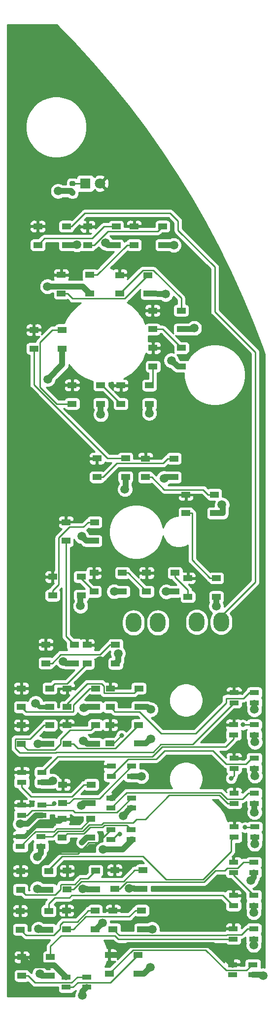
<source format=gbr>
%TF.GenerationSoftware,KiCad,Pcbnew,(5.1.12-1-10_14)*%
%TF.CreationDate,2021-11-21T12:04:54+11:00*%
%TF.ProjectId,SPIN RCV Panel PCB V1,5350494e-2052-4435-9620-50616e656c20,rev?*%
%TF.SameCoordinates,Original*%
%TF.FileFunction,Copper,L1,Top*%
%TF.FilePolarity,Positive*%
%FSLAX46Y46*%
G04 Gerber Fmt 4.6, Leading zero omitted, Abs format (unit mm)*
G04 Created by KiCad (PCBNEW (5.1.12-1-10_14)) date 2021-11-21 12:04:54*
%MOMM*%
%LPD*%
G01*
G04 APERTURE LIST*
%TA.AperFunction,ComponentPad*%
%ADD10O,2.700000X3.300000*%
%TD*%
%TA.AperFunction,SMDPad,CuDef*%
%ADD11R,1.600000X0.850000*%
%TD*%
%TA.AperFunction,SMDPad,CuDef*%
%ADD12R,1.500000X1.000000*%
%TD*%
%TA.AperFunction,ComponentPad*%
%ADD13C,1.800000*%
%TD*%
%TA.AperFunction,ComponentPad*%
%ADD14R,1.800000X1.800000*%
%TD*%
%TA.AperFunction,ViaPad*%
%ADD15C,1.500000*%
%TD*%
%TA.AperFunction,ViaPad*%
%ADD16C,0.800000*%
%TD*%
%TA.AperFunction,Conductor*%
%ADD17C,1.000000*%
%TD*%
%TA.AperFunction,Conductor*%
%ADD18C,0.750000*%
%TD*%
%TA.AperFunction,Conductor*%
%ADD19C,0.250000*%
%TD*%
%TA.AperFunction,Conductor*%
%ADD20C,0.254000*%
%TD*%
%TA.AperFunction,Conductor*%
%ADD21C,0.100000*%
%TD*%
G04 APERTURE END LIST*
D10*
%TO.P,J2,4*%
%TO.N,/DATAOUT*%
X257235000Y-96900000D03*
%TO.P,J2,3*%
%TO.N,/LEDGND*%
X253035000Y-96900000D03*
%TO.P,J2,2*%
%TO.N,/LED+5V*%
X257235000Y-102400000D03*
%TO.P,J2,1*%
%TA.AperFunction,ComponentPad*%
G36*
G01*
X251685000Y-103798900D02*
X251685000Y-101001100D01*
G75*
G02*
X251936100Y-100750000I251100J0D01*
G01*
X254133900Y-100750000D01*
G75*
G02*
X254385000Y-101001100I0J-251100D01*
G01*
X254385000Y-103798900D01*
G75*
G02*
X254133900Y-104050000I-251100J0D01*
G01*
X251936100Y-104050000D01*
G75*
G02*
X251685000Y-103798900I0J251100D01*
G01*
G37*
%TD.AperFunction*%
%TD*%
%TO.P,J1,4*%
%TO.N,/DATAIN*%
X268100000Y-96800000D03*
%TO.P,J1,3*%
%TO.N,/LEDGND*%
X263900000Y-96800000D03*
%TO.P,J1,2*%
%TO.N,/LED+5V*%
X268100000Y-102300000D03*
%TO.P,J1,1*%
%TA.AperFunction,ComponentPad*%
G36*
G01*
X262550000Y-103698900D02*
X262550000Y-100901100D01*
G75*
G02*
X262801100Y-100650000I251100J0D01*
G01*
X264998900Y-100650000D01*
G75*
G02*
X265250000Y-100901100I0J-251100D01*
G01*
X265250000Y-103698900D01*
G75*
G02*
X264998900Y-103950000I-251100J0D01*
G01*
X262801100Y-103950000D01*
G75*
G02*
X262550000Y-103698900I0J251100D01*
G01*
G37*
%TD.AperFunction*%
%TD*%
D11*
%TO.P,D53,1*%
%TO.N,/LED+5V*%
X270058000Y-155600000D03*
%TO.P,D53,2*%
%TO.N,Net-(D53-Pad2)*%
X270058000Y-157350000D03*
%TO.P,D53,4*%
%TO.N,Net-(D52-Pad2)*%
X273558000Y-155600000D03*
%TO.P,D53,3*%
%TO.N,/LEDGND*%
X273558000Y-157350000D03*
%TD*%
%TO.P,D51,1*%
%TO.N,/LED+5V*%
X241494000Y-157722000D03*
%TO.P,D51,2*%
%TO.N,Net-(D51-Pad2)*%
X241494000Y-159472000D03*
%TO.P,D51,4*%
%TO.N,Net-(D50-Pad2)*%
X244994000Y-157722000D03*
%TO.P,D51,3*%
%TO.N,/LEDGND*%
X244994000Y-159472000D03*
%TD*%
%TO.P,D49,1*%
%TO.N,/LED+5V*%
X270196000Y-149442000D03*
%TO.P,D49,2*%
%TO.N,Net-(D49-Pad2)*%
X270196000Y-151192000D03*
%TO.P,D49,4*%
%TO.N,Net-(D48-Pad2)*%
X273696000Y-149442000D03*
%TO.P,D49,3*%
%TO.N,/LEDGND*%
X273696000Y-151192000D03*
%TD*%
%TO.P,D45,1*%
%TO.N,/LED+5V*%
X270208000Y-143727000D03*
%TO.P,D45,2*%
%TO.N,Net-(D45-Pad2)*%
X270208000Y-145477000D03*
%TO.P,D45,4*%
%TO.N,Net-(D44-Pad2)*%
X273708000Y-143727000D03*
%TO.P,D45,3*%
%TO.N,/LEDGND*%
X273708000Y-145477000D03*
%TD*%
%TO.P,D44,1*%
%TO.N,/LED+5V*%
X270222000Y-138037000D03*
%TO.P,D44,2*%
%TO.N,Net-(D44-Pad2)*%
X270222000Y-139787000D03*
%TO.P,D44,4*%
%TO.N,Net-(D43-Pad2)*%
X273722000Y-138037000D03*
%TO.P,D44,3*%
%TO.N,/LEDGND*%
X273722000Y-139787000D03*
%TD*%
%TO.P,D40,1*%
%TO.N,/LED+5V*%
X270360000Y-131967000D03*
%TO.P,D40,2*%
%TO.N,Net-(D40-Pad2)*%
X270360000Y-133717000D03*
%TO.P,D40,4*%
%TO.N,Net-(D39-Pad2)*%
X273860000Y-131967000D03*
%TO.P,D40,3*%
%TO.N,/LEDGND*%
X273860000Y-133717000D03*
%TD*%
%TO.P,D39,1*%
%TO.N,/LED+5V*%
X249154000Y-132410000D03*
%TO.P,D39,2*%
%TO.N,Net-(D39-Pad2)*%
X249154000Y-134160000D03*
%TO.P,D39,4*%
%TO.N,Net-(D38-Pad2)*%
X252654000Y-132410000D03*
%TO.P,D39,3*%
%TO.N,/LEDGND*%
X252654000Y-134160000D03*
%TD*%
%TO.P,D37,1*%
%TO.N,/LED+5V*%
X233618000Y-133592000D03*
%TO.P,D37,2*%
%TO.N,Net-(D37-Pad2)*%
X233618000Y-135342000D03*
%TO.P,D37,4*%
%TO.N,Net-(D36-Pad2)*%
X237118000Y-133592000D03*
%TO.P,D37,3*%
%TO.N,/LEDGND*%
X237118000Y-135342000D03*
%TD*%
%TO.P,D36,1*%
%TO.N,/LED+5V*%
X270337000Y-126162000D03*
%TO.P,D36,2*%
%TO.N,Net-(D36-Pad2)*%
X270337000Y-127912000D03*
%TO.P,D36,4*%
%TO.N,Net-(D35-Pad2)*%
X273837000Y-126162000D03*
%TO.P,D36,3*%
%TO.N,/LEDGND*%
X273837000Y-127912000D03*
%TD*%
%TO.P,D35,1*%
%TO.N,/LED+5V*%
X249179000Y-126975000D03*
%TO.P,D35,2*%
%TO.N,Net-(D35-Pad2)*%
X249179000Y-128725000D03*
%TO.P,D35,4*%
%TO.N,Net-(D34-Pad2)*%
X252679000Y-126975000D03*
%TO.P,D35,3*%
%TO.N,/LEDGND*%
X252679000Y-128725000D03*
%TD*%
%TO.P,D34,1*%
%TO.N,/LED+5V*%
X233823000Y-128208000D03*
%TO.P,D34,2*%
%TO.N,Net-(D34-Pad2)*%
X233823000Y-129958000D03*
%TO.P,D34,4*%
%TO.N,Net-(D33-Pad2)*%
X237323000Y-128208000D03*
%TO.P,D34,3*%
%TO.N,/LEDGND*%
X237323000Y-129958000D03*
%TD*%
%TO.P,D33,1*%
%TO.N,/LED+5V*%
X270287000Y-120193000D03*
%TO.P,D33,2*%
%TO.N,Net-(D33-Pad2)*%
X270287000Y-121943000D03*
%TO.P,D33,4*%
%TO.N,Net-(D32-Pad2)*%
X273787000Y-120193000D03*
%TO.P,D33,3*%
%TO.N,/LEDGND*%
X273787000Y-121943000D03*
%TD*%
%TO.P,D32,1*%
%TO.N,/LED+5V*%
X249205000Y-121539000D03*
%TO.P,D32,2*%
%TO.N,Net-(D32-Pad2)*%
X249205000Y-123289000D03*
%TO.P,D32,4*%
%TO.N,Net-(D31-Pad2)*%
X252705000Y-121539000D03*
%TO.P,D32,3*%
%TO.N,/LEDGND*%
X252705000Y-123289000D03*
%TD*%
%TO.P,D30,1*%
%TO.N,/LED+5V*%
X233838000Y-122580000D03*
%TO.P,D30,2*%
%TO.N,Net-(D30-Pad2)*%
X233838000Y-124330000D03*
%TO.P,D30,4*%
%TO.N,Net-(D29-Pad2)*%
X237338000Y-122580000D03*
%TO.P,D30,3*%
%TO.N,/LEDGND*%
X237338000Y-124330000D03*
%TD*%
%TO.P,D29,1*%
%TO.N,/LED+5V*%
X270256000Y-114402000D03*
%TO.P,D29,2*%
%TO.N,Net-(D29-Pad2)*%
X270256000Y-116152000D03*
%TO.P,D29,4*%
%TO.N,Net-(D28-Pad2)*%
X273756000Y-114402000D03*
%TO.P,D29,3*%
%TO.N,/LEDGND*%
X273756000Y-116152000D03*
%TD*%
%TO.P,D25,1*%
%TO.N,/LED+5V*%
X270300000Y-108900000D03*
%TO.P,D25,2*%
%TO.N,Net-(D25-Pad2)*%
X270300000Y-110650000D03*
%TO.P,D25,4*%
%TO.N,Net-(D24-Pad2)*%
X273800000Y-108900000D03*
%TO.P,D25,3*%
%TO.N,/LEDGND*%
X273800000Y-110650000D03*
%TD*%
%TO.P,R1,2*%
%TO.N,/LEDGND*%
%TA.AperFunction,SMDPad,CuDef*%
G36*
G01*
X242288750Y-22676600D02*
X242801250Y-22676600D01*
G75*
G02*
X243020000Y-22895350I0J-218750D01*
G01*
X243020000Y-23332850D01*
G75*
G02*
X242801250Y-23551600I-218750J0D01*
G01*
X242288750Y-23551600D01*
G75*
G02*
X242070000Y-23332850I0J218750D01*
G01*
X242070000Y-22895350D01*
G75*
G02*
X242288750Y-22676600I218750J0D01*
G01*
G37*
%TD.AperFunction*%
%TO.P,R1,1*%
%TO.N,Net-(D1-Pad1)*%
%TA.AperFunction,SMDPad,CuDef*%
G36*
G01*
X242288750Y-21101600D02*
X242801250Y-21101600D01*
G75*
G02*
X243020000Y-21320350I0J-218750D01*
G01*
X243020000Y-21757850D01*
G75*
G02*
X242801250Y-21976600I-218750J0D01*
G01*
X242288750Y-21976600D01*
G75*
G02*
X242070000Y-21757850I0J218750D01*
G01*
X242070000Y-21320350D01*
G75*
G02*
X242288750Y-21101600I218750J0D01*
G01*
G37*
%TD.AperFunction*%
%TD*%
D12*
%TO.P,D52,1*%
%TO.N,/LED+5V*%
X248897000Y-153924000D03*
%TO.P,D52,2*%
%TO.N,Net-(D52-Pad2)*%
X248897000Y-157124000D03*
%TO.P,D52,4*%
%TO.N,Net-(D51-Pad2)*%
X253797000Y-153924000D03*
%TO.P,D52,3*%
%TO.N,/LEDGND*%
X253797000Y-157124000D03*
%TD*%
%TO.P,D50,1*%
%TO.N,/LED+5V*%
X233858000Y-154305000D03*
%TO.P,D50,2*%
%TO.N,Net-(D50-Pad2)*%
X233858000Y-157505000D03*
%TO.P,D50,4*%
%TO.N,Net-(D49-Pad2)*%
X238758000Y-154305000D03*
%TO.P,D50,3*%
%TO.N,/LEDGND*%
X238758000Y-157505000D03*
%TD*%
%TO.P,D48,1*%
%TO.N,/LED+5V*%
X249532000Y-146304000D03*
%TO.P,D48,2*%
%TO.N,Net-(D48-Pad2)*%
X249532000Y-149504000D03*
%TO.P,D48,4*%
%TO.N,Net-(D47-Pad2)*%
X254432000Y-146304000D03*
%TO.P,D48,3*%
%TO.N,/LEDGND*%
X254432000Y-149504000D03*
%TD*%
%TO.P,D47,1*%
%TO.N,/LED+5V*%
X241531000Y-146304000D03*
%TO.P,D47,2*%
%TO.N,Net-(D47-Pad2)*%
X241531000Y-149504000D03*
%TO.P,D47,4*%
%TO.N,Net-(D46-Pad2)*%
X246431000Y-146304000D03*
%TO.P,D47,3*%
%TO.N,/LEDGND*%
X246431000Y-149504000D03*
%TD*%
%TO.P,D46,1*%
%TO.N,/LED+5V*%
X233578000Y-146381000D03*
%TO.P,D46,2*%
%TO.N,Net-(D46-Pad2)*%
X233578000Y-149581000D03*
%TO.P,D46,4*%
%TO.N,Net-(D45-Pad2)*%
X238478000Y-146381000D03*
%TO.P,D46,3*%
%TO.N,/LEDGND*%
X238478000Y-149581000D03*
%TD*%
%TO.P,D43,1*%
%TO.N,/LED+5V*%
X249797000Y-139370000D03*
%TO.P,D43,2*%
%TO.N,Net-(D43-Pad2)*%
X249797000Y-142570000D03*
%TO.P,D43,4*%
%TO.N,Net-(D42-Pad2)*%
X254697000Y-139370000D03*
%TO.P,D43,3*%
%TO.N,/LEDGND*%
X254697000Y-142570000D03*
%TD*%
%TO.P,D42,1*%
%TO.N,/LED+5V*%
X241630000Y-139471000D03*
%TO.P,D42,2*%
%TO.N,Net-(D42-Pad2)*%
X241630000Y-142671000D03*
%TO.P,D42,4*%
%TO.N,Net-(D41-Pad2)*%
X246530000Y-139471000D03*
%TO.P,D42,3*%
%TO.N,/LEDGND*%
X246530000Y-142671000D03*
%TD*%
%TO.P,D41,1*%
%TO.N,/LED+5V*%
X233631000Y-139522000D03*
%TO.P,D41,2*%
%TO.N,Net-(D41-Pad2)*%
X233631000Y-142722000D03*
%TO.P,D41,4*%
%TO.N,Net-(D40-Pad2)*%
X238531000Y-139522000D03*
%TO.P,D41,3*%
%TO.N,/LEDGND*%
X238531000Y-142722000D03*
%TD*%
%TO.P,D38,1*%
%TO.N,/LED+5V*%
X240800000Y-130600000D03*
%TO.P,D38,2*%
%TO.N,Net-(D38-Pad2)*%
X240800000Y-133800000D03*
%TO.P,D38,4*%
%TO.N,Net-(D37-Pad2)*%
X245700000Y-130600000D03*
%TO.P,D38,3*%
%TO.N,/LEDGND*%
X245700000Y-133800000D03*
%TD*%
%TO.P,D31,1*%
%TO.N,/LED+5V*%
X240900000Y-124700000D03*
%TO.P,D31,2*%
%TO.N,Net-(D31-Pad2)*%
X240900000Y-127900000D03*
%TO.P,D31,4*%
%TO.N,Net-(D30-Pad2)*%
X245800000Y-124700000D03*
%TO.P,D31,3*%
%TO.N,/LEDGND*%
X245800000Y-127900000D03*
%TD*%
%TO.P,D28,1*%
%TO.N,/LED+5V*%
X249024000Y-114453000D03*
%TO.P,D28,2*%
%TO.N,Net-(D28-Pad2)*%
X249024000Y-117653000D03*
%TO.P,D28,4*%
%TO.N,Net-(D27-Pad2)*%
X253924000Y-114453000D03*
%TO.P,D28,3*%
%TO.N,/LEDGND*%
X253924000Y-117653000D03*
%TD*%
%TO.P,D27,1*%
%TO.N,/LED+5V*%
X241607000Y-114478000D03*
%TO.P,D27,2*%
%TO.N,Net-(D27-Pad2)*%
X241607000Y-117678000D03*
%TO.P,D27,4*%
%TO.N,Net-(D26-Pad2)*%
X246507000Y-114478000D03*
%TO.P,D27,3*%
%TO.N,/LEDGND*%
X246507000Y-117678000D03*
%TD*%
%TO.P,D26,1*%
%TO.N,/LED+5V*%
X233784000Y-114503000D03*
%TO.P,D26,2*%
%TO.N,Net-(D26-Pad2)*%
X233784000Y-117703000D03*
%TO.P,D26,4*%
%TO.N,Net-(D25-Pad2)*%
X238684000Y-114503000D03*
%TO.P,D26,3*%
%TO.N,/LEDGND*%
X238684000Y-117703000D03*
%TD*%
%TO.P,D24,1*%
%TO.N,/LED+5V*%
X249049000Y-108179000D03*
%TO.P,D24,2*%
%TO.N,Net-(D24-Pad2)*%
X249049000Y-111379000D03*
%TO.P,D24,4*%
%TO.N,Net-(D23-Pad2)*%
X253949000Y-108179000D03*
%TO.P,D24,3*%
%TO.N,/LEDGND*%
X253949000Y-111379000D03*
%TD*%
%TO.P,D23,1*%
%TO.N,/LED+5V*%
X241644000Y-108179000D03*
%TO.P,D23,2*%
%TO.N,Net-(D23-Pad2)*%
X241644000Y-111379000D03*
%TO.P,D23,4*%
%TO.N,Net-(D22-Pad2)*%
X246544000Y-108179000D03*
%TO.P,D23,3*%
%TO.N,/LEDGND*%
X246544000Y-111379000D03*
%TD*%
%TO.P,D22,1*%
%TO.N,/LED+5V*%
X233758000Y-108179000D03*
%TO.P,D22,2*%
%TO.N,Net-(D22-Pad2)*%
X233758000Y-111379000D03*
%TO.P,D22,4*%
%TO.N,Net-(D21-Pad2)*%
X238658000Y-108179000D03*
%TO.P,D22,3*%
%TO.N,/LEDGND*%
X238658000Y-111379000D03*
%TD*%
%TO.P,D21,1*%
%TO.N,/LED+5V*%
X245061000Y-100711000D03*
%TO.P,D21,2*%
%TO.N,Net-(D21-Pad2)*%
X245061000Y-103911000D03*
%TO.P,D21,4*%
%TO.N,Net-(D20-Pad2)*%
X249961000Y-100711000D03*
%TO.P,D21,3*%
%TO.N,/LEDGND*%
X249961000Y-103911000D03*
%TD*%
%TO.P,D20,1*%
%TO.N,/LED+5V*%
X237975000Y-100660000D03*
%TO.P,D20,2*%
%TO.N,Net-(D20-Pad2)*%
X237975000Y-103860000D03*
%TO.P,D20,4*%
%TO.N,Net-(D19-Pad2)*%
X242875000Y-100660000D03*
%TO.P,D20,3*%
%TO.N,/LEDGND*%
X242875000Y-103860000D03*
%TD*%
%TO.P,D19,1*%
%TO.N,/LED+5V*%
X241452000Y-79654400D03*
%TO.P,D19,2*%
%TO.N,Net-(D19-Pad2)*%
X241452000Y-82854400D03*
%TO.P,D19,4*%
%TO.N,Net-(D18-Pad2)*%
X246352000Y-79654400D03*
%TO.P,D19,3*%
%TO.N,/LEDGND*%
X246352000Y-82854400D03*
%TD*%
%TO.P,D18,1*%
%TO.N,/LED+5V*%
X239143000Y-89027000D03*
%TO.P,D18,2*%
%TO.N,Net-(D18-Pad2)*%
X239143000Y-92227000D03*
%TO.P,D18,4*%
%TO.N,Net-(D17-Pad2)*%
X244043000Y-89027000D03*
%TO.P,D18,3*%
%TO.N,/LEDGND*%
X244043000Y-92227000D03*
%TD*%
%TO.P,D17,1*%
%TO.N,/LED+5V*%
X246240000Y-88350000D03*
%TO.P,D17,2*%
%TO.N,Net-(D17-Pad2)*%
X246240000Y-91550000D03*
%TO.P,D17,4*%
%TO.N,Net-(D16-Pad2)*%
X251140000Y-88350000D03*
%TO.P,D17,3*%
%TO.N,/LEDGND*%
X251140000Y-91550000D03*
%TD*%
%TO.P,D16,1*%
%TO.N,/LED+5V*%
X255280000Y-88350000D03*
%TO.P,D16,2*%
%TO.N,Net-(D16-Pad2)*%
X255280000Y-91550000D03*
%TO.P,D16,4*%
%TO.N,Net-(D15-Pad2)*%
X260180000Y-88350000D03*
%TO.P,D16,3*%
%TO.N,/LEDGND*%
X260180000Y-91550000D03*
%TD*%
%TO.P,D15,1*%
%TO.N,/LED+5V*%
X262384000Y-89255600D03*
%TO.P,D15,2*%
%TO.N,Net-(D15-Pad2)*%
X262384000Y-92455600D03*
%TO.P,D15,4*%
%TO.N,Net-(D14-Pad2)*%
X267284000Y-89255600D03*
%TO.P,D15,3*%
%TO.N,/LEDGND*%
X267284000Y-92455600D03*
%TD*%
%TO.P,D14,1*%
%TO.N,/LED+5V*%
X262029000Y-74904600D03*
%TO.P,D14,2*%
%TO.N,Net-(D14-Pad2)*%
X262029000Y-78104600D03*
%TO.P,D14,4*%
%TO.N,Net-(D13-Pad2)*%
X266929000Y-74904600D03*
%TO.P,D14,3*%
%TO.N,/LEDGND*%
X266929000Y-78104600D03*
%TD*%
%TO.P,D13,1*%
%TO.N,/LED+5V*%
X255094000Y-68732400D03*
%TO.P,D13,2*%
%TO.N,Net-(D13-Pad2)*%
X255094000Y-71932400D03*
%TO.P,D13,4*%
%TO.N,Net-(D12-Pad2)*%
X259994000Y-68732400D03*
%TO.P,D13,3*%
%TO.N,/LEDGND*%
X259994000Y-71932400D03*
%TD*%
%TO.P,D12,1*%
%TO.N,/LED+5V*%
X246763000Y-68707000D03*
%TO.P,D12,2*%
%TO.N,Net-(D12-Pad2)*%
X246763000Y-71907000D03*
%TO.P,D12,4*%
%TO.N,Net-(D11-Pad2)*%
X251663000Y-68707000D03*
%TO.P,D12,3*%
%TO.N,/LEDGND*%
X251663000Y-71907000D03*
%TD*%
%TO.P,D11,1*%
%TO.N,/LED+5V*%
X235917000Y-46659800D03*
%TO.P,D11,2*%
%TO.N,Net-(D11-Pad2)*%
X235917000Y-49859800D03*
%TO.P,D11,4*%
%TO.N,Net-(D10-Pad2)*%
X240817000Y-46659800D03*
%TO.P,D11,3*%
%TO.N,/LEDGND*%
X240817000Y-49859800D03*
%TD*%
%TO.P,D10,1*%
%TO.N,/LED+5V*%
X242494000Y-56134000D03*
%TO.P,D10,2*%
%TO.N,Net-(D10-Pad2)*%
X242494000Y-59334000D03*
%TO.P,D10,4*%
%TO.N,Net-(D10-Pad4)*%
X247394000Y-56134000D03*
%TO.P,D10,3*%
%TO.N,/LEDGND*%
X247394000Y-59334000D03*
%TD*%
%TO.P,D9,1*%
%TO.N,/LED+5V*%
X250853000Y-56159800D03*
%TO.P,D9,2*%
%TO.N,Net-(D10-Pad4)*%
X250853000Y-59359800D03*
%TO.P,D9,4*%
%TO.N,Net-(D8-Pad2)*%
X255753000Y-56159800D03*
%TO.P,D9,3*%
%TO.N,/LEDGND*%
X255753000Y-59359800D03*
%TD*%
%TO.P,D8,1*%
%TO.N,/LED+5V*%
X256388000Y-49733600D03*
%TO.P,D8,2*%
%TO.N,Net-(D8-Pad2)*%
X256388000Y-52933600D03*
%TO.P,D8,4*%
%TO.N,Net-(D7-Pad2)*%
X261288000Y-49733600D03*
%TO.P,D8,3*%
%TO.N,/LEDGND*%
X261288000Y-52933600D03*
%TD*%
%TO.P,D7,1*%
%TO.N,/LED+5V*%
X256325000Y-43332600D03*
%TO.P,D7,2*%
%TO.N,Net-(D7-Pad2)*%
X256325000Y-46532600D03*
%TO.P,D7,4*%
%TO.N,Net-(D6-Pad2)*%
X261225000Y-43332600D03*
%TO.P,D7,3*%
%TO.N,/LEDGND*%
X261225000Y-46532600D03*
%TD*%
%TO.P,D6,1*%
%TO.N,/LED+5V*%
X250649000Y-37236800D03*
%TO.P,D6,2*%
%TO.N,Net-(D6-Pad2)*%
X250649000Y-40436800D03*
%TO.P,D6,4*%
%TO.N,Net-(D5-Pad2)*%
X255549000Y-37236800D03*
%TO.P,D6,3*%
%TO.N,/LEDGND*%
X255549000Y-40436800D03*
%TD*%
%TO.P,D5,1*%
%TO.N,/LED+5V*%
X240616000Y-37185600D03*
%TO.P,D5,2*%
%TO.N,Net-(D5-Pad2)*%
X240616000Y-40385600D03*
%TO.P,D5,4*%
%TO.N,Net-(D4-Pad2)*%
X245516000Y-37185600D03*
%TO.P,D5,3*%
%TO.N,/LEDGND*%
X245516000Y-40385600D03*
%TD*%
%TO.P,D4,1*%
%TO.N,/LED+5V*%
X253139000Y-28880200D03*
%TO.P,D4,2*%
%TO.N,Net-(D4-Pad2)*%
X253139000Y-32080200D03*
%TO.P,D4,4*%
%TO.N,Net-(D3-Pad2)*%
X258039000Y-28880200D03*
%TO.P,D4,3*%
%TO.N,/LEDGND*%
X258039000Y-32080200D03*
%TD*%
%TO.P,D3,1*%
%TO.N,/LED+5V*%
X245161000Y-28905600D03*
%TO.P,D3,2*%
%TO.N,Net-(D3-Pad2)*%
X245161000Y-32105600D03*
%TO.P,D3,4*%
%TO.N,Net-(D2-Pad2)*%
X250061000Y-28905600D03*
%TO.P,D3,3*%
%TO.N,/LEDGND*%
X250061000Y-32105600D03*
%TD*%
%TO.P,D2,1*%
%TO.N,/LED+5V*%
X236601000Y-28879800D03*
%TO.P,D2,2*%
%TO.N,Net-(D2-Pad2)*%
X236601000Y-32079800D03*
%TO.P,D2,4*%
%TO.N,/DATAIN*%
X241501000Y-28879800D03*
%TO.P,D2,3*%
%TO.N,/LEDGND*%
X241501000Y-32079800D03*
%TD*%
D13*
%TO.P,D1,2*%
%TO.N,/LED+5V*%
X247294000Y-21500000D03*
D14*
%TO.P,D1,1*%
%TO.N,Net-(D1-Pad1)*%
X244754000Y-21500000D03*
%TD*%
D15*
%TO.N,/LEDGND*%
X244067500Y-128275000D03*
X251567900Y-74006000D03*
X236521400Y-137090700D03*
X267244200Y-94052800D03*
X252306000Y-142477100D03*
X244326500Y-142622200D03*
X236661700Y-117681800D03*
X263468200Y-46339000D03*
X275344500Y-157464900D03*
X259961800Y-32102900D03*
X250398500Y-102181200D03*
X244127200Y-82082800D03*
X244376200Y-117162500D03*
X243331000Y-32017200D03*
X243914500Y-94021100D03*
X240087800Y-22830400D03*
X236526800Y-142553100D03*
X240968400Y-103531600D03*
X236945800Y-157128900D03*
X256245000Y-149501600D03*
X256003500Y-111814300D03*
X239162200Y-124071100D03*
X236704400Y-149486100D03*
X248261600Y-31716800D03*
X244286100Y-160855000D03*
X255927500Y-156045800D03*
X255991000Y-116864800D03*
X244537400Y-111544800D03*
X268233500Y-76664700D03*
X258276000Y-72119500D03*
X273837000Y-129463000D03*
X273900000Y-123200000D03*
X273900000Y-117400000D03*
X273800000Y-111800000D03*
X233550000Y-131450000D03*
D16*
X244200000Y-134631738D03*
D15*
X273200000Y-141150000D03*
X273700000Y-146650000D03*
X273696000Y-152246000D03*
X273860000Y-134890000D03*
X254389000Y-123289000D03*
X247400000Y-61150000D03*
X255750000Y-60950000D03*
X247800000Y-135850000D03*
X251275000Y-130025000D03*
X258550000Y-40500000D03*
X238350000Y-55100000D03*
X238250000Y-39200000D03*
X259550000Y-51900000D03*
X247700000Y-148450000D03*
X236220000Y-110744000D03*
X249720000Y-91550000D03*
X258660000Y-91570000D03*
%TO.N,/LED+5V*%
X247286000Y-103422800D03*
D16*
%TO.N,Net-(D28-Pad2)*%
X271835400Y-114441400D03*
X250985600Y-116242600D03*
%TO.N,Net-(D33-Pad2)*%
X269800000Y-123650000D03*
X239400000Y-127950000D03*
%TO.N,Net-(D39-Pad2)*%
X272200000Y-132050000D03*
X250650000Y-133200000D03*
%TD*%
D17*
%TO.N,/LEDGND*%
X267244200Y-94052800D02*
X267284000Y-94013000D01*
X267284000Y-94013000D02*
X267284000Y-92455600D01*
X254697000Y-142570000D02*
X253246700Y-142570000D01*
X252306000Y-142477100D02*
X253153800Y-142477100D01*
X253153800Y-142477100D02*
X253246700Y-142570000D01*
X246530000Y-142671000D02*
X245079700Y-142671000D01*
X244326500Y-142622200D02*
X245030900Y-142622200D01*
X245030900Y-142622200D02*
X245079700Y-142671000D01*
X238684000Y-117703000D02*
X237233700Y-117703000D01*
X236661700Y-117681800D02*
X237212500Y-117681800D01*
X237212500Y-117681800D02*
X237233700Y-117703000D01*
X273558000Y-157350000D02*
X275058300Y-157350000D01*
X275344500Y-157464900D02*
X275173200Y-157464900D01*
X275173200Y-157464900D02*
X275058300Y-157350000D01*
X258039000Y-32080200D02*
X259489300Y-32080200D01*
X259961800Y-32102900D02*
X259512000Y-32102900D01*
X259512000Y-32102900D02*
X259489300Y-32080200D01*
X250398500Y-102181200D02*
X250398500Y-103473500D01*
X250398500Y-103473500D02*
X249961000Y-103911000D01*
X246352000Y-82854400D02*
X244901700Y-82854400D01*
X244127200Y-82082800D02*
X244130100Y-82082800D01*
X244130100Y-82082800D02*
X244901700Y-82854400D01*
X246507000Y-117678000D02*
X245056700Y-117678000D01*
X244376200Y-117162500D02*
X244541200Y-117162500D01*
X244541200Y-117162500D02*
X245056700Y-117678000D01*
X241501000Y-32079800D02*
X242951300Y-32079800D01*
X243331000Y-32017200D02*
X243013900Y-32017200D01*
X243013900Y-32017200D02*
X242951300Y-32079800D01*
X240087800Y-22830400D02*
X242261300Y-22830400D01*
X242261300Y-22830400D02*
X242545000Y-23114100D01*
X238531000Y-142722000D02*
X237080700Y-142722000D01*
X236526800Y-142553100D02*
X236911800Y-142553100D01*
X236911800Y-142553100D02*
X237080700Y-142722000D01*
X242875000Y-103860000D02*
X241424700Y-103860000D01*
X240968400Y-103531600D02*
X241096300Y-103531600D01*
X241096300Y-103531600D02*
X241424700Y-103860000D01*
X254432000Y-149504000D02*
X255882300Y-149504000D01*
X256245000Y-149501600D02*
X255884700Y-149501600D01*
X255884700Y-149501600D02*
X255882300Y-149504000D01*
X253949000Y-111379000D02*
X255399300Y-111379000D01*
X256003500Y-111814300D02*
X255834600Y-111814300D01*
X255834600Y-111814300D02*
X255399300Y-111379000D01*
X237338000Y-124330000D02*
X238838300Y-124330000D01*
X239162200Y-124071100D02*
X239097200Y-124071100D01*
X239097200Y-124071100D02*
X238838300Y-124330000D01*
X236704400Y-149486100D02*
X236799300Y-149581000D01*
X236799300Y-149581000D02*
X238478000Y-149581000D01*
X250061000Y-32105600D02*
X248610700Y-32105600D01*
X248261600Y-31716800D02*
X248610700Y-32065900D01*
X248610700Y-32065900D02*
X248610700Y-32105600D01*
X246544000Y-111379000D02*
X245093700Y-111379000D01*
X244537400Y-111544800D02*
X244927900Y-111544800D01*
X244927900Y-111544800D02*
X245093700Y-111379000D01*
X266929000Y-78104600D02*
X268379300Y-78104600D01*
X268233500Y-76664700D02*
X268379300Y-76810500D01*
X268379300Y-76810500D02*
X268379300Y-78104600D01*
X259994000Y-71932400D02*
X258543700Y-71932400D01*
X258276000Y-72119500D02*
X258356600Y-72119500D01*
X258356600Y-72119500D02*
X258543700Y-71932400D01*
X237118000Y-136494100D02*
X236521400Y-137090700D01*
X237118000Y-135342000D02*
X237118000Y-136494100D01*
X244442500Y-127900000D02*
X244067500Y-128275000D01*
X245800000Y-127900000D02*
X244442500Y-127900000D01*
X254849300Y-157124000D02*
X255927500Y-156045800D01*
X253797000Y-157124000D02*
X254849300Y-157124000D01*
X244286100Y-160179900D02*
X244994000Y-159472000D01*
X244286100Y-160855000D02*
X244286100Y-160179900D01*
X273837000Y-127912000D02*
X273837000Y-129463000D01*
X273837000Y-129463000D02*
X273837000Y-129463000D01*
X273787000Y-121943000D02*
X273900000Y-123200000D01*
X273900000Y-123200000D02*
X273787000Y-123087000D01*
X273756000Y-116152000D02*
X273900000Y-117400000D01*
X273900000Y-117400000D02*
X273756000Y-117256000D01*
X273800000Y-110650000D02*
X273800000Y-111800000D01*
X273800000Y-111800000D02*
X273800000Y-111800000D01*
X236308002Y-129958000D02*
X234816002Y-131450000D01*
X237323000Y-129958000D02*
X236308002Y-129958000D01*
X234816002Y-131450000D02*
X233550000Y-131450000D01*
X233550000Y-131450000D02*
X233550000Y-131450000D01*
X245031738Y-133800000D02*
X244200000Y-134631738D01*
X245700000Y-133800000D02*
X245031738Y-133800000D01*
X244200000Y-134631738D02*
X244200000Y-134631738D01*
X273722000Y-139787000D02*
X273722000Y-140628000D01*
X273722000Y-140628000D02*
X273200000Y-141150000D01*
X273200000Y-141150000D02*
X273200000Y-141150000D01*
X273708000Y-145477000D02*
X273700000Y-146650000D01*
X273700000Y-146650000D02*
X273708000Y-146642000D01*
X273696000Y-151192000D02*
X273696000Y-152246000D01*
X273696000Y-152246000D02*
X273696000Y-152246000D01*
X273860000Y-133717000D02*
X273860000Y-134890000D01*
X273860000Y-134890000D02*
X273860000Y-134990000D01*
X252705000Y-123289000D02*
X254389000Y-123289000D01*
X254389000Y-123289000D02*
X254389000Y-123289000D01*
X255202800Y-117653000D02*
X255991000Y-116864800D01*
X253924000Y-117653000D02*
X255202800Y-117653000D01*
X243914500Y-92355500D02*
X244043000Y-92227000D01*
X243914500Y-94021100D02*
X243914500Y-92355500D01*
X247394000Y-59334000D02*
X247400000Y-61150000D01*
X247400000Y-61150000D02*
X247394000Y-61144000D01*
X255753000Y-59359800D02*
X255750000Y-60950000D01*
X255750000Y-60950000D02*
X255753000Y-60947000D01*
X263274600Y-46532600D02*
X263468200Y-46339000D01*
X261225000Y-46532600D02*
X263274600Y-46532600D01*
X252654000Y-134160000D02*
X252840000Y-134160000D01*
X252840000Y-134160000D02*
X251150000Y-135850000D01*
X251150000Y-135850000D02*
X247800000Y-135850000D01*
X247800000Y-135850000D02*
X247800000Y-135850000D01*
X252679000Y-128725000D02*
X252575000Y-128725000D01*
X252575000Y-128725000D02*
X251275000Y-130025000D01*
X251275000Y-130025000D02*
X251150000Y-130150000D01*
X255549000Y-40436800D02*
X258550000Y-40500000D01*
X258550000Y-40500000D02*
X258486800Y-40436800D01*
X240817000Y-49859800D02*
X240817000Y-52633000D01*
X240817000Y-52633000D02*
X238350000Y-55100000D01*
X238350000Y-55100000D02*
X238350000Y-55100000D01*
X244315999Y-39185599D02*
X239185599Y-39185599D01*
X245516000Y-40385600D02*
X244315999Y-39185599D01*
X239185599Y-39185599D02*
X238250000Y-39200000D01*
X238250000Y-39200000D02*
X238264401Y-39185599D01*
X261288000Y-52933600D02*
X260633600Y-52933600D01*
X260633600Y-52933600D02*
X259550000Y-51900000D01*
X259550000Y-51900000D02*
X259600000Y-51900000D01*
X237321900Y-157505000D02*
X236945800Y-157128900D01*
X238758000Y-157505000D02*
X237321900Y-157505000D01*
X246431000Y-149504000D02*
X246646000Y-149504000D01*
X246646000Y-149504000D02*
X247700000Y-148450000D01*
X247700000Y-148450000D02*
X247700000Y-148450000D01*
D18*
X238379000Y-111379000D02*
X238252000Y-111252000D01*
X238658000Y-111379000D02*
X238379000Y-111379000D01*
X238658000Y-111379000D02*
X236855000Y-111379000D01*
X236855000Y-111379000D02*
X236220000Y-110744000D01*
X236220000Y-110744000D02*
X236220000Y-110744000D01*
D17*
X251663000Y-73910900D02*
X251567900Y-74006000D01*
X251663000Y-71907000D02*
X251663000Y-73910900D01*
X251140000Y-91550000D02*
X249720000Y-91550000D01*
X249720000Y-91550000D02*
X249720000Y-91550000D01*
X260180000Y-91550000D02*
X258660000Y-91570000D01*
X258660000Y-91570000D02*
X258680000Y-91550000D01*
%TO.N,/LED+5V*%
X253139000Y-28880200D02*
X253069800Y-28880200D01*
D19*
X238653112Y-136549990D02*
X235681102Y-139522000D01*
X243448488Y-136549990D02*
X238653112Y-136549990D01*
X245373477Y-134625001D02*
X243448488Y-136549990D01*
X235681102Y-139522000D02*
X233631000Y-139522000D01*
X246938999Y-134625001D02*
X245373477Y-134625001D01*
X249154000Y-132410000D02*
X246938999Y-134625001D01*
D17*
X235231899Y-155678899D02*
X233858000Y-154305000D01*
X239450899Y-155678899D02*
X235231899Y-155678899D01*
X241494000Y-157722000D02*
X239450899Y-155678899D01*
X248897000Y-153924000D02*
X250426000Y-153924000D01*
X266691890Y-152233890D02*
X270058000Y-155600000D01*
X252116110Y-152233890D02*
X266691890Y-152233890D01*
X250426000Y-153924000D02*
X252116110Y-152233890D01*
D18*
X236937028Y-131033010D02*
X240366990Y-131033010D01*
X234378038Y-133592000D02*
X236937028Y-131033010D01*
X240366990Y-131033010D02*
X240800000Y-130600000D01*
X233618000Y-133592000D02*
X234378038Y-133592000D01*
D17*
X249179000Y-126975000D02*
X249453000Y-126975000D01*
X249453000Y-126975000D02*
X251460000Y-124968000D01*
D19*
%TO.N,Net-(D1-Pad1)*%
X244754000Y-21500000D02*
X242584100Y-21500000D01*
X242584100Y-21500000D02*
X242545000Y-21539100D01*
%TO.N,Net-(D2-Pad2)*%
X250061000Y-28905600D02*
X247944400Y-28905600D01*
X237738601Y-30942199D02*
X236601000Y-32079800D01*
X245907801Y-30942199D02*
X237738601Y-30942199D01*
X247944400Y-28905600D02*
X245907801Y-30942199D01*
%TO.N,/DATAIN*%
X273954801Y-50454801D02*
X267000000Y-43500000D01*
X267000000Y-43500000D02*
X267000000Y-35850000D01*
X267000000Y-35850000D02*
X260700000Y-29550000D01*
X260700000Y-29550000D02*
X260700000Y-27950000D01*
X260700000Y-27950000D02*
X259350000Y-26600000D01*
X242420200Y-28879800D02*
X244700000Y-26600000D01*
X241501000Y-28879800D02*
X242420200Y-28879800D01*
X259350000Y-26600000D02*
X244700000Y-26600000D01*
X268100000Y-95800000D02*
X273954801Y-89945199D01*
X268100000Y-96800000D02*
X268100000Y-95800000D01*
X273954801Y-89945199D02*
X273954801Y-50454801D01*
%TO.N,Net-(D3-Pad2)*%
X257188599Y-29730601D02*
X258039000Y-28880200D01*
X248656797Y-29730601D02*
X257188599Y-29730601D01*
X246281798Y-32105600D02*
X248656797Y-29730601D01*
X245161000Y-32105600D02*
X246281798Y-32105600D01*
%TO.N,Net-(D4-Pad2)*%
X251921402Y-32080200D02*
X253139000Y-32080200D01*
X246816002Y-37185600D02*
X251921402Y-32080200D01*
X245516000Y-37185600D02*
X246816002Y-37185600D01*
%TO.N,Net-(D5-Pad2)*%
X241691300Y-40385600D02*
X240616000Y-40385600D01*
X255549000Y-37274000D02*
X251560800Y-41262200D01*
X242567900Y-41262200D02*
X241691300Y-40385600D01*
X251560800Y-41262200D02*
X242567900Y-41262200D01*
X255549000Y-37236800D02*
X255549000Y-37274000D01*
%TO.N,Net-(D6-Pad2)*%
X250649000Y-40396200D02*
X250649000Y-40436800D01*
X254633800Y-36411400D02*
X250649000Y-40396200D01*
X256440100Y-36411400D02*
X254633800Y-36411400D01*
X261225000Y-43332600D02*
X261225000Y-41196300D01*
X261225000Y-41196300D02*
X256440100Y-36411400D01*
%TO.N,Net-(D7-Pad2)*%
X258087000Y-46532600D02*
X261288000Y-49733600D01*
X256325000Y-46532600D02*
X258087000Y-46532600D01*
%TO.N,Net-(D8-Pad2)*%
X256388000Y-55524800D02*
X255753000Y-56159800D01*
X256388000Y-52933600D02*
X256388000Y-55524800D01*
%TO.N,Net-(D10-Pad4)*%
X247627200Y-56134000D02*
X250853000Y-59359800D01*
X247394000Y-56134000D02*
X247627200Y-56134000D01*
%TO.N,Net-(D10-Pad2)*%
X242494000Y-59334000D02*
X239861412Y-59334000D01*
X236992001Y-56464589D02*
X236992001Y-48742001D01*
X239861412Y-59334000D02*
X236992001Y-56464589D01*
X239074202Y-46659800D02*
X240817000Y-46659800D01*
X236992001Y-48742001D02*
X239074202Y-46659800D01*
%TO.N,Net-(D11-Pad2)*%
X248598002Y-68707000D02*
X248843000Y-68707000D01*
X235917000Y-56025998D02*
X248598002Y-68707000D01*
X235917000Y-49859800D02*
X235917000Y-56025998D01*
X248843000Y-68707000D02*
X251663000Y-68707000D01*
%TO.N,Net-(D12-Pad2)*%
X259994000Y-68732400D02*
X258918700Y-68732400D01*
X246763000Y-71907000D02*
X247838300Y-71907000D01*
X247838300Y-71907000D02*
X250187600Y-69557700D01*
X250187600Y-69557700D02*
X258093400Y-69557700D01*
X258093400Y-69557700D02*
X258918700Y-68732400D01*
%TO.N,Net-(D14-Pad2)*%
X267284000Y-89255600D02*
X266208700Y-89255600D01*
X262029000Y-78104600D02*
X263104300Y-78104600D01*
X263104300Y-78104600D02*
X263104300Y-86151200D01*
X263104300Y-86151200D02*
X266208700Y-89255600D01*
%TO.N,Net-(D15-Pad2)*%
X262384000Y-91304000D02*
X262384000Y-92455600D01*
X260180000Y-89100000D02*
X262384000Y-91304000D01*
X260180000Y-88350000D02*
X260180000Y-89100000D01*
%TO.N,Net-(D16-Pad2)*%
X252080000Y-88350000D02*
X255280000Y-91550000D01*
X251140000Y-88350000D02*
X252080000Y-88350000D01*
%TO.N,Net-(D17-Pad2)*%
X244043000Y-89353000D02*
X246240000Y-91550000D01*
X244043000Y-89027000D02*
X244043000Y-89353000D01*
%TO.N,Net-(D18-Pad2)*%
X246352000Y-79654400D02*
X245276700Y-79654400D01*
X240218300Y-82348000D02*
X242086600Y-80479700D01*
X242086600Y-80479700D02*
X244451400Y-80479700D01*
X244451400Y-80479700D02*
X245276700Y-79654400D01*
X239143000Y-91393600D02*
X240218300Y-90318300D01*
X239143000Y-92227000D02*
X239143000Y-91393600D01*
X240218300Y-90318300D02*
X240218300Y-82348000D01*
%TO.N,Net-(D19-Pad2)*%
X241452000Y-99237000D02*
X242875000Y-100660000D01*
X241452000Y-82854400D02*
X241452000Y-99237000D01*
%TO.N,Net-(D20-Pad2)*%
X247324201Y-102347799D02*
X240562501Y-102347799D01*
X239050300Y-103860000D02*
X237975000Y-103860000D01*
X240562501Y-102347799D02*
X239050300Y-103860000D01*
X248961000Y-100711000D02*
X247324201Y-102347799D01*
X249961000Y-100711000D02*
X248961000Y-100711000D01*
%TO.N,Net-(D21-Pad2)*%
X241618001Y-107353999D02*
X245061000Y-103911000D01*
X239483001Y-107353999D02*
X241618001Y-107353999D01*
X238658000Y-108179000D02*
X239483001Y-107353999D01*
%TO.N,Net-(D22-Pad2)*%
X242654001Y-112204001D02*
X234583001Y-112204001D01*
X242719001Y-111003999D02*
X242719001Y-112139001D01*
X234583001Y-112204001D02*
X233758000Y-111379000D01*
X242719001Y-112139001D02*
X242654001Y-112204001D01*
X245544000Y-108179000D02*
X242719001Y-111003999D01*
X246544000Y-108179000D02*
X245544000Y-108179000D01*
%TO.N,Net-(D23-Pad2)*%
X253123999Y-109004001D02*
X253949000Y-108179000D01*
X248038999Y-109004001D02*
X253123999Y-109004001D01*
X247973999Y-108939001D02*
X248038999Y-109004001D01*
X247973999Y-107773997D02*
X247973999Y-108939001D01*
X247554001Y-107353999D02*
X247973999Y-107773997D01*
X241644000Y-110806000D02*
X245096001Y-107353999D01*
X241644000Y-111379000D02*
X241644000Y-110806000D01*
X245096001Y-107353999D02*
X247554001Y-107353999D01*
%TO.N,Net-(D24-Pad2)*%
X272950000Y-108900000D02*
X273800000Y-108900000D01*
X271950001Y-109899999D02*
X272950000Y-108900000D01*
X249049000Y-111379000D02*
X249874001Y-112204001D01*
X268950001Y-109899999D02*
X271950001Y-109899999D01*
X268950001Y-110699999D02*
X268950001Y-109899999D01*
X249874001Y-112204001D02*
X254054001Y-112204001D01*
X254054001Y-112204001D02*
X257800000Y-115950000D01*
X257800000Y-115950000D02*
X263700000Y-115950000D01*
X263700000Y-115950000D02*
X268950001Y-110699999D01*
%TO.N,Net-(D26-Pad2)*%
X240531999Y-116917999D02*
X242146997Y-115303001D01*
X245681999Y-115303001D02*
X246507000Y-114478000D01*
X242146997Y-115303001D02*
X245681999Y-115303001D01*
X240531999Y-117690003D02*
X240531999Y-116917999D01*
X239465201Y-118756801D02*
X240531999Y-117690003D01*
X234837801Y-118756801D02*
X239465201Y-118756801D01*
X233784000Y-117703000D02*
X234837801Y-118756801D01*
%TO.N,Net-(D27-Pad2)*%
X243507600Y-118503300D02*
X242682300Y-117678000D01*
X242682300Y-117678000D02*
X241607000Y-117678000D01*
X249890900Y-118503300D02*
X243507600Y-118503300D01*
X253924000Y-114470200D02*
X249890900Y-118503300D01*
X253924000Y-114453000D02*
X253924000Y-114470200D01*
%TO.N,Net-(D28-Pad2)*%
X273756000Y-114402000D02*
X272630700Y-114402000D01*
X271835400Y-114441400D02*
X272591300Y-114441400D01*
X272591300Y-114441400D02*
X272630700Y-114402000D01*
X249575200Y-117653000D02*
X250985600Y-116242600D01*
X249024000Y-117653000D02*
X249575200Y-117653000D01*
%TO.N,Net-(D29-Pad2)*%
X240046800Y-119871200D02*
X237338000Y-122580000D01*
X270256000Y-116152000D02*
X270256000Y-116827000D01*
X270256000Y-116827000D02*
X268882990Y-118200010D01*
X268882990Y-118200010D02*
X257936400Y-118200010D01*
X257936400Y-118200010D02*
X256265210Y-119871200D01*
X256265210Y-119871200D02*
X240046800Y-119871200D01*
%TO.N,Net-(D30-Pad2)*%
X244538890Y-124700000D02*
X245800000Y-124700000D01*
X242488890Y-126750000D02*
X244538890Y-124700000D01*
X233838000Y-125178000D02*
X235410000Y-126750000D01*
X233838000Y-124330000D02*
X233838000Y-125178000D01*
X235410000Y-126750000D02*
X242488890Y-126750000D01*
%TO.N,Net-(D31-Pad2)*%
X240900000Y-127900000D02*
X241975300Y-127900000D01*
X241975300Y-127900000D02*
X242800600Y-127074700D01*
X242800600Y-127074700D02*
X247169300Y-127074700D01*
X247169300Y-127074700D02*
X252705000Y-121539000D01*
%TO.N,Net-(D32-Pad2)*%
X249205000Y-123228998D02*
X249205000Y-123289000D01*
X273787000Y-120193000D02*
X273407000Y-120193000D01*
X273787000Y-120193000D02*
X273357000Y-120193000D01*
X273357000Y-120193000D02*
X272357001Y-121192999D01*
X252112788Y-120321210D02*
X256928790Y-120321210D01*
X249205000Y-123228998D02*
X252112788Y-120321210D01*
X256928790Y-120321210D02*
X258400000Y-118850000D01*
X266650000Y-118850000D02*
X268992999Y-121192999D01*
X258400000Y-118850000D02*
X266650000Y-118850000D01*
X272357001Y-121192999D02*
X268992999Y-121192999D01*
%TO.N,Net-(D33-Pad2)*%
X270287000Y-121943000D02*
X270287000Y-123163000D01*
X270287000Y-123163000D02*
X269800000Y-123650000D01*
X269800000Y-123650000D02*
X269800000Y-123650000D01*
X239142000Y-128208000D02*
X239400000Y-127950000D01*
X237323000Y-128208000D02*
X239142000Y-128208000D01*
%TO.N,Net-(D34-Pad2)*%
X242609300Y-129124800D02*
X242959900Y-129475400D01*
X242959900Y-129475400D02*
X250207200Y-129475400D01*
X250207200Y-129475400D02*
X252679000Y-127003600D01*
X252679000Y-127003600D02*
X252679000Y-126975000D01*
X234741600Y-129958000D02*
X235574800Y-129124800D01*
X233823000Y-129958000D02*
X234741600Y-129958000D01*
X235574800Y-129124800D02*
X242609300Y-129124800D01*
%TO.N,Net-(D35-Pad2)*%
X251841110Y-126062890D02*
X249179000Y-128725000D01*
X272787000Y-126162000D02*
X271787001Y-127161999D01*
X273837000Y-126162000D02*
X272787000Y-126162000D01*
X271787001Y-127161999D02*
X269098109Y-127161999D01*
X269098109Y-127161999D02*
X267999000Y-126062890D01*
X267999000Y-126062890D02*
X251841110Y-126062890D01*
%TO.N,Net-(D36-Pad2)*%
X269211700Y-127912000D02*
X270337000Y-127912000D01*
X267812600Y-126512900D02*
X269211700Y-127912000D01*
X245428588Y-131600000D02*
X247517588Y-131600000D01*
X253534976Y-130635002D02*
X255063598Y-130635002D01*
X244328588Y-132700000D02*
X245428588Y-131600000D01*
X247907599Y-131209989D02*
X252959989Y-131209989D01*
X259185700Y-126512900D02*
X267812600Y-126512900D01*
X240064998Y-132700000D02*
X244328588Y-132700000D01*
X239172998Y-133592000D02*
X240064998Y-132700000D01*
X237118000Y-133592000D02*
X239172998Y-133592000D01*
X252959989Y-131209989D02*
X253534976Y-130635002D01*
X247517588Y-131600000D02*
X247907599Y-131209989D01*
X255063598Y-130635002D02*
X259185700Y-126512900D01*
%TO.N,Net-(D38-Pad2)*%
X251903999Y-131659999D02*
X252654000Y-132410000D01*
X247703998Y-132050000D02*
X248093999Y-131659999D01*
X245614998Y-132050000D02*
X247703998Y-132050000D01*
X240800000Y-133800000D02*
X241000000Y-133800000D01*
X241000000Y-133800000D02*
X241649992Y-133150008D01*
X241649992Y-133150008D02*
X244514990Y-133150008D01*
X248093999Y-131659999D02*
X251903999Y-131659999D01*
X244514990Y-133150008D02*
X245614998Y-132050000D01*
%TO.N,Net-(D39-Pad2)*%
X249154000Y-134160000D02*
X249439700Y-134160000D01*
X249154000Y-134160000D02*
X249390000Y-134160000D01*
X249390000Y-134160000D02*
X250150000Y-133400000D01*
X250150000Y-133400000D02*
X250350000Y-133200000D01*
X250350000Y-133200000D02*
X250650000Y-133200000D01*
X250650000Y-133200000D02*
X250650000Y-133200000D01*
X273860000Y-131967000D02*
X272200000Y-132050000D01*
X272200000Y-132050000D02*
X272283000Y-131967000D01*
X250650000Y-133200000D02*
X250650000Y-133200000D01*
%TO.N,Net-(D40-Pad2)*%
X238531000Y-139522000D02*
X238531000Y-139269000D01*
X238531000Y-139269000D02*
X240800000Y-137000000D01*
X240800000Y-137000000D02*
X254700000Y-137000000D01*
X264995990Y-140950000D02*
X269795990Y-136150000D01*
X254700000Y-137000000D02*
X258650000Y-140950000D01*
X258650000Y-140950000D02*
X264995990Y-140950000D01*
X269795990Y-134281010D02*
X270360000Y-133717000D01*
X269795990Y-136150000D02*
X269795990Y-134281010D01*
%TO.N,Net-(D41-Pad2)*%
X233631000Y-142722000D02*
X234537101Y-143628101D01*
X240554999Y-142645001D02*
X240554999Y-141910999D01*
X240554999Y-141910999D02*
X240665998Y-141800000D01*
X234537101Y-143628101D02*
X239571899Y-143628101D01*
X239571899Y-143628101D02*
X240554999Y-142645001D01*
X242939890Y-141800000D02*
X243895700Y-140844190D01*
X240665998Y-141800000D02*
X242939890Y-141800000D01*
X245156810Y-140844190D02*
X246530000Y-139471000D01*
X243895700Y-140844190D02*
X245156810Y-140844190D01*
%TO.N,Net-(D42-Pad2)*%
X253621700Y-139370000D02*
X253255500Y-139370000D01*
X253255500Y-139370000D02*
X251331300Y-141294200D01*
X251331300Y-141294200D02*
X244082100Y-141294200D01*
X244082100Y-141294200D02*
X242705300Y-142671000D01*
X254697000Y-139370000D02*
X253621700Y-139370000D01*
X241630000Y-142671000D02*
X242705300Y-142671000D01*
%TO.N,Net-(D43-Pad2)*%
X249797000Y-142570000D02*
X250692400Y-142570000D01*
X250692400Y-142570000D02*
X251860600Y-141401800D01*
X251860600Y-141401800D02*
X265180600Y-141401800D01*
X271913000Y-138037000D02*
X270913001Y-139036999D01*
X273722000Y-138037000D02*
X271913000Y-138037000D01*
X268732798Y-139466200D02*
X267116200Y-139466200D01*
X269161999Y-139036999D02*
X268732798Y-139466200D01*
X270913001Y-139036999D02*
X269161999Y-139036999D01*
X265180600Y-141401800D02*
X267116200Y-139466200D01*
%TO.N,Net-(D44-Pad2)*%
X270222000Y-140241000D02*
X273708000Y-143727000D01*
X270222000Y-139787000D02*
X270222000Y-140241000D01*
%TO.N,Net-(D45-Pad2)*%
X242407800Y-143697201D02*
X268402799Y-143697201D01*
X268402799Y-143731801D02*
X270147998Y-145477000D01*
X270147998Y-145477000D02*
X270208000Y-145477000D01*
X268402799Y-143697201D02*
X268402799Y-143731801D01*
X238478000Y-146381000D02*
X238478000Y-145122000D01*
X242026890Y-144078111D02*
X242407800Y-143697201D01*
X239521889Y-144078111D02*
X242026890Y-144078111D01*
X238478000Y-145122000D02*
X239521889Y-144078111D01*
%TO.N,Net-(D46-Pad2)*%
X243360900Y-148228200D02*
X245285100Y-146304000D01*
X245285100Y-146304000D02*
X245355700Y-146304000D01*
X240971798Y-148228200D02*
X243360900Y-148228200D01*
X239332901Y-150561101D02*
X240455999Y-149438003D01*
X240455999Y-148743999D02*
X240971798Y-148228200D01*
X234558101Y-150561101D02*
X239332901Y-150561101D01*
X245355700Y-146304000D02*
X246431000Y-146304000D01*
X240455999Y-149438003D02*
X240455999Y-148743999D01*
X233578000Y-149581000D02*
X234558101Y-150561101D01*
%TO.N,Net-(D47-Pad2)*%
X241531000Y-149504000D02*
X242722000Y-149504000D01*
X242722000Y-149504000D02*
X244873300Y-147352700D01*
X244873300Y-147352700D02*
X252308000Y-147352700D01*
X252308000Y-147352700D02*
X253356700Y-146304000D01*
X254432000Y-146304000D02*
X253356700Y-146304000D01*
%TO.N,Net-(D48-Pad2)*%
X273696000Y-149442000D02*
X272608000Y-149442000D01*
X272608000Y-149442000D02*
X271608001Y-150441999D01*
X269135999Y-150441999D02*
X271608001Y-150441999D01*
X250604601Y-150576601D02*
X269001397Y-150576601D01*
X269001397Y-150576601D02*
X269135999Y-150441999D01*
X249532000Y-149504000D02*
X250604601Y-150576601D01*
%TO.N,Net-(D50-Pad2)*%
X236150299Y-158721999D02*
X234933300Y-157505000D01*
X244994000Y-157722000D02*
X243399999Y-157722000D01*
X234933300Y-157505000D02*
X233858000Y-157505000D01*
X242400000Y-158721999D02*
X236150299Y-158721999D01*
X243399999Y-157722000D02*
X242400000Y-158721999D01*
%TO.N,Net-(D51-Pad2)*%
X242619300Y-159472000D02*
X241494000Y-159472000D01*
X243444600Y-158646700D02*
X242619300Y-159472000D01*
X249099500Y-158646700D02*
X243444600Y-158646700D01*
X253797000Y-153949200D02*
X249099500Y-158646700D01*
X253797000Y-153924000D02*
X253797000Y-153949200D01*
%TO.N,Net-(D52-Pad2)*%
X248897000Y-157088500D02*
X248897000Y-157124000D01*
X252926600Y-153058900D02*
X248897000Y-157088500D01*
X273558000Y-155600000D02*
X273450000Y-155600000D01*
X272450001Y-156599999D02*
X268932199Y-156599999D01*
X273450000Y-155600000D02*
X272450001Y-156599999D01*
X268932199Y-156599999D02*
X265391100Y-153058900D01*
X265391100Y-153058900D02*
X252926600Y-153058900D01*
%TO.N,Net-(D13-Pad2)*%
X266929000Y-74904600D02*
X265853700Y-74904600D01*
X255094000Y-71932400D02*
X256169300Y-71932400D01*
X256169300Y-71932400D02*
X258316200Y-74079300D01*
X258316200Y-74079300D02*
X265028400Y-74079300D01*
X265028400Y-74079300D02*
X265853700Y-74904600D01*
%TO.N,Net-(D25-Pad2)*%
X237684000Y-114503000D02*
X238684000Y-114503000D01*
X239758412Y-119100000D02*
X239651602Y-119206810D01*
X257750000Y-117750000D02*
X256400000Y-119100000D01*
X256400000Y-119100000D02*
X239758412Y-119100000D01*
X263200000Y-117750000D02*
X257750000Y-117750000D01*
X239651602Y-119206810D02*
X233452808Y-119206810D01*
X235309001Y-116877999D02*
X237684000Y-114503000D01*
X233452808Y-119206810D02*
X232708999Y-118463001D01*
X270300000Y-110650000D02*
X263200000Y-117750000D01*
X232708999Y-118463001D02*
X232708999Y-116942999D01*
X232708999Y-116942999D02*
X232773999Y-116877999D01*
X232773999Y-116877999D02*
X235309001Y-116877999D01*
%TO.N,Net-(D37-Pad2)*%
X244050010Y-132249990D02*
X245700000Y-130600000D01*
X239878598Y-132249990D02*
X244050010Y-132249990D01*
X239378588Y-132750000D02*
X239878598Y-132249990D01*
X236210000Y-132750000D02*
X239378588Y-132750000D01*
X233618000Y-135342000D02*
X236210000Y-132750000D01*
%TO.N,Net-(D49-Pad2)*%
X238758000Y-154305000D02*
X238758000Y-152442000D01*
X238758000Y-152442000D02*
X240600000Y-150600000D01*
X249850000Y-150600000D02*
X250442000Y-151192000D01*
X240600000Y-150600000D02*
X249850000Y-150600000D01*
X250442000Y-151192000D02*
X270196000Y-151192000D01*
%TD*%
D20*
%TO.N,/LED+5V*%
X242953719Y2519112D02*
X246170776Y-995320D01*
X249275825Y-4609033D01*
X252265846Y-8318512D01*
X255137858Y-12120059D01*
X257889071Y-16009980D01*
X260516727Y-19984379D01*
X263018254Y-24039363D01*
X265391182Y-28170933D01*
X267633138Y-32374950D01*
X269741958Y-36647357D01*
X271715525Y-40983871D01*
X273551910Y-45380244D01*
X275250827Y-49836147D01*
X275606124Y-50825872D01*
X275606123Y-156104806D01*
X275480911Y-156079900D01*
X275208089Y-156079900D01*
X274986320Y-156124013D01*
X274996072Y-156025000D01*
X274996072Y-155175000D01*
X274983812Y-155050518D01*
X274947502Y-154930820D01*
X274888537Y-154820506D01*
X274809185Y-154723815D01*
X274712494Y-154644463D01*
X274602180Y-154585498D01*
X274482482Y-154549188D01*
X274358000Y-154536928D01*
X272758000Y-154536928D01*
X272633518Y-154549188D01*
X272513820Y-154585498D01*
X272403506Y-154644463D01*
X272306815Y-154723815D01*
X272227463Y-154820506D01*
X272168498Y-154930820D01*
X272132188Y-155050518D01*
X272119928Y-155175000D01*
X272119928Y-155839999D01*
X271447249Y-155839999D01*
X271334250Y-155727000D01*
X270185000Y-155727000D01*
X270185000Y-155747000D01*
X269931000Y-155747000D01*
X269931000Y-155727000D01*
X269911000Y-155727000D01*
X269911000Y-155473000D01*
X269931000Y-155473000D01*
X269931000Y-154698750D01*
X270185000Y-154698750D01*
X270185000Y-155473000D01*
X271334250Y-155473000D01*
X271493000Y-155314250D01*
X271496072Y-155175000D01*
X271483812Y-155050518D01*
X271447502Y-154930820D01*
X271388537Y-154820506D01*
X271309185Y-154723815D01*
X271212494Y-154644463D01*
X271102180Y-154585498D01*
X270982482Y-154549188D01*
X270858000Y-154536928D01*
X270343750Y-154540000D01*
X270185000Y-154698750D01*
X269931000Y-154698750D01*
X269772250Y-154540000D01*
X269258000Y-154536928D01*
X269133518Y-154549188D01*
X269013820Y-154585498D01*
X268903506Y-154644463D01*
X268806815Y-154723815D01*
X268727463Y-154820506D01*
X268668498Y-154930820D01*
X268632188Y-155050518D01*
X268619928Y-155175000D01*
X268620784Y-155213782D01*
X265954904Y-152547903D01*
X265931101Y-152518899D01*
X265815376Y-152423926D01*
X265683347Y-152353354D01*
X265540086Y-152309897D01*
X265428433Y-152298900D01*
X265428422Y-152298900D01*
X265391100Y-152295224D01*
X265353778Y-152298900D01*
X252963923Y-152298900D01*
X252926600Y-152295224D01*
X252889277Y-152298900D01*
X252889267Y-152298900D01*
X252777614Y-152309897D01*
X252634353Y-152353354D01*
X252502323Y-152423926D01*
X252418683Y-152492568D01*
X252386599Y-152518899D01*
X252362801Y-152547897D01*
X250229593Y-154681105D01*
X250236502Y-154668180D01*
X250272812Y-154548482D01*
X250285072Y-154424000D01*
X250282000Y-154209750D01*
X250123250Y-154051000D01*
X249024000Y-154051000D01*
X249024000Y-154900250D01*
X249182750Y-155059000D01*
X249647000Y-155062072D01*
X249771482Y-155049812D01*
X249891180Y-155013502D01*
X249904106Y-155006593D01*
X248924771Y-155985928D01*
X248162855Y-155985928D01*
X248395331Y-155424680D01*
X248467881Y-155059949D01*
X248611250Y-155059000D01*
X248770000Y-154900250D01*
X248770000Y-154051000D01*
X248750000Y-154051000D01*
X248750000Y-153797000D01*
X248770000Y-153797000D01*
X248770000Y-152947750D01*
X249024000Y-152947750D01*
X249024000Y-153797000D01*
X250123250Y-153797000D01*
X250282000Y-153638250D01*
X250285072Y-153424000D01*
X250272812Y-153299518D01*
X250236502Y-153179820D01*
X250177537Y-153069506D01*
X250098185Y-152972815D01*
X250001494Y-152893463D01*
X249891180Y-152834498D01*
X249771482Y-152798188D01*
X249647000Y-152785928D01*
X249182750Y-152789000D01*
X249024000Y-152947750D01*
X248770000Y-152947750D01*
X248611250Y-152789000D01*
X248483242Y-152788153D01*
X248395331Y-152346192D01*
X247997540Y-151385839D01*
X247980275Y-151360000D01*
X249535198Y-151360000D01*
X249878205Y-151703007D01*
X249901999Y-151732001D01*
X249930992Y-151755795D01*
X249930996Y-151755799D01*
X249993417Y-151807026D01*
X250017724Y-151826974D01*
X250149753Y-151897546D01*
X250293014Y-151941003D01*
X250404667Y-151952000D01*
X250404676Y-151952000D01*
X250441999Y-151955676D01*
X250479322Y-151952000D01*
X268855043Y-151952000D01*
X268865463Y-151971494D01*
X268944815Y-152068185D01*
X269041506Y-152147537D01*
X269151820Y-152206502D01*
X269271518Y-152242812D01*
X269396000Y-152255072D01*
X270996000Y-152255072D01*
X271120482Y-152242812D01*
X271240180Y-152206502D01*
X271350494Y-152147537D01*
X271447185Y-152068185D01*
X271526537Y-151971494D01*
X271585502Y-151861180D01*
X271621812Y-151741482D01*
X271634072Y-151617000D01*
X271634072Y-151203107D01*
X271645323Y-151201999D01*
X271645334Y-151201999D01*
X271756987Y-151191002D01*
X271900248Y-151147545D01*
X272032277Y-151076973D01*
X272148002Y-150982000D01*
X272171805Y-150952997D01*
X272257928Y-150866873D01*
X272257928Y-151617000D01*
X272270188Y-151741482D01*
X272306498Y-151861180D01*
X272345790Y-151934689D01*
X272311000Y-152109589D01*
X272311000Y-152382411D01*
X272364225Y-152649989D01*
X272468629Y-152902043D01*
X272620201Y-153128886D01*
X272813114Y-153321799D01*
X273039957Y-153473371D01*
X273292011Y-153577775D01*
X273559589Y-153631000D01*
X273832411Y-153631000D01*
X274099989Y-153577775D01*
X274352043Y-153473371D01*
X274578886Y-153321799D01*
X274771799Y-153128886D01*
X274923371Y-152902043D01*
X275027775Y-152649989D01*
X275081000Y-152382411D01*
X275081000Y-152109589D01*
X275046210Y-151934689D01*
X275085502Y-151861180D01*
X275121812Y-151741482D01*
X275134072Y-151617000D01*
X275134072Y-150767000D01*
X275121812Y-150642518D01*
X275085502Y-150522820D01*
X275026537Y-150412506D01*
X274948158Y-150317000D01*
X275026537Y-150221494D01*
X275085502Y-150111180D01*
X275121812Y-149991482D01*
X275134072Y-149867000D01*
X275134072Y-149017000D01*
X275121812Y-148892518D01*
X275085502Y-148772820D01*
X275026537Y-148662506D01*
X274947185Y-148565815D01*
X274850494Y-148486463D01*
X274740180Y-148427498D01*
X274620482Y-148391188D01*
X274496000Y-148378928D01*
X272896000Y-148378928D01*
X272771518Y-148391188D01*
X272651820Y-148427498D01*
X272541506Y-148486463D01*
X272444815Y-148565815D01*
X272365463Y-148662506D01*
X272327907Y-148732767D01*
X272315753Y-148736454D01*
X272183723Y-148807026D01*
X272106529Y-148870378D01*
X272067999Y-148901999D01*
X272044201Y-148930997D01*
X271631000Y-149344199D01*
X271631000Y-149314998D01*
X271472252Y-149314998D01*
X271631000Y-149156250D01*
X271634072Y-149017000D01*
X271621812Y-148892518D01*
X271585502Y-148772820D01*
X271526537Y-148662506D01*
X271447185Y-148565815D01*
X271350494Y-148486463D01*
X271240180Y-148427498D01*
X271120482Y-148391188D01*
X270996000Y-148378928D01*
X270481750Y-148382000D01*
X270323000Y-148540750D01*
X270323000Y-149315000D01*
X270343000Y-149315000D01*
X270343000Y-149569000D01*
X270323000Y-149569000D01*
X270323000Y-149589000D01*
X270069000Y-149589000D01*
X270069000Y-149569000D01*
X268919750Y-149569000D01*
X268761000Y-149727750D01*
X268759818Y-149781317D01*
X268711723Y-149807025D01*
X268700055Y-149816601D01*
X257594476Y-149816601D01*
X257630000Y-149638011D01*
X257630000Y-149365189D01*
X257576775Y-149097611D01*
X257543385Y-149017000D01*
X268757928Y-149017000D01*
X268761000Y-149156250D01*
X268919750Y-149315000D01*
X270069000Y-149315000D01*
X270069000Y-148540750D01*
X269910250Y-148382000D01*
X269396000Y-148378928D01*
X269271518Y-148391188D01*
X269151820Y-148427498D01*
X269041506Y-148486463D01*
X268944815Y-148565815D01*
X268865463Y-148662506D01*
X268806498Y-148772820D01*
X268770188Y-148892518D01*
X268757928Y-149017000D01*
X257543385Y-149017000D01*
X257472371Y-148845557D01*
X257320799Y-148618714D01*
X257127886Y-148425801D01*
X256901043Y-148274229D01*
X256648989Y-148169825D01*
X256381411Y-148116600D01*
X256108589Y-148116600D01*
X255841011Y-148169825D01*
X255588957Y-148274229D01*
X255447123Y-148369000D01*
X255213192Y-148369000D01*
X255182000Y-148365928D01*
X253682000Y-148365928D01*
X253557518Y-148378188D01*
X253437820Y-148414498D01*
X253327506Y-148473463D01*
X253230815Y-148552815D01*
X253151463Y-148649506D01*
X253092498Y-148759820D01*
X253056188Y-148879518D01*
X253043928Y-149004000D01*
X253043928Y-149816601D01*
X250920072Y-149816601D01*
X250920072Y-149004000D01*
X250907812Y-148879518D01*
X250871502Y-148759820D01*
X250812537Y-148649506D01*
X250733185Y-148552815D01*
X250636494Y-148473463D01*
X250526180Y-148414498D01*
X250406482Y-148378188D01*
X250282000Y-148365928D01*
X249085000Y-148365928D01*
X249085000Y-148313589D01*
X249045040Y-148112700D01*
X252270678Y-148112700D01*
X252308000Y-148116376D01*
X252345322Y-148112700D01*
X252345333Y-148112700D01*
X252456986Y-148101703D01*
X252600247Y-148058246D01*
X252732276Y-147987674D01*
X252848001Y-147892701D01*
X252871804Y-147863698D01*
X253375377Y-147360125D01*
X253437820Y-147393502D01*
X253557518Y-147429812D01*
X253682000Y-147442072D01*
X255182000Y-147442072D01*
X255306482Y-147429812D01*
X255426180Y-147393502D01*
X255536494Y-147334537D01*
X255633185Y-147255185D01*
X255712537Y-147158494D01*
X255771502Y-147048180D01*
X255807812Y-146928482D01*
X255820072Y-146804000D01*
X255820072Y-145804000D01*
X255807812Y-145679518D01*
X255771502Y-145559820D01*
X255712537Y-145449506D01*
X255633185Y-145352815D01*
X255536494Y-145273463D01*
X255426180Y-145214498D01*
X255306482Y-145178188D01*
X255182000Y-145165928D01*
X253682000Y-145165928D01*
X253557518Y-145178188D01*
X253437820Y-145214498D01*
X253327506Y-145273463D01*
X253230815Y-145352815D01*
X253151463Y-145449506D01*
X253092498Y-145559820D01*
X253082433Y-145593000D01*
X253064453Y-145598454D01*
X252932424Y-145669026D01*
X252816699Y-145763999D01*
X252792901Y-145792997D01*
X251993199Y-146592700D01*
X250917042Y-146592700D01*
X250917000Y-146589750D01*
X250758250Y-146431000D01*
X249659000Y-146431000D01*
X249659000Y-146451000D01*
X249405000Y-146451000D01*
X249405000Y-146431000D01*
X248305750Y-146431000D01*
X248147000Y-146589750D01*
X248146958Y-146592700D01*
X247819072Y-146592700D01*
X247819072Y-145804000D01*
X248143928Y-145804000D01*
X248147000Y-146018250D01*
X248305750Y-146177000D01*
X249405000Y-146177000D01*
X249405000Y-145327750D01*
X249659000Y-145327750D01*
X249659000Y-146177000D01*
X250758250Y-146177000D01*
X250917000Y-146018250D01*
X250920072Y-145804000D01*
X250907812Y-145679518D01*
X250871502Y-145559820D01*
X250812537Y-145449506D01*
X250733185Y-145352815D01*
X250636494Y-145273463D01*
X250526180Y-145214498D01*
X250406482Y-145178188D01*
X250282000Y-145165928D01*
X249817750Y-145169000D01*
X249659000Y-145327750D01*
X249405000Y-145327750D01*
X249246250Y-145169000D01*
X248782000Y-145165928D01*
X248657518Y-145178188D01*
X248537820Y-145214498D01*
X248427506Y-145273463D01*
X248330815Y-145352815D01*
X248251463Y-145449506D01*
X248192498Y-145559820D01*
X248156188Y-145679518D01*
X248143928Y-145804000D01*
X247819072Y-145804000D01*
X247806812Y-145679518D01*
X247770502Y-145559820D01*
X247711537Y-145449506D01*
X247632185Y-145352815D01*
X247535494Y-145273463D01*
X247425180Y-145214498D01*
X247305482Y-145178188D01*
X247181000Y-145165928D01*
X245681000Y-145165928D01*
X245556518Y-145178188D01*
X245436820Y-145214498D01*
X245326506Y-145273463D01*
X245229815Y-145352815D01*
X245150463Y-145449506D01*
X245091498Y-145559820D01*
X245088588Y-145569414D01*
X244992853Y-145598454D01*
X244860824Y-145669026D01*
X244745099Y-145763999D01*
X244721301Y-145792997D01*
X243046099Y-147468200D01*
X241009121Y-147468200D01*
X240971798Y-147464524D01*
X240934475Y-147468200D01*
X240934465Y-147468200D01*
X240822812Y-147479197D01*
X240679551Y-147522654D01*
X240547521Y-147593226D01*
X240463881Y-147661868D01*
X240431797Y-147688199D01*
X240407998Y-147717198D01*
X239944997Y-148180200D01*
X239915999Y-148203998D01*
X239892201Y-148232996D01*
X239892200Y-148232997D01*
X239821025Y-148319723D01*
X239750453Y-148451753D01*
X239743868Y-148473463D01*
X239706996Y-148595013D01*
X239700955Y-148656343D01*
X239679185Y-148629815D01*
X239582494Y-148550463D01*
X239472180Y-148491498D01*
X239352482Y-148455188D01*
X239228000Y-148442928D01*
X237728000Y-148442928D01*
X237696808Y-148446000D01*
X237622985Y-148446000D01*
X237587286Y-148410301D01*
X237360443Y-148258729D01*
X237108389Y-148154325D01*
X236840811Y-148101100D01*
X236567989Y-148101100D01*
X236300411Y-148154325D01*
X236048357Y-148258729D01*
X235821514Y-148410301D01*
X235628601Y-148603214D01*
X235477029Y-148830057D01*
X235372625Y-149082111D01*
X235319400Y-149349689D01*
X235319400Y-149622511D01*
X235354924Y-149801101D01*
X234966072Y-149801101D01*
X234966072Y-149081000D01*
X234953812Y-148956518D01*
X234917502Y-148836820D01*
X234858537Y-148726506D01*
X234779185Y-148629815D01*
X234682494Y-148550463D01*
X234572180Y-148491498D01*
X234452482Y-148455188D01*
X234328000Y-148442928D01*
X232828000Y-148442928D01*
X232703518Y-148455188D01*
X232583820Y-148491498D01*
X232473506Y-148550463D01*
X232376815Y-148629815D01*
X232297463Y-148726506D01*
X232238498Y-148836820D01*
X232202188Y-148956518D01*
X232189928Y-149081000D01*
X232189928Y-150081000D01*
X232202188Y-150205482D01*
X232238498Y-150325180D01*
X232297463Y-150435494D01*
X232376815Y-150532185D01*
X232473506Y-150611537D01*
X232583820Y-150670502D01*
X232703518Y-150706812D01*
X232828000Y-150719072D01*
X233641270Y-150719072D01*
X233994302Y-151072104D01*
X234018100Y-151101102D01*
X234047098Y-151124900D01*
X234133824Y-151196075D01*
X234265854Y-151266647D01*
X234409115Y-151310104D01*
X234520768Y-151321101D01*
X234520777Y-151321101D01*
X234558100Y-151324777D01*
X234595423Y-151321101D01*
X238687963Y-151321101D01*
X238644706Y-151385839D01*
X238577776Y-151547423D01*
X238246998Y-151878201D01*
X238218000Y-151901999D01*
X238194202Y-151930997D01*
X238194201Y-151930998D01*
X238123026Y-152017724D01*
X238052454Y-152149754D01*
X238008998Y-152293015D01*
X237994324Y-152442000D01*
X237998001Y-152479332D01*
X237998001Y-153167913D01*
X237883518Y-153179188D01*
X237763820Y-153215498D01*
X237653506Y-153274463D01*
X237556815Y-153353815D01*
X237477463Y-153450506D01*
X237418498Y-153560820D01*
X237382188Y-153680518D01*
X237369928Y-153805000D01*
X237369928Y-154805000D01*
X237382188Y-154929482D01*
X237418498Y-155049180D01*
X237477463Y-155159494D01*
X237556815Y-155256185D01*
X237653506Y-155335537D01*
X237763820Y-155394502D01*
X237883518Y-155430812D01*
X238008000Y-155443072D01*
X238254533Y-155443072D01*
X238637207Y-156366928D01*
X238102391Y-156366928D01*
X238021599Y-156246014D01*
X237828686Y-156053101D01*
X237601843Y-155901529D01*
X237349789Y-155797125D01*
X237082211Y-155743900D01*
X236809389Y-155743900D01*
X236541811Y-155797125D01*
X236289757Y-155901529D01*
X236062914Y-156053101D01*
X235870001Y-156246014D01*
X235718429Y-156472857D01*
X235614025Y-156724911D01*
X235560800Y-156992489D01*
X235560800Y-157057699D01*
X235497103Y-156994002D01*
X235473301Y-156964999D01*
X235357576Y-156870026D01*
X235225547Y-156799454D01*
X235207567Y-156794000D01*
X235197502Y-156760820D01*
X235138537Y-156650506D01*
X235059185Y-156553815D01*
X234962494Y-156474463D01*
X234852180Y-156415498D01*
X234732482Y-156379188D01*
X234608000Y-156366928D01*
X233108000Y-156366928D01*
X232983518Y-156379188D01*
X232863820Y-156415498D01*
X232753506Y-156474463D01*
X232656815Y-156553815D01*
X232577463Y-156650506D01*
X232518498Y-156760820D01*
X232482188Y-156880518D01*
X232469928Y-157005000D01*
X232469928Y-158005000D01*
X232482188Y-158129482D01*
X232518498Y-158249180D01*
X232577463Y-158359494D01*
X232656815Y-158456185D01*
X232753506Y-158535537D01*
X232863820Y-158594502D01*
X232983518Y-158630812D01*
X233108000Y-158643072D01*
X234608000Y-158643072D01*
X234732482Y-158630812D01*
X234852180Y-158594502D01*
X234914623Y-158561125D01*
X235586504Y-159233007D01*
X235610298Y-159262000D01*
X235639291Y-159285794D01*
X235639295Y-159285798D01*
X235684645Y-159323015D01*
X235726023Y-159356973D01*
X235858052Y-159427545D01*
X236001313Y-159471002D01*
X236112966Y-159481999D01*
X236112975Y-159481999D01*
X236150298Y-159485675D01*
X236187621Y-159481999D01*
X240055928Y-159481999D01*
X240055928Y-159897000D01*
X240068188Y-160021482D01*
X240104498Y-160141180D01*
X240163463Y-160251494D01*
X240242815Y-160348185D01*
X240339506Y-160427537D01*
X240449820Y-160486502D01*
X240569518Y-160522812D01*
X240694000Y-160535072D01*
X242294000Y-160535072D01*
X242418482Y-160522812D01*
X242538180Y-160486502D01*
X242648494Y-160427537D01*
X242745185Y-160348185D01*
X242824537Y-160251494D01*
X242854875Y-160194737D01*
X242911547Y-160177546D01*
X243043576Y-160106974D01*
X243159301Y-160012001D01*
X243162533Y-160008062D01*
X243158428Y-160049748D01*
X243058729Y-160198957D01*
X242954325Y-160451011D01*
X242901100Y-160718589D01*
X242901100Y-160991411D01*
X242920300Y-161087936D01*
X231356123Y-161087936D01*
X231356123Y-154805000D01*
X232469928Y-154805000D01*
X232482188Y-154929482D01*
X232518498Y-155049180D01*
X232577463Y-155159494D01*
X232656815Y-155256185D01*
X232753506Y-155335537D01*
X232863820Y-155394502D01*
X232983518Y-155430812D01*
X233108000Y-155443072D01*
X233572250Y-155440000D01*
X233731000Y-155281250D01*
X233731000Y-154432000D01*
X233985000Y-154432000D01*
X233985000Y-155281250D01*
X234143750Y-155440000D01*
X234608000Y-155443072D01*
X234732482Y-155430812D01*
X234852180Y-155394502D01*
X234962494Y-155335537D01*
X235059185Y-155256185D01*
X235138537Y-155159494D01*
X235197502Y-155049180D01*
X235233812Y-154929482D01*
X235246072Y-154805000D01*
X235243000Y-154590750D01*
X235084250Y-154432000D01*
X233985000Y-154432000D01*
X233731000Y-154432000D01*
X232631750Y-154432000D01*
X232473000Y-154590750D01*
X232469928Y-154805000D01*
X231356123Y-154805000D01*
X231356123Y-153805000D01*
X232469928Y-153805000D01*
X232473000Y-154019250D01*
X232631750Y-154178000D01*
X233731000Y-154178000D01*
X233731000Y-153328750D01*
X233985000Y-153328750D01*
X233985000Y-154178000D01*
X235084250Y-154178000D01*
X235243000Y-154019250D01*
X235246072Y-153805000D01*
X235233812Y-153680518D01*
X235197502Y-153560820D01*
X235138537Y-153450506D01*
X235059185Y-153353815D01*
X234962494Y-153274463D01*
X234852180Y-153215498D01*
X234732482Y-153179188D01*
X234608000Y-153166928D01*
X234143750Y-153170000D01*
X233985000Y-153328750D01*
X233731000Y-153328750D01*
X233572250Y-153170000D01*
X233108000Y-153166928D01*
X232983518Y-153179188D01*
X232863820Y-153215498D01*
X232753506Y-153274463D01*
X232656815Y-153353815D01*
X232577463Y-153450506D01*
X232518498Y-153560820D01*
X232482188Y-153680518D01*
X232469928Y-153805000D01*
X231356123Y-153805000D01*
X231356123Y-146881000D01*
X232189928Y-146881000D01*
X232202188Y-147005482D01*
X232238498Y-147125180D01*
X232297463Y-147235494D01*
X232376815Y-147332185D01*
X232473506Y-147411537D01*
X232583820Y-147470502D01*
X232703518Y-147506812D01*
X232828000Y-147519072D01*
X233292250Y-147516000D01*
X233451000Y-147357250D01*
X233451000Y-146508000D01*
X233705000Y-146508000D01*
X233705000Y-147357250D01*
X233863750Y-147516000D01*
X234328000Y-147519072D01*
X234452482Y-147506812D01*
X234572180Y-147470502D01*
X234682494Y-147411537D01*
X234779185Y-147332185D01*
X234858537Y-147235494D01*
X234917502Y-147125180D01*
X234953812Y-147005482D01*
X234966072Y-146881000D01*
X234963000Y-146666750D01*
X234804250Y-146508000D01*
X233705000Y-146508000D01*
X233451000Y-146508000D01*
X232351750Y-146508000D01*
X232193000Y-146666750D01*
X232189928Y-146881000D01*
X231356123Y-146881000D01*
X231356123Y-145881000D01*
X232189928Y-145881000D01*
X232193000Y-146095250D01*
X232351750Y-146254000D01*
X233451000Y-146254000D01*
X233451000Y-145404750D01*
X233705000Y-145404750D01*
X233705000Y-146254000D01*
X234804250Y-146254000D01*
X234963000Y-146095250D01*
X234966072Y-145881000D01*
X234953812Y-145756518D01*
X234917502Y-145636820D01*
X234858537Y-145526506D01*
X234779185Y-145429815D01*
X234682494Y-145350463D01*
X234572180Y-145291498D01*
X234452482Y-145255188D01*
X234328000Y-145242928D01*
X233863750Y-145246000D01*
X233705000Y-145404750D01*
X233451000Y-145404750D01*
X233292250Y-145246000D01*
X232828000Y-145242928D01*
X232703518Y-145255188D01*
X232583820Y-145291498D01*
X232473506Y-145350463D01*
X232376815Y-145429815D01*
X232297463Y-145526506D01*
X232238498Y-145636820D01*
X232202188Y-145756518D01*
X232189928Y-145881000D01*
X231356123Y-145881000D01*
X231356123Y-140022000D01*
X232242928Y-140022000D01*
X232255188Y-140146482D01*
X232291498Y-140266180D01*
X232350463Y-140376494D01*
X232429815Y-140473185D01*
X232526506Y-140552537D01*
X232636820Y-140611502D01*
X232756518Y-140647812D01*
X232881000Y-140660072D01*
X233345250Y-140657000D01*
X233504000Y-140498250D01*
X233504000Y-139649000D01*
X233758000Y-139649000D01*
X233758000Y-140498250D01*
X233916750Y-140657000D01*
X234381000Y-140660072D01*
X234505482Y-140647812D01*
X234625180Y-140611502D01*
X234735494Y-140552537D01*
X234832185Y-140473185D01*
X234911537Y-140376494D01*
X234970502Y-140266180D01*
X235006812Y-140146482D01*
X235019072Y-140022000D01*
X235016000Y-139807750D01*
X234857250Y-139649000D01*
X233758000Y-139649000D01*
X233504000Y-139649000D01*
X232404750Y-139649000D01*
X232246000Y-139807750D01*
X232242928Y-140022000D01*
X231356123Y-140022000D01*
X231356123Y-139022000D01*
X232242928Y-139022000D01*
X232246000Y-139236250D01*
X232404750Y-139395000D01*
X233504000Y-139395000D01*
X233504000Y-138545750D01*
X233758000Y-138545750D01*
X233758000Y-139395000D01*
X234857250Y-139395000D01*
X235016000Y-139236250D01*
X235019072Y-139022000D01*
X235006812Y-138897518D01*
X234970502Y-138777820D01*
X234911537Y-138667506D01*
X234832185Y-138570815D01*
X234735494Y-138491463D01*
X234625180Y-138432498D01*
X234505482Y-138396188D01*
X234381000Y-138383928D01*
X233916750Y-138387000D01*
X233758000Y-138545750D01*
X233504000Y-138545750D01*
X233345250Y-138387000D01*
X232881000Y-138383928D01*
X232756518Y-138396188D01*
X232636820Y-138432498D01*
X232526506Y-138491463D01*
X232429815Y-138570815D01*
X232350463Y-138667506D01*
X232291498Y-138777820D01*
X232255188Y-138897518D01*
X232242928Y-139022000D01*
X231356123Y-139022000D01*
X231356123Y-127783000D01*
X232384928Y-127783000D01*
X232388000Y-127922250D01*
X232546750Y-128081000D01*
X233696000Y-128081000D01*
X233696000Y-127306750D01*
X233537250Y-127148000D01*
X233023000Y-127144928D01*
X232898518Y-127157188D01*
X232778820Y-127193498D01*
X232668506Y-127252463D01*
X232571815Y-127331815D01*
X232492463Y-127428506D01*
X232433498Y-127538820D01*
X232397188Y-127658518D01*
X232384928Y-127783000D01*
X231356123Y-127783000D01*
X231356123Y-122155000D01*
X232399928Y-122155000D01*
X232403000Y-122294250D01*
X232561750Y-122453000D01*
X233711000Y-122453000D01*
X233711000Y-121678750D01*
X233965000Y-121678750D01*
X233965000Y-122453000D01*
X235114250Y-122453000D01*
X235273000Y-122294250D01*
X235276072Y-122155000D01*
X235263812Y-122030518D01*
X235227502Y-121910820D01*
X235168537Y-121800506D01*
X235089185Y-121703815D01*
X234992494Y-121624463D01*
X234882180Y-121565498D01*
X234762482Y-121529188D01*
X234638000Y-121516928D01*
X234123750Y-121520000D01*
X233965000Y-121678750D01*
X233711000Y-121678750D01*
X233552250Y-121520000D01*
X233038000Y-121516928D01*
X232913518Y-121529188D01*
X232793820Y-121565498D01*
X232683506Y-121624463D01*
X232586815Y-121703815D01*
X232507463Y-121800506D01*
X232448498Y-121910820D01*
X232412188Y-122030518D01*
X232399928Y-122155000D01*
X231356123Y-122155000D01*
X231356123Y-116942999D01*
X231945323Y-116942999D01*
X231949000Y-116980331D01*
X231948999Y-118425678D01*
X231945323Y-118463001D01*
X231948999Y-118500323D01*
X231948999Y-118500333D01*
X231959996Y-118611986D01*
X231997456Y-118735476D01*
X232003453Y-118755247D01*
X232074025Y-118887277D01*
X232096419Y-118914564D01*
X232168998Y-119003002D01*
X232198001Y-119026804D01*
X232889009Y-119717812D01*
X232912807Y-119746811D01*
X233028532Y-119841784D01*
X233160561Y-119912356D01*
X233303822Y-119955813D01*
X233415475Y-119966810D01*
X233415483Y-119966810D01*
X233452808Y-119970486D01*
X233490133Y-119966810D01*
X238876388Y-119966810D01*
X237326271Y-121516928D01*
X236538000Y-121516928D01*
X236413518Y-121529188D01*
X236293820Y-121565498D01*
X236183506Y-121624463D01*
X236086815Y-121703815D01*
X236007463Y-121800506D01*
X235948498Y-121910820D01*
X235912188Y-122030518D01*
X235899928Y-122155000D01*
X235899928Y-123005000D01*
X235912188Y-123129482D01*
X235948498Y-123249180D01*
X236007463Y-123359494D01*
X236085842Y-123455000D01*
X236007463Y-123550506D01*
X235948498Y-123660820D01*
X235912188Y-123780518D01*
X235899928Y-123905000D01*
X235899928Y-124755000D01*
X235912188Y-124879482D01*
X235948498Y-124999180D01*
X236007463Y-125109494D01*
X236086815Y-125206185D01*
X236183506Y-125285537D01*
X236293820Y-125344502D01*
X236413518Y-125380812D01*
X236538000Y-125393072D01*
X236932527Y-125393072D01*
X237115501Y-125448577D01*
X237282248Y-125465000D01*
X238782549Y-125465000D01*
X238838300Y-125470491D01*
X238894051Y-125465000D01*
X238894052Y-125465000D01*
X239012088Y-125453375D01*
X239025789Y-125456100D01*
X239298611Y-125456100D01*
X239549005Y-125406293D01*
X239560498Y-125444180D01*
X239619463Y-125554494D01*
X239698815Y-125651185D01*
X239795506Y-125730537D01*
X239905820Y-125789502D01*
X240025518Y-125825812D01*
X240150000Y-125838072D01*
X240614250Y-125835000D01*
X240773000Y-125676250D01*
X240773000Y-124827000D01*
X241027000Y-124827000D01*
X241027000Y-125676250D01*
X241185750Y-125835000D01*
X241650000Y-125838072D01*
X241774482Y-125825812D01*
X241894180Y-125789502D01*
X242004494Y-125730537D01*
X242101185Y-125651185D01*
X242180537Y-125554494D01*
X242239502Y-125444180D01*
X242275812Y-125324482D01*
X242288072Y-125200000D01*
X242285000Y-124985750D01*
X242126250Y-124827000D01*
X241027000Y-124827000D01*
X240773000Y-124827000D01*
X240753000Y-124827000D01*
X240753000Y-124573000D01*
X240773000Y-124573000D01*
X240773000Y-123723750D01*
X241027000Y-123723750D01*
X241027000Y-124573000D01*
X242126250Y-124573000D01*
X242285000Y-124414250D01*
X242288072Y-124200000D01*
X242275812Y-124075518D01*
X242239502Y-123955820D01*
X242180537Y-123845506D01*
X242101185Y-123748815D01*
X242004494Y-123669463D01*
X241894180Y-123610498D01*
X241774482Y-123574188D01*
X241650000Y-123561928D01*
X241185750Y-123565000D01*
X241027000Y-123723750D01*
X240773000Y-123723750D01*
X240614250Y-123565000D01*
X240451232Y-123563921D01*
X240389571Y-123415057D01*
X240237999Y-123188214D01*
X240045086Y-122995301D01*
X239818243Y-122843729D01*
X239566189Y-122739325D01*
X239298611Y-122686100D01*
X239025789Y-122686100D01*
X238776072Y-122735772D01*
X238776072Y-122216729D01*
X240361602Y-120631200D01*
X247992338Y-120631200D01*
X247953815Y-120662815D01*
X247874463Y-120759506D01*
X247815498Y-120869820D01*
X247779188Y-120989518D01*
X247766928Y-121114000D01*
X247770000Y-121253250D01*
X247928750Y-121412000D01*
X249078000Y-121412000D01*
X249078000Y-121392000D01*
X249332000Y-121392000D01*
X249332000Y-121412000D01*
X249352000Y-121412000D01*
X249352000Y-121666000D01*
X249332000Y-121666000D01*
X249332000Y-121686000D01*
X249078000Y-121686000D01*
X249078000Y-121666000D01*
X247928750Y-121666000D01*
X247770000Y-121824750D01*
X247766928Y-121964000D01*
X247779188Y-122088482D01*
X247815498Y-122208180D01*
X247874463Y-122318494D01*
X247952842Y-122414000D01*
X247874463Y-122509506D01*
X247815498Y-122619820D01*
X247779188Y-122739518D01*
X247766928Y-122864000D01*
X247766928Y-123714000D01*
X247779188Y-123838482D01*
X247815498Y-123958180D01*
X247874463Y-124068494D01*
X247953815Y-124165185D01*
X248050506Y-124244537D01*
X248160820Y-124303502D01*
X248280518Y-124339812D01*
X248405000Y-124352072D01*
X248817127Y-124352072D01*
X246854499Y-126314700D01*
X243998991Y-126314700D01*
X244633797Y-125679894D01*
X244695506Y-125730537D01*
X244805820Y-125789502D01*
X244925518Y-125825812D01*
X245050000Y-125838072D01*
X246550000Y-125838072D01*
X246674482Y-125825812D01*
X246794180Y-125789502D01*
X246904494Y-125730537D01*
X247001185Y-125651185D01*
X247080537Y-125554494D01*
X247139502Y-125444180D01*
X247175812Y-125324482D01*
X247188072Y-125200000D01*
X247188072Y-124200000D01*
X247175812Y-124075518D01*
X247139502Y-123955820D01*
X247080537Y-123845506D01*
X247001185Y-123748815D01*
X246904494Y-123669463D01*
X246794180Y-123610498D01*
X246674482Y-123574188D01*
X246550000Y-123561928D01*
X245050000Y-123561928D01*
X244925518Y-123574188D01*
X244805820Y-123610498D01*
X244695506Y-123669463D01*
X244598815Y-123748815D01*
X244519463Y-123845506D01*
X244467142Y-123943390D01*
X244389904Y-123950997D01*
X244246643Y-123994454D01*
X244114614Y-124065026D01*
X243998889Y-124159999D01*
X243975091Y-124188997D01*
X242174089Y-125990000D01*
X235724802Y-125990000D01*
X235007787Y-125272986D01*
X235089185Y-125206185D01*
X235168537Y-125109494D01*
X235227502Y-124999180D01*
X235263812Y-124879482D01*
X235276072Y-124755000D01*
X235276072Y-123905000D01*
X235263812Y-123780518D01*
X235227502Y-123660820D01*
X235168537Y-123550506D01*
X235090158Y-123455000D01*
X235168537Y-123359494D01*
X235227502Y-123249180D01*
X235263812Y-123129482D01*
X235276072Y-123005000D01*
X235273000Y-122865750D01*
X235114250Y-122707000D01*
X233965000Y-122707000D01*
X233965000Y-122727000D01*
X233711000Y-122727000D01*
X233711000Y-122707000D01*
X232561750Y-122707000D01*
X232403000Y-122865750D01*
X232399928Y-123005000D01*
X232412188Y-123129482D01*
X232448498Y-123249180D01*
X232507463Y-123359494D01*
X232585842Y-123455000D01*
X232507463Y-123550506D01*
X232448498Y-123660820D01*
X232412188Y-123780518D01*
X232399928Y-123905000D01*
X232399928Y-124755000D01*
X232412188Y-124879482D01*
X232448498Y-124999180D01*
X232507463Y-125109494D01*
X232586815Y-125206185D01*
X232683506Y-125285537D01*
X232793820Y-125344502D01*
X232913518Y-125380812D01*
X233038000Y-125393072D01*
X233109044Y-125393072D01*
X233132454Y-125470246D01*
X233203026Y-125602276D01*
X233263736Y-125676250D01*
X233298000Y-125718001D01*
X233326998Y-125741799D01*
X234741829Y-127156631D01*
X234623000Y-127144928D01*
X234108750Y-127148000D01*
X233950000Y-127306750D01*
X233950000Y-128081000D01*
X235099250Y-128081000D01*
X235258000Y-127922250D01*
X235261072Y-127783000D01*
X235248812Y-127658518D01*
X235212502Y-127538820D01*
X235177712Y-127473734D01*
X235261014Y-127499003D01*
X235372667Y-127510000D01*
X235372675Y-127510000D01*
X235410000Y-127513676D01*
X235447325Y-127510000D01*
X235948903Y-127510000D01*
X235933498Y-127538820D01*
X235897188Y-127658518D01*
X235884928Y-127783000D01*
X235884928Y-128364800D01*
X235612125Y-128364800D01*
X235574800Y-128361124D01*
X235537475Y-128364800D01*
X235537467Y-128364800D01*
X235425814Y-128375797D01*
X235282553Y-128419254D01*
X235218006Y-128453756D01*
X235099250Y-128335000D01*
X233950000Y-128335000D01*
X233950000Y-128355000D01*
X233696000Y-128355000D01*
X233696000Y-128335000D01*
X232546750Y-128335000D01*
X232388000Y-128493750D01*
X232384928Y-128633000D01*
X232397188Y-128757482D01*
X232433498Y-128877180D01*
X232492463Y-128987494D01*
X232570842Y-129083000D01*
X232492463Y-129178506D01*
X232433498Y-129288820D01*
X232397188Y-129408518D01*
X232384928Y-129533000D01*
X232384928Y-130383000D01*
X232397188Y-130507482D01*
X232433498Y-130627180D01*
X232433750Y-130627652D01*
X232322629Y-130793957D01*
X232218225Y-131046011D01*
X232165000Y-131313589D01*
X232165000Y-131586411D01*
X232218225Y-131853989D01*
X232322629Y-132106043D01*
X232474201Y-132332886D01*
X232667114Y-132525799D01*
X232691198Y-132541892D01*
X232573820Y-132577498D01*
X232463506Y-132636463D01*
X232366815Y-132715815D01*
X232287463Y-132812506D01*
X232228498Y-132922820D01*
X232192188Y-133042518D01*
X232179928Y-133167000D01*
X232183000Y-133306250D01*
X232341750Y-133465000D01*
X233491000Y-133465000D01*
X233491000Y-133445000D01*
X233745000Y-133445000D01*
X233745000Y-133465000D01*
X233765000Y-133465000D01*
X233765000Y-133719000D01*
X233745000Y-133719000D01*
X233745000Y-133739000D01*
X233491000Y-133739000D01*
X233491000Y-133719000D01*
X232341750Y-133719000D01*
X232183000Y-133877750D01*
X232179928Y-134017000D01*
X232192188Y-134141482D01*
X232228498Y-134261180D01*
X232287463Y-134371494D01*
X232365842Y-134467000D01*
X232287463Y-134562506D01*
X232228498Y-134672820D01*
X232192188Y-134792518D01*
X232179928Y-134917000D01*
X232179928Y-135767000D01*
X232192188Y-135891482D01*
X232228498Y-136011180D01*
X232287463Y-136121494D01*
X232366815Y-136218185D01*
X232463506Y-136297537D01*
X232573820Y-136356502D01*
X232693518Y-136392812D01*
X232818000Y-136405072D01*
X234418000Y-136405072D01*
X234542482Y-136392812D01*
X234662180Y-136356502D01*
X234772494Y-136297537D01*
X234869185Y-136218185D01*
X234948537Y-136121494D01*
X235007502Y-136011180D01*
X235043812Y-135891482D01*
X235056072Y-135767000D01*
X235056072Y-134978729D01*
X235744216Y-134290586D01*
X235787463Y-134371494D01*
X235865842Y-134467000D01*
X235787463Y-134562506D01*
X235728498Y-134672820D01*
X235692188Y-134792518D01*
X235679928Y-134917000D01*
X235679928Y-135767000D01*
X235692188Y-135891482D01*
X235714271Y-135964281D01*
X235638514Y-136014901D01*
X235445601Y-136207814D01*
X235294029Y-136434657D01*
X235189625Y-136686711D01*
X235136400Y-136954289D01*
X235136400Y-137227111D01*
X235189625Y-137494689D01*
X235294029Y-137746743D01*
X235445601Y-137973586D01*
X235638514Y-138166499D01*
X235865357Y-138318071D01*
X236117411Y-138422475D01*
X236384989Y-138475700D01*
X236657811Y-138475700D01*
X236925389Y-138422475D01*
X237177443Y-138318071D01*
X237404286Y-138166499D01*
X237597199Y-137973586D01*
X237748771Y-137746743D01*
X237853175Y-137494689D01*
X237885421Y-137332579D01*
X237924449Y-137300549D01*
X238066284Y-137127723D01*
X238171676Y-136930547D01*
X238236577Y-136716599D01*
X238253000Y-136549852D01*
X238258491Y-136494100D01*
X238253000Y-136438348D01*
X238253000Y-136307957D01*
X238272494Y-136297537D01*
X238369185Y-136218185D01*
X238448537Y-136121494D01*
X238507502Y-136011180D01*
X238543812Y-135891482D01*
X238556072Y-135767000D01*
X238556072Y-134917000D01*
X238543812Y-134792518D01*
X238507502Y-134672820D01*
X238448537Y-134562506D01*
X238370158Y-134467000D01*
X238448537Y-134371494D01*
X238458957Y-134352000D01*
X239135676Y-134352000D01*
X239172998Y-134355676D01*
X239210320Y-134352000D01*
X239210331Y-134352000D01*
X239321984Y-134341003D01*
X239413240Y-134313321D01*
X239424188Y-134424482D01*
X239460498Y-134544180D01*
X239519463Y-134654494D01*
X239598815Y-134751185D01*
X239695506Y-134830537D01*
X239805820Y-134889502D01*
X239925518Y-134925812D01*
X240050000Y-134938072D01*
X241550000Y-134938072D01*
X241674482Y-134925812D01*
X241794180Y-134889502D01*
X241904494Y-134830537D01*
X242001185Y-134751185D01*
X242080537Y-134654494D01*
X242139502Y-134544180D01*
X242175812Y-134424482D01*
X242188072Y-134300000D01*
X242188072Y-133910008D01*
X243324024Y-133910008D01*
X243251716Y-133998115D01*
X243146324Y-134195291D01*
X243081423Y-134409239D01*
X243059509Y-134631738D01*
X243081423Y-134854237D01*
X243146324Y-135068185D01*
X243251716Y-135265361D01*
X243393551Y-135438187D01*
X243566377Y-135580022D01*
X243763553Y-135685414D01*
X243977501Y-135750315D01*
X244144248Y-135766738D01*
X244144249Y-135766738D01*
X244200000Y-135772229D01*
X244255751Y-135766738D01*
X244255752Y-135766738D01*
X244422499Y-135750315D01*
X244636447Y-135685414D01*
X244833623Y-135580022D01*
X245006449Y-135438187D01*
X245041995Y-135394874D01*
X245498798Y-134938072D01*
X246450000Y-134938072D01*
X246574482Y-134925812D01*
X246694180Y-134889502D01*
X246804494Y-134830537D01*
X246901185Y-134751185D01*
X246980537Y-134654494D01*
X247039502Y-134544180D01*
X247075812Y-134424482D01*
X247088072Y-134300000D01*
X247088072Y-133300000D01*
X247075812Y-133175518D01*
X247039502Y-133055820D01*
X246980537Y-132945506D01*
X246901185Y-132848815D01*
X246853889Y-132810000D01*
X247666676Y-132810000D01*
X247703998Y-132813676D01*
X247716425Y-132812452D01*
X247715928Y-132835000D01*
X247728188Y-132959482D01*
X247764498Y-133079180D01*
X247823463Y-133189494D01*
X247901842Y-133285000D01*
X247823463Y-133380506D01*
X247764498Y-133490820D01*
X247728188Y-133610518D01*
X247715928Y-133735000D01*
X247715928Y-134465000D01*
X247663589Y-134465000D01*
X247396011Y-134518225D01*
X247143957Y-134622629D01*
X246917114Y-134774201D01*
X246724201Y-134967114D01*
X246572629Y-135193957D01*
X246468225Y-135446011D01*
X246415000Y-135713589D01*
X246415000Y-135986411D01*
X246465442Y-136240000D01*
X240837333Y-136240000D01*
X240800000Y-136236323D01*
X240762667Y-136240000D01*
X240651014Y-136250997D01*
X240507753Y-136294454D01*
X240375724Y-136365026D01*
X240259999Y-136459999D01*
X240236201Y-136488997D01*
X238341271Y-138383928D01*
X237781000Y-138383928D01*
X237656518Y-138396188D01*
X237536820Y-138432498D01*
X237426506Y-138491463D01*
X237329815Y-138570815D01*
X237250463Y-138667506D01*
X237191498Y-138777820D01*
X237155188Y-138897518D01*
X237142928Y-139022000D01*
X237142928Y-140022000D01*
X237155188Y-140146482D01*
X237191498Y-140266180D01*
X237250463Y-140376494D01*
X237329815Y-140473185D01*
X237426506Y-140552537D01*
X237536820Y-140611502D01*
X237656518Y-140647812D01*
X237781000Y-140660072D01*
X239281000Y-140660072D01*
X239405482Y-140647812D01*
X239525180Y-140611502D01*
X239635494Y-140552537D01*
X239732185Y-140473185D01*
X239811537Y-140376494D01*
X239870502Y-140266180D01*
X239906812Y-140146482D01*
X239919072Y-140022000D01*
X239919072Y-139971000D01*
X240241928Y-139971000D01*
X240254188Y-140095482D01*
X240290498Y-140215180D01*
X240349463Y-140325494D01*
X240428815Y-140422185D01*
X240525506Y-140501537D01*
X240635820Y-140560502D01*
X240755518Y-140596812D01*
X240880000Y-140609072D01*
X241344250Y-140606000D01*
X241503000Y-140447250D01*
X241503000Y-139598000D01*
X241757000Y-139598000D01*
X241757000Y-140447250D01*
X241915750Y-140606000D01*
X242380000Y-140609072D01*
X242504482Y-140596812D01*
X242624180Y-140560502D01*
X242734494Y-140501537D01*
X242831185Y-140422185D01*
X242910537Y-140325494D01*
X242969502Y-140215180D01*
X243005812Y-140095482D01*
X243018072Y-139971000D01*
X243015000Y-139756750D01*
X242856250Y-139598000D01*
X241757000Y-139598000D01*
X241503000Y-139598000D01*
X240403750Y-139598000D01*
X240245000Y-139756750D01*
X240241928Y-139971000D01*
X239919072Y-139971000D01*
X239919072Y-139022000D01*
X239914049Y-138971000D01*
X240241928Y-138971000D01*
X240245000Y-139185250D01*
X240403750Y-139344000D01*
X241503000Y-139344000D01*
X241503000Y-138494750D01*
X241757000Y-138494750D01*
X241757000Y-139344000D01*
X242856250Y-139344000D01*
X243015000Y-139185250D01*
X243018072Y-138971000D01*
X243005812Y-138846518D01*
X242969502Y-138726820D01*
X242910537Y-138616506D01*
X242831185Y-138519815D01*
X242734494Y-138440463D01*
X242624180Y-138381498D01*
X242504482Y-138345188D01*
X242380000Y-138332928D01*
X241915750Y-138336000D01*
X241757000Y-138494750D01*
X241503000Y-138494750D01*
X241344250Y-138336000D01*
X240880000Y-138332928D01*
X240755518Y-138345188D01*
X240635820Y-138381498D01*
X240525506Y-138440463D01*
X240428815Y-138519815D01*
X240349463Y-138616506D01*
X240290498Y-138726820D01*
X240254188Y-138846518D01*
X240241928Y-138971000D01*
X239914049Y-138971000D01*
X239913130Y-138961671D01*
X241114802Y-137760000D01*
X254385199Y-137760000D01*
X254857127Y-138231928D01*
X253947000Y-138231928D01*
X253822518Y-138244188D01*
X253702820Y-138280498D01*
X253592506Y-138339463D01*
X253495815Y-138418815D01*
X253416463Y-138515506D01*
X253365954Y-138610000D01*
X253292825Y-138610000D01*
X253255500Y-138606324D01*
X253218175Y-138610000D01*
X253218167Y-138610000D01*
X253106514Y-138620997D01*
X252963253Y-138664454D01*
X252831224Y-138735026D01*
X252715499Y-138829999D01*
X252691701Y-138858997D01*
X251016499Y-140534200D01*
X247573387Y-140534200D01*
X247634494Y-140501537D01*
X247731185Y-140422185D01*
X247810537Y-140325494D01*
X247869502Y-140215180D01*
X247905812Y-140095482D01*
X247918072Y-139971000D01*
X247918072Y-139870000D01*
X248408928Y-139870000D01*
X248421188Y-139994482D01*
X248457498Y-140114180D01*
X248516463Y-140224494D01*
X248595815Y-140321185D01*
X248692506Y-140400537D01*
X248802820Y-140459502D01*
X248922518Y-140495812D01*
X249047000Y-140508072D01*
X249511250Y-140505000D01*
X249670000Y-140346250D01*
X249670000Y-139497000D01*
X249924000Y-139497000D01*
X249924000Y-140346250D01*
X250082750Y-140505000D01*
X250547000Y-140508072D01*
X250671482Y-140495812D01*
X250791180Y-140459502D01*
X250901494Y-140400537D01*
X250998185Y-140321185D01*
X251077537Y-140224494D01*
X251136502Y-140114180D01*
X251172812Y-139994482D01*
X251185072Y-139870000D01*
X251182000Y-139655750D01*
X251023250Y-139497000D01*
X249924000Y-139497000D01*
X249670000Y-139497000D01*
X248570750Y-139497000D01*
X248412000Y-139655750D01*
X248408928Y-139870000D01*
X247918072Y-139870000D01*
X247918072Y-138971000D01*
X247908125Y-138870000D01*
X248408928Y-138870000D01*
X248412000Y-139084250D01*
X248570750Y-139243000D01*
X249670000Y-139243000D01*
X249670000Y-138393750D01*
X249924000Y-138393750D01*
X249924000Y-139243000D01*
X251023250Y-139243000D01*
X251182000Y-139084250D01*
X251185072Y-138870000D01*
X251172812Y-138745518D01*
X251136502Y-138625820D01*
X251077537Y-138515506D01*
X250998185Y-138418815D01*
X250901494Y-138339463D01*
X250791180Y-138280498D01*
X250671482Y-138244188D01*
X250547000Y-138231928D01*
X250082750Y-138235000D01*
X249924000Y-138393750D01*
X249670000Y-138393750D01*
X249511250Y-138235000D01*
X249047000Y-138231928D01*
X248922518Y-138244188D01*
X248802820Y-138280498D01*
X248692506Y-138339463D01*
X248595815Y-138418815D01*
X248516463Y-138515506D01*
X248457498Y-138625820D01*
X248421188Y-138745518D01*
X248408928Y-138870000D01*
X247908125Y-138870000D01*
X247905812Y-138846518D01*
X247869502Y-138726820D01*
X247810537Y-138616506D01*
X247731185Y-138519815D01*
X247634494Y-138440463D01*
X247524180Y-138381498D01*
X247404482Y-138345188D01*
X247280000Y-138332928D01*
X245780000Y-138332928D01*
X245655518Y-138345188D01*
X245535820Y-138381498D01*
X245425506Y-138440463D01*
X245328815Y-138519815D01*
X245249463Y-138616506D01*
X245190498Y-138726820D01*
X245154188Y-138846518D01*
X245141928Y-138971000D01*
X245141928Y-139784271D01*
X244842009Y-140084190D01*
X243933022Y-140084190D01*
X243895699Y-140080514D01*
X243858376Y-140084190D01*
X243858367Y-140084190D01*
X243746714Y-140095187D01*
X243603453Y-140138644D01*
X243471424Y-140209216D01*
X243471422Y-140209217D01*
X243471423Y-140209217D01*
X243384696Y-140280391D01*
X243384692Y-140280395D01*
X243355699Y-140304189D01*
X243331905Y-140333182D01*
X242625089Y-141040000D01*
X240703320Y-141040000D01*
X240665997Y-141036324D01*
X240628675Y-141040000D01*
X240628665Y-141040000D01*
X240517012Y-141050997D01*
X240373751Y-141094454D01*
X240241722Y-141165026D01*
X240125997Y-141259999D01*
X240102194Y-141289003D01*
X240043997Y-141347200D01*
X240014999Y-141370998D01*
X239991201Y-141399996D01*
X239991200Y-141399997D01*
X239920025Y-141486723D01*
X239849453Y-141618753D01*
X239834416Y-141668324D01*
X239805996Y-141762013D01*
X239797313Y-141850174D01*
X239732185Y-141770815D01*
X239635494Y-141691463D01*
X239525180Y-141632498D01*
X239405482Y-141596188D01*
X239281000Y-141583928D01*
X237781000Y-141583928D01*
X237749808Y-141587000D01*
X237519385Y-141587000D01*
X237409686Y-141477301D01*
X237182843Y-141325729D01*
X236930789Y-141221325D01*
X236663211Y-141168100D01*
X236390389Y-141168100D01*
X236122811Y-141221325D01*
X235870757Y-141325729D01*
X235643914Y-141477301D01*
X235451001Y-141670214D01*
X235299429Y-141897057D01*
X235195025Y-142149111D01*
X235141800Y-142416689D01*
X235141800Y-142689511D01*
X235177324Y-142868101D01*
X235019072Y-142868101D01*
X235019072Y-142222000D01*
X235006812Y-142097518D01*
X234970502Y-141977820D01*
X234911537Y-141867506D01*
X234832185Y-141770815D01*
X234735494Y-141691463D01*
X234625180Y-141632498D01*
X234505482Y-141596188D01*
X234381000Y-141583928D01*
X232881000Y-141583928D01*
X232756518Y-141596188D01*
X232636820Y-141632498D01*
X232526506Y-141691463D01*
X232429815Y-141770815D01*
X232350463Y-141867506D01*
X232291498Y-141977820D01*
X232255188Y-142097518D01*
X232242928Y-142222000D01*
X232242928Y-143222000D01*
X232255188Y-143346482D01*
X232291498Y-143466180D01*
X232350463Y-143576494D01*
X232429815Y-143673185D01*
X232526506Y-143752537D01*
X232636820Y-143811502D01*
X232756518Y-143847812D01*
X232881000Y-143860072D01*
X233694270Y-143860072D01*
X233973302Y-144139104D01*
X233997100Y-144168102D01*
X234112825Y-144263075D01*
X234244854Y-144333647D01*
X234388115Y-144377104D01*
X234499768Y-144388101D01*
X234499777Y-144388101D01*
X234537100Y-144391777D01*
X234574423Y-144388101D01*
X238137098Y-144388101D01*
X237966998Y-144558201D01*
X237938000Y-144581999D01*
X237914202Y-144610997D01*
X237914201Y-144610998D01*
X237843026Y-144697724D01*
X237772454Y-144829754D01*
X237742799Y-144927518D01*
X237728998Y-144973014D01*
X237721147Y-145052723D01*
X237714324Y-145122000D01*
X237718001Y-145159332D01*
X237718001Y-145243913D01*
X237603518Y-145255188D01*
X237483820Y-145291498D01*
X237373506Y-145350463D01*
X237276815Y-145429815D01*
X237197463Y-145526506D01*
X237138498Y-145636820D01*
X237102188Y-145756518D01*
X237089928Y-145881000D01*
X237089928Y-146881000D01*
X237102188Y-147005482D01*
X237138498Y-147125180D01*
X237197463Y-147235494D01*
X237276815Y-147332185D01*
X237373506Y-147411537D01*
X237483820Y-147470502D01*
X237603518Y-147506812D01*
X237728000Y-147519072D01*
X239228000Y-147519072D01*
X239352482Y-147506812D01*
X239472180Y-147470502D01*
X239582494Y-147411537D01*
X239679185Y-147332185D01*
X239758537Y-147235494D01*
X239817502Y-147125180D01*
X239853812Y-147005482D01*
X239866072Y-146881000D01*
X239866072Y-146804000D01*
X240142928Y-146804000D01*
X240155188Y-146928482D01*
X240191498Y-147048180D01*
X240250463Y-147158494D01*
X240329815Y-147255185D01*
X240426506Y-147334537D01*
X240536820Y-147393502D01*
X240656518Y-147429812D01*
X240781000Y-147442072D01*
X241245250Y-147439000D01*
X241404000Y-147280250D01*
X241404000Y-146431000D01*
X241658000Y-146431000D01*
X241658000Y-147280250D01*
X241816750Y-147439000D01*
X242281000Y-147442072D01*
X242405482Y-147429812D01*
X242525180Y-147393502D01*
X242635494Y-147334537D01*
X242732185Y-147255185D01*
X242811537Y-147158494D01*
X242870502Y-147048180D01*
X242906812Y-146928482D01*
X242919072Y-146804000D01*
X242916000Y-146589750D01*
X242757250Y-146431000D01*
X241658000Y-146431000D01*
X241404000Y-146431000D01*
X240304750Y-146431000D01*
X240146000Y-146589750D01*
X240142928Y-146804000D01*
X239866072Y-146804000D01*
X239866072Y-145881000D01*
X239858489Y-145804000D01*
X240142928Y-145804000D01*
X240146000Y-146018250D01*
X240304750Y-146177000D01*
X241404000Y-146177000D01*
X241404000Y-145327750D01*
X241658000Y-145327750D01*
X241658000Y-146177000D01*
X242757250Y-146177000D01*
X242916000Y-146018250D01*
X242919072Y-145804000D01*
X242906812Y-145679518D01*
X242870502Y-145559820D01*
X242811537Y-145449506D01*
X242732185Y-145352815D01*
X242635494Y-145273463D01*
X242525180Y-145214498D01*
X242405482Y-145178188D01*
X242281000Y-145165928D01*
X241816750Y-145169000D01*
X241658000Y-145327750D01*
X241404000Y-145327750D01*
X241245250Y-145169000D01*
X240781000Y-145165928D01*
X240656518Y-145178188D01*
X240536820Y-145214498D01*
X240426506Y-145273463D01*
X240329815Y-145352815D01*
X240250463Y-145449506D01*
X240191498Y-145559820D01*
X240155188Y-145679518D01*
X240142928Y-145804000D01*
X239858489Y-145804000D01*
X239853812Y-145756518D01*
X239817502Y-145636820D01*
X239758537Y-145526506D01*
X239679185Y-145429815D01*
X239582494Y-145350463D01*
X239472180Y-145291498D01*
X239403989Y-145270812D01*
X239836691Y-144838111D01*
X241989568Y-144838111D01*
X242026890Y-144841787D01*
X242064212Y-144838111D01*
X242064223Y-144838111D01*
X242175876Y-144827114D01*
X242319137Y-144783657D01*
X242451166Y-144713085D01*
X242566891Y-144618112D01*
X242590694Y-144589108D01*
X242722601Y-144457201D01*
X268053398Y-144457201D01*
X268769928Y-145173732D01*
X268769928Y-145902000D01*
X268782188Y-146026482D01*
X268818498Y-146146180D01*
X268877463Y-146256494D01*
X268956815Y-146353185D01*
X269053506Y-146432537D01*
X269163820Y-146491502D01*
X269283518Y-146527812D01*
X269408000Y-146540072D01*
X271008000Y-146540072D01*
X271132482Y-146527812D01*
X271252180Y-146491502D01*
X271362494Y-146432537D01*
X271459185Y-146353185D01*
X271538537Y-146256494D01*
X271597502Y-146146180D01*
X271633812Y-146026482D01*
X271646072Y-145902000D01*
X271646072Y-145052000D01*
X271633812Y-144927518D01*
X271597502Y-144807820D01*
X271538537Y-144697506D01*
X271460158Y-144602000D01*
X271538537Y-144506494D01*
X271597502Y-144396180D01*
X271633812Y-144276482D01*
X271646072Y-144152000D01*
X271643000Y-144012750D01*
X271484250Y-143854000D01*
X270335000Y-143854000D01*
X270335000Y-143874000D01*
X270081000Y-143874000D01*
X270081000Y-143854000D01*
X270061000Y-143854000D01*
X270061000Y-143600000D01*
X270081000Y-143600000D01*
X270081000Y-142825750D01*
X270335000Y-142825750D01*
X270335000Y-143600000D01*
X271484250Y-143600000D01*
X271643000Y-143441250D01*
X271646072Y-143302000D01*
X271633812Y-143177518D01*
X271597502Y-143057820D01*
X271538537Y-142947506D01*
X271459185Y-142850815D01*
X271362494Y-142771463D01*
X271252180Y-142712498D01*
X271132482Y-142676188D01*
X271008000Y-142663928D01*
X270493750Y-142667000D01*
X270335000Y-142825750D01*
X270081000Y-142825750D01*
X269922250Y-142667000D01*
X269408000Y-142663928D01*
X269283518Y-142676188D01*
X269163820Y-142712498D01*
X269053506Y-142771463D01*
X268956815Y-142850815D01*
X268877463Y-142947506D01*
X268818572Y-143057682D01*
X268695046Y-142991655D01*
X268551785Y-142948198D01*
X268440132Y-142937201D01*
X268402799Y-142933524D01*
X268365466Y-142937201D01*
X256085072Y-142937201D01*
X256085072Y-142161800D01*
X265143278Y-142161800D01*
X265180600Y-142165476D01*
X265217922Y-142161800D01*
X265217933Y-142161800D01*
X265329586Y-142150803D01*
X265472847Y-142107346D01*
X265604876Y-142036774D01*
X265720601Y-141941801D01*
X265744404Y-141912797D01*
X267431002Y-140226200D01*
X268695476Y-140226200D01*
X268732798Y-140229876D01*
X268770120Y-140226200D01*
X268770131Y-140226200D01*
X268785181Y-140224718D01*
X268796188Y-140336482D01*
X268832498Y-140456180D01*
X268891463Y-140566494D01*
X268970815Y-140663185D01*
X269067506Y-140742537D01*
X269177820Y-140801502D01*
X269297518Y-140837812D01*
X269422000Y-140850072D01*
X269756271Y-140850072D01*
X272269928Y-143363730D01*
X272269928Y-144152000D01*
X272282188Y-144276482D01*
X272318498Y-144396180D01*
X272377463Y-144506494D01*
X272455842Y-144602000D01*
X272377463Y-144697506D01*
X272318498Y-144807820D01*
X272282188Y-144927518D01*
X272269928Y-145052000D01*
X272269928Y-145902000D01*
X272282188Y-146026482D01*
X272318498Y-146146180D01*
X272369812Y-146242180D01*
X272368225Y-146246011D01*
X272315000Y-146513589D01*
X272315000Y-146786411D01*
X272368225Y-147053989D01*
X272472629Y-147306043D01*
X272624201Y-147532886D01*
X272817114Y-147725799D01*
X273043957Y-147877371D01*
X273296011Y-147981775D01*
X273563589Y-148035000D01*
X273836411Y-148035000D01*
X274103989Y-147981775D01*
X274356043Y-147877371D01*
X274582886Y-147725799D01*
X274775799Y-147532886D01*
X274927371Y-147306043D01*
X275031775Y-147053989D01*
X275085000Y-146786411D01*
X275085000Y-146513589D01*
X275034773Y-146261081D01*
X275038537Y-146256494D01*
X275097502Y-146146180D01*
X275133812Y-146026482D01*
X275146072Y-145902000D01*
X275146072Y-145052000D01*
X275133812Y-144927518D01*
X275097502Y-144807820D01*
X275038537Y-144697506D01*
X274960158Y-144602000D01*
X275038537Y-144506494D01*
X275097502Y-144396180D01*
X275133812Y-144276482D01*
X275146072Y-144152000D01*
X275146072Y-143302000D01*
X275133812Y-143177518D01*
X275097502Y-143057820D01*
X275038537Y-142947506D01*
X274959185Y-142850815D01*
X274862494Y-142771463D01*
X274752180Y-142712498D01*
X274632482Y-142676188D01*
X274508000Y-142663928D01*
X273719731Y-142663928D01*
X273548596Y-142492793D01*
X273603989Y-142481775D01*
X273856043Y-142377371D01*
X274082886Y-142225799D01*
X274275799Y-142032886D01*
X274427371Y-141806043D01*
X274531775Y-141553989D01*
X274564224Y-141390857D01*
X274670284Y-141261623D01*
X274775676Y-141064447D01*
X274840577Y-140850499D01*
X274849805Y-140756803D01*
X274876494Y-140742537D01*
X274973185Y-140663185D01*
X275052537Y-140566494D01*
X275111502Y-140456180D01*
X275147812Y-140336482D01*
X275160072Y-140212000D01*
X275160072Y-139362000D01*
X275147812Y-139237518D01*
X275111502Y-139117820D01*
X275052537Y-139007506D01*
X274974158Y-138912000D01*
X275052537Y-138816494D01*
X275111502Y-138706180D01*
X275147812Y-138586482D01*
X275160072Y-138462000D01*
X275160072Y-137612000D01*
X275147812Y-137487518D01*
X275111502Y-137367820D01*
X275052537Y-137257506D01*
X274973185Y-137160815D01*
X274876494Y-137081463D01*
X274766180Y-137022498D01*
X274646482Y-136986188D01*
X274522000Y-136973928D01*
X272922000Y-136973928D01*
X272797518Y-136986188D01*
X272677820Y-137022498D01*
X272567506Y-137081463D01*
X272470815Y-137160815D01*
X272391463Y-137257506D01*
X272381043Y-137277000D01*
X271950322Y-137277000D01*
X271912999Y-137273324D01*
X271875676Y-137277000D01*
X271875667Y-137277000D01*
X271764014Y-137287997D01*
X271620753Y-137331454D01*
X271598439Y-137343381D01*
X271552537Y-137257506D01*
X271473185Y-137160815D01*
X271376494Y-137081463D01*
X271266180Y-137022498D01*
X271146482Y-136986188D01*
X271022000Y-136973928D01*
X270507750Y-136977000D01*
X270349000Y-137135750D01*
X270349000Y-137910000D01*
X270369000Y-137910000D01*
X270369000Y-138164000D01*
X270349000Y-138164000D01*
X270349000Y-138184000D01*
X270095000Y-138184000D01*
X270095000Y-138164000D01*
X270075000Y-138164000D01*
X270075000Y-137910000D01*
X270095000Y-137910000D01*
X270095000Y-137135750D01*
X269990021Y-137030771D01*
X270306994Y-136713798D01*
X270335991Y-136690001D01*
X270429776Y-136575724D01*
X270430964Y-136574277D01*
X270501536Y-136442247D01*
X270512813Y-136405072D01*
X270544993Y-136298986D01*
X270555990Y-136187333D01*
X270555990Y-136187324D01*
X270559666Y-136150001D01*
X270555990Y-136112678D01*
X270555990Y-134780072D01*
X271160000Y-134780072D01*
X271284482Y-134767812D01*
X271404180Y-134731502D01*
X271514494Y-134672537D01*
X271611185Y-134593185D01*
X271690537Y-134496494D01*
X271749502Y-134386180D01*
X271785812Y-134266482D01*
X271798072Y-134142000D01*
X271798072Y-133292000D01*
X271785812Y-133167518D01*
X271749502Y-133047820D01*
X271704560Y-132963741D01*
X271709744Y-132967205D01*
X271898102Y-133045226D01*
X272098061Y-133085000D01*
X272301939Y-133085000D01*
X272469319Y-133051706D01*
X272434188Y-133167518D01*
X272421928Y-133292000D01*
X272421928Y-134142000D01*
X272434188Y-134266482D01*
X272470498Y-134386180D01*
X272527041Y-134491963D01*
X272475000Y-134753589D01*
X272475000Y-135026411D01*
X272528225Y-135293989D01*
X272632629Y-135546043D01*
X272784201Y-135772886D01*
X272977114Y-135965799D01*
X273203957Y-136117371D01*
X273456011Y-136221775D01*
X273723589Y-136275000D01*
X273996411Y-136275000D01*
X274263989Y-136221775D01*
X274516043Y-136117371D01*
X274742886Y-135965799D01*
X274935799Y-135772886D01*
X275087371Y-135546043D01*
X275191775Y-135293989D01*
X275245000Y-135026411D01*
X275245000Y-134753589D01*
X275192959Y-134491963D01*
X275249502Y-134386180D01*
X275285812Y-134266482D01*
X275298072Y-134142000D01*
X275298072Y-133292000D01*
X275285812Y-133167518D01*
X275249502Y-133047820D01*
X275190537Y-132937506D01*
X275112158Y-132842000D01*
X275190537Y-132746494D01*
X275249502Y-132636180D01*
X275285812Y-132516482D01*
X275298072Y-132392000D01*
X275298072Y-131542000D01*
X275285812Y-131417518D01*
X275249502Y-131297820D01*
X275190537Y-131187506D01*
X275111185Y-131090815D01*
X275014494Y-131011463D01*
X274904180Y-130952498D01*
X274784482Y-130916188D01*
X274660000Y-130903928D01*
X273060000Y-130903928D01*
X272935518Y-130916188D01*
X272815820Y-130952498D01*
X272705506Y-131011463D01*
X272608815Y-131090815D01*
X272603765Y-131096969D01*
X272501898Y-131054774D01*
X272301939Y-131015000D01*
X272098061Y-131015000D01*
X271898102Y-131054774D01*
X271709744Y-131132795D01*
X271668341Y-131160460D01*
X271611185Y-131090815D01*
X271514494Y-131011463D01*
X271404180Y-130952498D01*
X271284482Y-130916188D01*
X271160000Y-130903928D01*
X270645750Y-130907000D01*
X270487000Y-131065750D01*
X270487000Y-131840000D01*
X270507000Y-131840000D01*
X270507000Y-132094000D01*
X270487000Y-132094000D01*
X270487000Y-132114000D01*
X270233000Y-132114000D01*
X270233000Y-132094000D01*
X270213000Y-132094000D01*
X270213000Y-131840000D01*
X270233000Y-131840000D01*
X270233000Y-131065750D01*
X270074250Y-130907000D01*
X269560000Y-130903928D01*
X269435518Y-130916188D01*
X269315820Y-130952498D01*
X269228750Y-130999039D01*
X268679654Y-129673403D01*
X267861388Y-128448781D01*
X266819933Y-127407326D01*
X266618750Y-127272900D01*
X267497799Y-127272900D01*
X268647901Y-128423003D01*
X268671699Y-128452001D01*
X268787424Y-128546974D01*
X268919453Y-128617546D01*
X268976125Y-128634737D01*
X269006463Y-128691494D01*
X269085815Y-128788185D01*
X269182506Y-128867537D01*
X269292820Y-128926502D01*
X269412518Y-128962812D01*
X269537000Y-128975072D01*
X271137000Y-128975072D01*
X271261482Y-128962812D01*
X271381180Y-128926502D01*
X271491494Y-128867537D01*
X271588185Y-128788185D01*
X271667537Y-128691494D01*
X271726502Y-128581180D01*
X271762812Y-128461482D01*
X271775072Y-128337000D01*
X271775072Y-127924500D01*
X271787001Y-127925675D01*
X271824323Y-127921999D01*
X271824334Y-127921999D01*
X271935987Y-127911002D01*
X272079248Y-127867545D01*
X272211277Y-127796973D01*
X272327002Y-127702000D01*
X272350805Y-127672997D01*
X272398928Y-127624873D01*
X272398928Y-128337000D01*
X272411188Y-128461482D01*
X272447498Y-128581180D01*
X272506463Y-128691494D01*
X272585815Y-128788185D01*
X272609390Y-128807533D01*
X272505225Y-129059011D01*
X272452000Y-129326589D01*
X272452000Y-129599411D01*
X272505225Y-129866989D01*
X272609629Y-130119043D01*
X272761201Y-130345886D01*
X272954114Y-130538799D01*
X273180957Y-130690371D01*
X273433011Y-130794775D01*
X273700589Y-130848000D01*
X273973411Y-130848000D01*
X274240989Y-130794775D01*
X274493043Y-130690371D01*
X274719886Y-130538799D01*
X274912799Y-130345886D01*
X275064371Y-130119043D01*
X275168775Y-129866989D01*
X275222000Y-129599411D01*
X275222000Y-129326589D01*
X275168775Y-129059011D01*
X275064610Y-128807533D01*
X275088185Y-128788185D01*
X275167537Y-128691494D01*
X275226502Y-128581180D01*
X275262812Y-128461482D01*
X275275072Y-128337000D01*
X275275072Y-127487000D01*
X275262812Y-127362518D01*
X275226502Y-127242820D01*
X275167537Y-127132506D01*
X275089158Y-127037000D01*
X275167537Y-126941494D01*
X275226502Y-126831180D01*
X275262812Y-126711482D01*
X275275072Y-126587000D01*
X275275072Y-125737000D01*
X275262812Y-125612518D01*
X275226502Y-125492820D01*
X275167537Y-125382506D01*
X275088185Y-125285815D01*
X274991494Y-125206463D01*
X274881180Y-125147498D01*
X274761482Y-125111188D01*
X274637000Y-125098928D01*
X273037000Y-125098928D01*
X272912518Y-125111188D01*
X272792820Y-125147498D01*
X272682506Y-125206463D01*
X272585815Y-125285815D01*
X272506463Y-125382506D01*
X272455810Y-125477270D01*
X272362723Y-125527026D01*
X272338361Y-125547020D01*
X272246999Y-125621999D01*
X272223201Y-125650997D01*
X271772000Y-126102199D01*
X271772000Y-126034998D01*
X271613252Y-126034998D01*
X271772000Y-125876250D01*
X271775072Y-125737000D01*
X271762812Y-125612518D01*
X271726502Y-125492820D01*
X271667537Y-125382506D01*
X271588185Y-125285815D01*
X271491494Y-125206463D01*
X271381180Y-125147498D01*
X271261482Y-125111188D01*
X271137000Y-125098928D01*
X270622750Y-125102000D01*
X270464000Y-125260750D01*
X270464000Y-126035000D01*
X270484000Y-126035000D01*
X270484000Y-126289000D01*
X270464000Y-126289000D01*
X270464000Y-126309000D01*
X270210000Y-126309000D01*
X270210000Y-126289000D01*
X270190000Y-126289000D01*
X270190000Y-126035000D01*
X270210000Y-126035000D01*
X270210000Y-125260750D01*
X270051250Y-125102000D01*
X269537000Y-125098928D01*
X269412518Y-125111188D01*
X269292820Y-125147498D01*
X269182506Y-125206463D01*
X269085815Y-125285815D01*
X269006463Y-125382506D01*
X268947498Y-125492820D01*
X268911188Y-125612518D01*
X268898928Y-125737000D01*
X268902000Y-125876250D01*
X269060748Y-126034998D01*
X269045910Y-126034998D01*
X268562804Y-125551892D01*
X268539001Y-125522889D01*
X268423276Y-125427916D01*
X268291247Y-125357344D01*
X268147986Y-125313887D01*
X268036333Y-125302890D01*
X268036322Y-125302890D01*
X267999000Y-125299214D01*
X267961678Y-125302890D01*
X264479420Y-125302890D01*
X264635090Y-125069914D01*
X264854678Y-124539782D01*
X264966623Y-123976996D01*
X264966623Y-123403186D01*
X264854678Y-122840400D01*
X264635090Y-122310268D01*
X264316298Y-121833162D01*
X263910552Y-121427416D01*
X263433446Y-121108624D01*
X262903314Y-120889036D01*
X262340528Y-120777091D01*
X261766718Y-120777091D01*
X261203932Y-120889036D01*
X260673800Y-121108624D01*
X260196694Y-121427416D01*
X259790948Y-121833162D01*
X259472156Y-122310268D01*
X259252568Y-122840400D01*
X259140623Y-123403186D01*
X259140623Y-123976996D01*
X259252568Y-124539782D01*
X259472156Y-125069914D01*
X259627826Y-125302890D01*
X251878432Y-125302890D01*
X251841109Y-125299214D01*
X251803786Y-125302890D01*
X251803777Y-125302890D01*
X251692124Y-125313887D01*
X251548863Y-125357344D01*
X251416833Y-125427916D01*
X251365253Y-125470247D01*
X251301109Y-125522889D01*
X251277311Y-125551887D01*
X250552784Y-126276414D01*
X250509537Y-126195506D01*
X250430185Y-126098815D01*
X250333494Y-126019463D01*
X250223180Y-125960498D01*
X250103482Y-125924188D01*
X249979000Y-125911928D01*
X249464750Y-125915000D01*
X249306002Y-126073748D01*
X249306002Y-126012799D01*
X251331216Y-123987586D01*
X251374463Y-124068494D01*
X251453815Y-124165185D01*
X251550506Y-124244537D01*
X251660820Y-124303502D01*
X251780518Y-124339812D01*
X251905000Y-124352072D01*
X252299527Y-124352072D01*
X252482501Y-124407577D01*
X252649248Y-124424000D01*
X253594714Y-124424000D01*
X253732957Y-124516371D01*
X253985011Y-124620775D01*
X254252589Y-124674000D01*
X254525411Y-124674000D01*
X254792989Y-124620775D01*
X255045043Y-124516371D01*
X255271886Y-124364799D01*
X255464799Y-124171886D01*
X255616371Y-123945043D01*
X255720775Y-123692989D01*
X255774000Y-123425411D01*
X255774000Y-123152589D01*
X255720775Y-122885011D01*
X255616371Y-122632957D01*
X255464799Y-122406114D01*
X255271886Y-122213201D01*
X255045043Y-122061629D01*
X254792989Y-121957225D01*
X254525411Y-121904000D01*
X254252589Y-121904000D01*
X254143072Y-121925784D01*
X254143072Y-121114000D01*
X254139843Y-121081210D01*
X256891468Y-121081210D01*
X256928790Y-121084886D01*
X256966112Y-121081210D01*
X256966123Y-121081210D01*
X257077776Y-121070213D01*
X257221037Y-121026756D01*
X257353066Y-120956184D01*
X257468791Y-120861211D01*
X257492594Y-120832207D01*
X258714802Y-119610000D01*
X266335199Y-119610000D01*
X268429200Y-121704002D01*
X268452998Y-121733000D01*
X268481996Y-121756798D01*
X268568722Y-121827973D01*
X268644028Y-121868225D01*
X268700752Y-121898545D01*
X268844013Y-121942002D01*
X268848928Y-121942486D01*
X268848928Y-122368000D01*
X268861188Y-122492482D01*
X268897498Y-122612180D01*
X268956463Y-122722494D01*
X269035815Y-122819185D01*
X269107925Y-122878364D01*
X268996063Y-122990226D01*
X268882795Y-123159744D01*
X268804774Y-123348102D01*
X268765000Y-123548061D01*
X268765000Y-123751939D01*
X268804774Y-123951898D01*
X268882795Y-124140256D01*
X268996063Y-124309774D01*
X269140226Y-124453937D01*
X269309744Y-124567205D01*
X269498102Y-124645226D01*
X269698061Y-124685000D01*
X269901939Y-124685000D01*
X270101898Y-124645226D01*
X270290256Y-124567205D01*
X270459774Y-124453937D01*
X270603937Y-124309774D01*
X270717205Y-124140256D01*
X270795226Y-123951898D01*
X270835000Y-123751939D01*
X270835000Y-123693254D01*
X270891463Y-123624454D01*
X270921974Y-123587277D01*
X270992546Y-123455247D01*
X271008338Y-123403186D01*
X271036003Y-123311986D01*
X271047000Y-123200333D01*
X271047000Y-123200323D01*
X271050676Y-123163001D01*
X271047000Y-123125678D01*
X271047000Y-123006072D01*
X271087000Y-123006072D01*
X271211482Y-122993812D01*
X271331180Y-122957502D01*
X271441494Y-122898537D01*
X271538185Y-122819185D01*
X271617537Y-122722494D01*
X271676502Y-122612180D01*
X271712812Y-122492482D01*
X271725072Y-122368000D01*
X271725072Y-121952999D01*
X272319679Y-121952999D01*
X272348928Y-121955880D01*
X272348928Y-122368000D01*
X272361188Y-122492482D01*
X272397498Y-122612180D01*
X272456463Y-122722494D01*
X272535815Y-122819185D01*
X272559714Y-122838798D01*
X272515000Y-123063589D01*
X272515000Y-123336411D01*
X272568225Y-123603989D01*
X272672629Y-123856043D01*
X272824201Y-124082886D01*
X273017114Y-124275799D01*
X273243957Y-124427371D01*
X273496011Y-124531775D01*
X273763589Y-124585000D01*
X274036411Y-124585000D01*
X274303989Y-124531775D01*
X274556043Y-124427371D01*
X274782886Y-124275799D01*
X274975799Y-124082886D01*
X275127371Y-123856043D01*
X275231775Y-123603989D01*
X275285000Y-123336411D01*
X275285000Y-123063589D01*
X275231775Y-122796011D01*
X275164743Y-122634180D01*
X275176502Y-122612180D01*
X275212812Y-122492482D01*
X275225072Y-122368000D01*
X275225072Y-121518000D01*
X275212812Y-121393518D01*
X275176502Y-121273820D01*
X275117537Y-121163506D01*
X275039158Y-121068000D01*
X275117537Y-120972494D01*
X275176502Y-120862180D01*
X275212812Y-120742482D01*
X275225072Y-120618000D01*
X275225072Y-119768000D01*
X275212812Y-119643518D01*
X275176502Y-119523820D01*
X275117537Y-119413506D01*
X275038185Y-119316815D01*
X274941494Y-119237463D01*
X274831180Y-119178498D01*
X274711482Y-119142188D01*
X274587000Y-119129928D01*
X272987000Y-119129928D01*
X272862518Y-119142188D01*
X272742820Y-119178498D01*
X272632506Y-119237463D01*
X272535815Y-119316815D01*
X272456463Y-119413506D01*
X272397498Y-119523820D01*
X272361188Y-119643518D01*
X272348928Y-119768000D01*
X272348928Y-120126270D01*
X272042200Y-120432999D01*
X271676249Y-120432999D01*
X271563250Y-120320000D01*
X270414000Y-120320000D01*
X270414000Y-120340000D01*
X270160000Y-120340000D01*
X270160000Y-120320000D01*
X270140000Y-120320000D01*
X270140000Y-120066000D01*
X270160000Y-120066000D01*
X270160000Y-119291750D01*
X270414000Y-119291750D01*
X270414000Y-120066000D01*
X271563250Y-120066000D01*
X271722000Y-119907250D01*
X271725072Y-119768000D01*
X271712812Y-119643518D01*
X271676502Y-119523820D01*
X271617537Y-119413506D01*
X271538185Y-119316815D01*
X271441494Y-119237463D01*
X271331180Y-119178498D01*
X271211482Y-119142188D01*
X271087000Y-119129928D01*
X270572750Y-119133000D01*
X270414000Y-119291750D01*
X270160000Y-119291750D01*
X270001250Y-119133000D01*
X269487000Y-119129928D01*
X269362518Y-119142188D01*
X269242820Y-119178498D01*
X269132506Y-119237463D01*
X269035815Y-119316815D01*
X268956463Y-119413506D01*
X268897498Y-119523820D01*
X268861188Y-119643518D01*
X268848928Y-119768000D01*
X268852000Y-119907250D01*
X269010748Y-120065998D01*
X268940800Y-120065998D01*
X267834811Y-118960010D01*
X268845668Y-118960010D01*
X268882990Y-118963686D01*
X268920312Y-118960010D01*
X268920323Y-118960010D01*
X269031976Y-118949013D01*
X269175237Y-118905556D01*
X269307266Y-118834984D01*
X269422991Y-118740011D01*
X269446794Y-118711007D01*
X270767003Y-117390799D01*
X270796001Y-117367001D01*
X270890974Y-117251276D01*
X270910326Y-117215072D01*
X271056000Y-117215072D01*
X271180482Y-117202812D01*
X271300180Y-117166502D01*
X271410494Y-117107537D01*
X271507185Y-117028185D01*
X271586537Y-116931494D01*
X271645502Y-116821180D01*
X271681812Y-116701482D01*
X271694072Y-116577000D01*
X271694072Y-115727000D01*
X271681812Y-115602518D01*
X271645502Y-115482820D01*
X271631198Y-115456059D01*
X271733461Y-115476400D01*
X271937339Y-115476400D01*
X272137298Y-115436626D01*
X272325656Y-115358605D01*
X272483990Y-115252810D01*
X272503842Y-115277000D01*
X272425463Y-115372506D01*
X272366498Y-115482820D01*
X272330188Y-115602518D01*
X272317928Y-115727000D01*
X272317928Y-116577000D01*
X272330188Y-116701482D01*
X272366498Y-116821180D01*
X272425463Y-116931494D01*
X272504815Y-117028185D01*
X272553825Y-117068406D01*
X272515000Y-117263589D01*
X272515000Y-117536411D01*
X272568225Y-117803989D01*
X272672629Y-118056043D01*
X272824201Y-118282886D01*
X273017114Y-118475799D01*
X273243957Y-118627371D01*
X273496011Y-118731775D01*
X273763589Y-118785000D01*
X274036411Y-118785000D01*
X274303989Y-118731775D01*
X274556043Y-118627371D01*
X274782886Y-118475799D01*
X274975799Y-118282886D01*
X275127371Y-118056043D01*
X275231775Y-117803989D01*
X275285000Y-117536411D01*
X275285000Y-117263589D01*
X275231775Y-116996011D01*
X275151359Y-116801870D01*
X275181812Y-116701482D01*
X275194072Y-116577000D01*
X275194072Y-115727000D01*
X275181812Y-115602518D01*
X275145502Y-115482820D01*
X275086537Y-115372506D01*
X275008158Y-115277000D01*
X275086537Y-115181494D01*
X275145502Y-115071180D01*
X275181812Y-114951482D01*
X275194072Y-114827000D01*
X275194072Y-113977000D01*
X275181812Y-113852518D01*
X275145502Y-113732820D01*
X275086537Y-113622506D01*
X275007185Y-113525815D01*
X274910494Y-113446463D01*
X274800180Y-113387498D01*
X274680482Y-113351188D01*
X274556000Y-113338928D01*
X272956000Y-113338928D01*
X272831518Y-113351188D01*
X272711820Y-113387498D01*
X272601506Y-113446463D01*
X272504815Y-113525815D01*
X272442224Y-113602083D01*
X272325656Y-113524195D01*
X272137298Y-113446174D01*
X271937339Y-113406400D01*
X271733461Y-113406400D01*
X271533502Y-113446174D01*
X271451520Y-113480132D01*
X271410494Y-113446463D01*
X271300180Y-113387498D01*
X271180482Y-113351188D01*
X271056000Y-113338928D01*
X270541750Y-113342000D01*
X270383000Y-113500750D01*
X270383000Y-114275000D01*
X270403000Y-114275000D01*
X270403000Y-114529000D01*
X270383000Y-114529000D01*
X270383000Y-114549000D01*
X270129000Y-114549000D01*
X270129000Y-114529000D01*
X268979750Y-114529000D01*
X268821000Y-114687750D01*
X268817928Y-114827000D01*
X268830188Y-114951482D01*
X268866498Y-115071180D01*
X268925463Y-115181494D01*
X269003842Y-115277000D01*
X268925463Y-115372506D01*
X268866498Y-115482820D01*
X268830188Y-115602518D01*
X268817928Y-115727000D01*
X268817928Y-116577000D01*
X268830188Y-116701482D01*
X268866498Y-116821180D01*
X268925463Y-116931494D01*
X268993636Y-117014563D01*
X268568189Y-117440010D01*
X264584791Y-117440010D01*
X268047801Y-113977000D01*
X268817928Y-113977000D01*
X268821000Y-114116250D01*
X268979750Y-114275000D01*
X270129000Y-114275000D01*
X270129000Y-113500750D01*
X269970250Y-113342000D01*
X269456000Y-113338928D01*
X269331518Y-113351188D01*
X269211820Y-113387498D01*
X269101506Y-113446463D01*
X269004815Y-113525815D01*
X268925463Y-113622506D01*
X268866498Y-113732820D01*
X268830188Y-113852518D01*
X268817928Y-113977000D01*
X268047801Y-113977000D01*
X270311730Y-111713072D01*
X271100000Y-111713072D01*
X271224482Y-111700812D01*
X271344180Y-111664502D01*
X271454494Y-111605537D01*
X271551185Y-111526185D01*
X271630537Y-111429494D01*
X271689502Y-111319180D01*
X271725812Y-111199482D01*
X271738072Y-111075000D01*
X271738072Y-110659999D01*
X271912679Y-110659999D01*
X271950001Y-110663675D01*
X271987323Y-110659999D01*
X271987334Y-110659999D01*
X272098987Y-110649002D01*
X272242248Y-110605545D01*
X272361928Y-110541574D01*
X272361928Y-111075000D01*
X272374188Y-111199482D01*
X272410498Y-111319180D01*
X272463707Y-111418725D01*
X272415000Y-111663589D01*
X272415000Y-111936411D01*
X272468225Y-112203989D01*
X272572629Y-112456043D01*
X272724201Y-112682886D01*
X272917114Y-112875799D01*
X273143957Y-113027371D01*
X273396011Y-113131775D01*
X273663589Y-113185000D01*
X273936411Y-113185000D01*
X274203989Y-113131775D01*
X274456043Y-113027371D01*
X274682886Y-112875799D01*
X274875799Y-112682886D01*
X275027371Y-112456043D01*
X275131775Y-112203989D01*
X275185000Y-111936411D01*
X275185000Y-111663589D01*
X275136293Y-111418725D01*
X275189502Y-111319180D01*
X275225812Y-111199482D01*
X275238072Y-111075000D01*
X275238072Y-110225000D01*
X275225812Y-110100518D01*
X275189502Y-109980820D01*
X275130537Y-109870506D01*
X275052158Y-109775000D01*
X275130537Y-109679494D01*
X275189502Y-109569180D01*
X275225812Y-109449482D01*
X275238072Y-109325000D01*
X275238072Y-108475000D01*
X275225812Y-108350518D01*
X275189502Y-108230820D01*
X275130537Y-108120506D01*
X275051185Y-108023815D01*
X274954494Y-107944463D01*
X274844180Y-107885498D01*
X274724482Y-107849188D01*
X274600000Y-107836928D01*
X273000000Y-107836928D01*
X272875518Y-107849188D01*
X272755820Y-107885498D01*
X272645506Y-107944463D01*
X272548815Y-108023815D01*
X272469463Y-108120506D01*
X272410498Y-108230820D01*
X272374188Y-108350518D01*
X272368672Y-108406526D01*
X271662224Y-109112974D01*
X271576250Y-109027000D01*
X270427000Y-109027000D01*
X270427000Y-109047000D01*
X270173000Y-109047000D01*
X270173000Y-109027000D01*
X269023750Y-109027000D01*
X268910542Y-109140208D01*
X268801015Y-109150996D01*
X268657754Y-109194453D01*
X268525725Y-109265025D01*
X268410000Y-109359998D01*
X268315027Y-109475723D01*
X268244455Y-109607752D01*
X268200998Y-109751013D01*
X268186324Y-109899999D01*
X268190001Y-109937332D01*
X268190001Y-110385197D01*
X263385199Y-115190000D01*
X258114802Y-115190000D01*
X256124101Y-113199300D01*
X256139911Y-113199300D01*
X256407489Y-113146075D01*
X256659543Y-113041671D01*
X256886386Y-112890099D01*
X257079299Y-112697186D01*
X257230871Y-112470343D01*
X257335275Y-112218289D01*
X257388500Y-111950711D01*
X257388500Y-111677889D01*
X257335275Y-111410311D01*
X257230871Y-111158257D01*
X257079299Y-110931414D01*
X256886386Y-110738501D01*
X256659543Y-110586929D01*
X256407489Y-110482525D01*
X256139911Y-110429300D01*
X256030274Y-110429300D01*
X255835747Y-110325324D01*
X255621799Y-110260423D01*
X255455052Y-110244000D01*
X255455051Y-110244000D01*
X255399300Y-110238509D01*
X255343549Y-110244000D01*
X254730192Y-110244000D01*
X254699000Y-110240928D01*
X253199000Y-110240928D01*
X253074518Y-110253188D01*
X252954820Y-110289498D01*
X252844506Y-110348463D01*
X252747815Y-110427815D01*
X252668463Y-110524506D01*
X252609498Y-110634820D01*
X252573188Y-110754518D01*
X252560928Y-110879000D01*
X252560928Y-111444001D01*
X250437072Y-111444001D01*
X250437072Y-110879000D01*
X250424812Y-110754518D01*
X250388502Y-110634820D01*
X250329537Y-110524506D01*
X250250185Y-110427815D01*
X250153494Y-110348463D01*
X250043180Y-110289498D01*
X249923482Y-110253188D01*
X249799000Y-110240928D01*
X248299000Y-110240928D01*
X248174518Y-110253188D01*
X248054820Y-110289498D01*
X247944506Y-110348463D01*
X247847815Y-110427815D01*
X247796500Y-110490343D01*
X247745185Y-110427815D01*
X247648494Y-110348463D01*
X247538180Y-110289498D01*
X247418482Y-110253188D01*
X247294000Y-110240928D01*
X245794000Y-110240928D01*
X245762808Y-110244000D01*
X245149452Y-110244000D01*
X245093700Y-110238509D01*
X245037949Y-110244000D01*
X245037948Y-110244000D01*
X245020353Y-110245733D01*
X244941389Y-110213025D01*
X244673811Y-110159800D01*
X244638001Y-110159800D01*
X244867410Y-109930391D01*
X259159974Y-109930391D01*
X259159974Y-110500391D01*
X259271175Y-111059437D01*
X259489305Y-111586048D01*
X259805979Y-112059985D01*
X260209029Y-112463035D01*
X260682966Y-112779709D01*
X261209577Y-112997839D01*
X261768623Y-113109040D01*
X262338623Y-113109040D01*
X262897669Y-112997839D01*
X263424280Y-112779709D01*
X263898217Y-112463035D01*
X264301267Y-112059985D01*
X264617941Y-111586048D01*
X264836071Y-111059437D01*
X264947272Y-110500391D01*
X264947272Y-109930391D01*
X264836071Y-109371345D01*
X264617941Y-108844734D01*
X264370894Y-108475000D01*
X268861928Y-108475000D01*
X268865000Y-108614250D01*
X269023750Y-108773000D01*
X270173000Y-108773000D01*
X270173000Y-107998750D01*
X270427000Y-107998750D01*
X270427000Y-108773000D01*
X271576250Y-108773000D01*
X271735000Y-108614250D01*
X271738072Y-108475000D01*
X271725812Y-108350518D01*
X271689502Y-108230820D01*
X271630537Y-108120506D01*
X271551185Y-108023815D01*
X271454494Y-107944463D01*
X271344180Y-107885498D01*
X271224482Y-107849188D01*
X271100000Y-107836928D01*
X270585750Y-107840000D01*
X270427000Y-107998750D01*
X270173000Y-107998750D01*
X270014250Y-107840000D01*
X269500000Y-107836928D01*
X269375518Y-107849188D01*
X269255820Y-107885498D01*
X269145506Y-107944463D01*
X269048815Y-108023815D01*
X268969463Y-108120506D01*
X268910498Y-108230820D01*
X268874188Y-108350518D01*
X268861928Y-108475000D01*
X264370894Y-108475000D01*
X264301267Y-108370797D01*
X263898217Y-107967747D01*
X263424280Y-107651073D01*
X262897669Y-107432943D01*
X262338623Y-107321742D01*
X261768623Y-107321742D01*
X261209577Y-107432943D01*
X260682966Y-107651073D01*
X260209029Y-107967747D01*
X259805979Y-108370797D01*
X259489305Y-108844734D01*
X259271175Y-109371345D01*
X259159974Y-109930391D01*
X244867410Y-109930391D01*
X245536448Y-109261354D01*
X245549820Y-109268502D01*
X245669518Y-109304812D01*
X245794000Y-109317072D01*
X247294000Y-109317072D01*
X247313311Y-109315170D01*
X247339025Y-109363277D01*
X247410200Y-109450003D01*
X247433999Y-109479002D01*
X247462997Y-109502800D01*
X247475195Y-109514998D01*
X247498998Y-109544002D01*
X247614723Y-109638975D01*
X247746752Y-109709547D01*
X247890013Y-109753004D01*
X248001666Y-109764001D01*
X248001677Y-109764001D01*
X248038999Y-109767677D01*
X248076322Y-109764001D01*
X253086677Y-109764001D01*
X253123999Y-109767677D01*
X253161321Y-109764001D01*
X253161332Y-109764001D01*
X253272985Y-109753004D01*
X253416246Y-109709547D01*
X253548275Y-109638975D01*
X253664000Y-109544002D01*
X253687802Y-109514999D01*
X253885729Y-109317072D01*
X254699000Y-109317072D01*
X254823482Y-109304812D01*
X254943180Y-109268502D01*
X255053494Y-109209537D01*
X255150185Y-109130185D01*
X255229537Y-109033494D01*
X255288502Y-108923180D01*
X255324812Y-108803482D01*
X255337072Y-108679000D01*
X255337072Y-107679000D01*
X255324812Y-107554518D01*
X255288502Y-107434820D01*
X255229537Y-107324506D01*
X255150185Y-107227815D01*
X255053494Y-107148463D01*
X254943180Y-107089498D01*
X254823482Y-107053188D01*
X254699000Y-107040928D01*
X253199000Y-107040928D01*
X253074518Y-107053188D01*
X252954820Y-107089498D01*
X252844506Y-107148463D01*
X252747815Y-107227815D01*
X252668463Y-107324506D01*
X252609498Y-107434820D01*
X252573188Y-107554518D01*
X252560928Y-107679000D01*
X252560928Y-108244001D01*
X248902000Y-108244001D01*
X248902000Y-108052000D01*
X248922000Y-108052000D01*
X248922000Y-107202750D01*
X249176000Y-107202750D01*
X249176000Y-108052000D01*
X250275250Y-108052000D01*
X250434000Y-107893250D01*
X250437072Y-107679000D01*
X250424812Y-107554518D01*
X250388502Y-107434820D01*
X250329537Y-107324506D01*
X250250185Y-107227815D01*
X250153494Y-107148463D01*
X250043180Y-107089498D01*
X249923482Y-107053188D01*
X249799000Y-107040928D01*
X249334750Y-107044000D01*
X249176000Y-107202750D01*
X248922000Y-107202750D01*
X248763250Y-107044000D01*
X248315842Y-107041039D01*
X248117805Y-106843002D01*
X248094002Y-106813998D01*
X247978277Y-106719025D01*
X247846248Y-106648453D01*
X247702987Y-106604996D01*
X247591334Y-106593999D01*
X247591323Y-106593999D01*
X247554001Y-106590323D01*
X247516679Y-106593999D01*
X245133326Y-106593999D01*
X245096001Y-106590323D01*
X245058676Y-106593999D01*
X245058668Y-106593999D01*
X244947015Y-106604996D01*
X244803754Y-106648453D01*
X244671725Y-106719025D01*
X244556000Y-106813998D01*
X244532202Y-106842996D01*
X242969724Y-108405474D01*
X242870250Y-108306000D01*
X241771000Y-108306000D01*
X241771000Y-109155250D01*
X241929750Y-109314000D01*
X242060335Y-109314864D01*
X241134271Y-110240928D01*
X240894000Y-110240928D01*
X240769518Y-110253188D01*
X240649820Y-110289498D01*
X240539506Y-110348463D01*
X240442815Y-110427815D01*
X240363463Y-110524506D01*
X240304498Y-110634820D01*
X240268188Y-110754518D01*
X240255928Y-110879000D01*
X240255928Y-111444001D01*
X240046072Y-111444001D01*
X240046072Y-110879000D01*
X240033812Y-110754518D01*
X239997502Y-110634820D01*
X239938537Y-110524506D01*
X239859185Y-110427815D01*
X239762494Y-110348463D01*
X239652180Y-110289498D01*
X239532482Y-110253188D01*
X239408000Y-110240928D01*
X238290724Y-110240928D01*
X238252000Y-110237114D01*
X238213276Y-110240928D01*
X237908000Y-110240928D01*
X237783518Y-110253188D01*
X237663820Y-110289498D01*
X237553506Y-110348463D01*
X237553463Y-110348498D01*
X237551775Y-110340011D01*
X237447371Y-110087957D01*
X237295799Y-109861114D01*
X237102886Y-109668201D01*
X236876043Y-109516629D01*
X236623989Y-109412225D01*
X236356411Y-109359000D01*
X236083589Y-109359000D01*
X235816011Y-109412225D01*
X235563957Y-109516629D01*
X235337114Y-109668201D01*
X235144201Y-109861114D01*
X234992629Y-110087957D01*
X234888225Y-110340011D01*
X234883169Y-110365430D01*
X234862494Y-110348463D01*
X234752180Y-110289498D01*
X234632482Y-110253188D01*
X234508000Y-110240928D01*
X233008000Y-110240928D01*
X232883518Y-110253188D01*
X232763820Y-110289498D01*
X232653506Y-110348463D01*
X232556815Y-110427815D01*
X232477463Y-110524506D01*
X232418498Y-110634820D01*
X232382188Y-110754518D01*
X232369928Y-110879000D01*
X232369928Y-111879000D01*
X232382188Y-112003482D01*
X232418498Y-112123180D01*
X232477463Y-112233494D01*
X232556815Y-112330185D01*
X232653506Y-112409537D01*
X232763820Y-112468502D01*
X232883518Y-112504812D01*
X233008000Y-112517072D01*
X233821270Y-112517072D01*
X234019202Y-112715003D01*
X234043000Y-112744002D01*
X234071998Y-112767800D01*
X234158725Y-112838975D01*
X234290754Y-112909547D01*
X234434015Y-112953004D01*
X234583001Y-112967678D01*
X234620334Y-112964001D01*
X242616679Y-112964001D01*
X242654001Y-112967677D01*
X242691323Y-112964001D01*
X242691334Y-112964001D01*
X242802987Y-112953004D01*
X242946248Y-112909547D01*
X243078277Y-112838975D01*
X243194002Y-112744002D01*
X243217805Y-112714998D01*
X243229998Y-112702805D01*
X243259002Y-112679002D01*
X243353975Y-112563277D01*
X243424547Y-112431248D01*
X243436860Y-112390658D01*
X243461601Y-112427686D01*
X243654514Y-112620599D01*
X243881357Y-112772171D01*
X244133411Y-112876575D01*
X244400989Y-112929800D01*
X244673811Y-112929800D01*
X244941389Y-112876575D01*
X245193443Y-112772171D01*
X245420286Y-112620599D01*
X245526885Y-112514000D01*
X245762808Y-112514000D01*
X245794000Y-112517072D01*
X247294000Y-112517072D01*
X247418482Y-112504812D01*
X247538180Y-112468502D01*
X247648494Y-112409537D01*
X247745185Y-112330185D01*
X247796500Y-112267657D01*
X247847815Y-112330185D01*
X247944506Y-112409537D01*
X248054820Y-112468502D01*
X248174518Y-112504812D01*
X248299000Y-112517072D01*
X249112270Y-112517072D01*
X249310202Y-112715003D01*
X249334000Y-112744002D01*
X249362998Y-112767800D01*
X249449725Y-112838975D01*
X249581754Y-112909547D01*
X249725015Y-112953004D01*
X249874001Y-112967678D01*
X249911334Y-112964001D01*
X253739200Y-112964001D01*
X254090127Y-113314928D01*
X253174000Y-113314928D01*
X253049518Y-113327188D01*
X252929820Y-113363498D01*
X252819506Y-113422463D01*
X252722815Y-113501815D01*
X252643463Y-113598506D01*
X252584498Y-113708820D01*
X252548188Y-113828518D01*
X252535928Y-113953000D01*
X252535928Y-114783470D01*
X251763055Y-115556344D01*
X251645374Y-115438663D01*
X251475856Y-115325395D01*
X251287498Y-115247374D01*
X251087539Y-115207600D01*
X250883661Y-115207600D01*
X250683702Y-115247374D01*
X250495344Y-115325395D01*
X250325826Y-115438663D01*
X250181663Y-115582826D01*
X250068395Y-115752344D01*
X249990374Y-115940702D01*
X249950600Y-116140661D01*
X249950600Y-116202798D01*
X249638471Y-116514928D01*
X248274000Y-116514928D01*
X248149518Y-116527188D01*
X248029820Y-116563498D01*
X247919506Y-116622463D01*
X247822815Y-116701815D01*
X247755242Y-116784154D01*
X247708185Y-116726815D01*
X247611494Y-116647463D01*
X247501180Y-116588498D01*
X247381482Y-116552188D01*
X247257000Y-116539928D01*
X245757000Y-116539928D01*
X245725808Y-116543000D01*
X245618708Y-116543000D01*
X245603571Y-116506457D01*
X245451999Y-116279614D01*
X245259086Y-116086701D01*
X245223617Y-116063001D01*
X245644677Y-116063001D01*
X245681999Y-116066677D01*
X245719321Y-116063001D01*
X245719332Y-116063001D01*
X245830985Y-116052004D01*
X245974246Y-116008547D01*
X246106275Y-115937975D01*
X246222000Y-115843002D01*
X246245802Y-115813999D01*
X246443729Y-115616072D01*
X247257000Y-115616072D01*
X247381482Y-115603812D01*
X247501180Y-115567502D01*
X247611494Y-115508537D01*
X247708185Y-115429185D01*
X247775758Y-115346846D01*
X247822815Y-115404185D01*
X247919506Y-115483537D01*
X248029820Y-115542502D01*
X248149518Y-115578812D01*
X248274000Y-115591072D01*
X248738250Y-115588000D01*
X248897000Y-115429250D01*
X248897000Y-114580000D01*
X249151000Y-114580000D01*
X249151000Y-115429250D01*
X249309750Y-115588000D01*
X249774000Y-115591072D01*
X249898482Y-115578812D01*
X250018180Y-115542502D01*
X250128494Y-115483537D01*
X250225185Y-115404185D01*
X250304537Y-115307494D01*
X250363502Y-115197180D01*
X250399812Y-115077482D01*
X250412072Y-114953000D01*
X250409000Y-114738750D01*
X250250250Y-114580000D01*
X249151000Y-114580000D01*
X248897000Y-114580000D01*
X248877000Y-114580000D01*
X248877000Y-114326000D01*
X248897000Y-114326000D01*
X248897000Y-113476750D01*
X249151000Y-113476750D01*
X249151000Y-114326000D01*
X250250250Y-114326000D01*
X250409000Y-114167250D01*
X250412072Y-113953000D01*
X250399812Y-113828518D01*
X250363502Y-113708820D01*
X250304537Y-113598506D01*
X250225185Y-113501815D01*
X250128494Y-113422463D01*
X250018180Y-113363498D01*
X249898482Y-113327188D01*
X249774000Y-113314928D01*
X249309750Y-113318000D01*
X249151000Y-113476750D01*
X248897000Y-113476750D01*
X248738250Y-113318000D01*
X248274000Y-113314928D01*
X248149518Y-113327188D01*
X248029820Y-113363498D01*
X247919506Y-113422463D01*
X247822815Y-113501815D01*
X247755242Y-113584154D01*
X247708185Y-113526815D01*
X247611494Y-113447463D01*
X247501180Y-113388498D01*
X247381482Y-113352188D01*
X247257000Y-113339928D01*
X245757000Y-113339928D01*
X245632518Y-113352188D01*
X245512820Y-113388498D01*
X245402506Y-113447463D01*
X245305815Y-113526815D01*
X245226463Y-113623506D01*
X245167498Y-113733820D01*
X245131188Y-113853518D01*
X245118928Y-113978000D01*
X245118928Y-114543001D01*
X242184319Y-114543001D01*
X242146996Y-114539325D01*
X242109673Y-114543001D01*
X242109664Y-114543001D01*
X241998011Y-114553998D01*
X241878057Y-114590385D01*
X241854750Y-114597455D01*
X241840634Y-114605000D01*
X241734000Y-114605000D01*
X241734000Y-114625000D01*
X241480000Y-114625000D01*
X241480000Y-114605000D01*
X240380750Y-114605000D01*
X240222000Y-114763750D01*
X240218928Y-114978000D01*
X240231188Y-115102482D01*
X240267498Y-115222180D01*
X240326463Y-115332494D01*
X240405815Y-115429185D01*
X240502506Y-115508537D01*
X240612820Y-115567502D01*
X240732518Y-115603812D01*
X240767900Y-115607297D01*
X240020997Y-116354200D01*
X239991999Y-116377998D01*
X239968201Y-116406996D01*
X239968200Y-116406997D01*
X239897025Y-116493723D01*
X239826453Y-116625753D01*
X239819868Y-116647463D01*
X239807542Y-116688095D01*
X239788494Y-116672463D01*
X239678180Y-116613498D01*
X239558482Y-116577188D01*
X239434000Y-116564928D01*
X237934000Y-116564928D01*
X237902808Y-116568000D01*
X237487714Y-116568000D01*
X237317743Y-116454429D01*
X237065689Y-116350025D01*
X236937312Y-116324489D01*
X237676448Y-115585354D01*
X237689820Y-115592502D01*
X237809518Y-115628812D01*
X237934000Y-115641072D01*
X239434000Y-115641072D01*
X239558482Y-115628812D01*
X239678180Y-115592502D01*
X239788494Y-115533537D01*
X239885185Y-115454185D01*
X239964537Y-115357494D01*
X240023502Y-115247180D01*
X240059812Y-115127482D01*
X240072072Y-115003000D01*
X240072072Y-114003000D01*
X240069610Y-113978000D01*
X240218928Y-113978000D01*
X240222000Y-114192250D01*
X240380750Y-114351000D01*
X241480000Y-114351000D01*
X241480000Y-113501750D01*
X241734000Y-113501750D01*
X241734000Y-114351000D01*
X242833250Y-114351000D01*
X242992000Y-114192250D01*
X242995072Y-113978000D01*
X242982812Y-113853518D01*
X242946502Y-113733820D01*
X242887537Y-113623506D01*
X242808185Y-113526815D01*
X242711494Y-113447463D01*
X242601180Y-113388498D01*
X242481482Y-113352188D01*
X242357000Y-113339928D01*
X241892750Y-113343000D01*
X241734000Y-113501750D01*
X241480000Y-113501750D01*
X241321250Y-113343000D01*
X240857000Y-113339928D01*
X240732518Y-113352188D01*
X240612820Y-113388498D01*
X240502506Y-113447463D01*
X240405815Y-113526815D01*
X240326463Y-113623506D01*
X240267498Y-113733820D01*
X240231188Y-113853518D01*
X240218928Y-113978000D01*
X240069610Y-113978000D01*
X240059812Y-113878518D01*
X240023502Y-113758820D01*
X239964537Y-113648506D01*
X239885185Y-113551815D01*
X239788494Y-113472463D01*
X239678180Y-113413498D01*
X239558482Y-113377188D01*
X239434000Y-113364928D01*
X237934000Y-113364928D01*
X237809518Y-113377188D01*
X237689820Y-113413498D01*
X237579506Y-113472463D01*
X237482815Y-113551815D01*
X237403463Y-113648506D01*
X237344498Y-113758820D01*
X237321366Y-113835077D01*
X237259724Y-113868026D01*
X237143999Y-113962999D01*
X237120201Y-113991997D01*
X234994200Y-116117999D01*
X232811322Y-116117999D01*
X232773999Y-116114323D01*
X232736677Y-116117999D01*
X232736666Y-116117999D01*
X232625013Y-116128996D01*
X232481752Y-116172453D01*
X232349723Y-116243025D01*
X232233998Y-116337998D01*
X232210195Y-116367002D01*
X232197997Y-116379200D01*
X232168999Y-116402998D01*
X232145201Y-116431996D01*
X232145200Y-116431997D01*
X232074025Y-116518723D01*
X232003453Y-116650753D01*
X231984366Y-116713677D01*
X231959997Y-116794013D01*
X231959514Y-116798914D01*
X231945323Y-116942999D01*
X231356123Y-116942999D01*
X231356123Y-115003000D01*
X232395928Y-115003000D01*
X232408188Y-115127482D01*
X232444498Y-115247180D01*
X232503463Y-115357494D01*
X232582815Y-115454185D01*
X232679506Y-115533537D01*
X232789820Y-115592502D01*
X232909518Y-115628812D01*
X233034000Y-115641072D01*
X233498250Y-115638000D01*
X233657000Y-115479250D01*
X233657000Y-114630000D01*
X233911000Y-114630000D01*
X233911000Y-115479250D01*
X234069750Y-115638000D01*
X234534000Y-115641072D01*
X234658482Y-115628812D01*
X234778180Y-115592502D01*
X234888494Y-115533537D01*
X234985185Y-115454185D01*
X235064537Y-115357494D01*
X235123502Y-115247180D01*
X235159812Y-115127482D01*
X235172072Y-115003000D01*
X235169000Y-114788750D01*
X235010250Y-114630000D01*
X233911000Y-114630000D01*
X233657000Y-114630000D01*
X232557750Y-114630000D01*
X232399000Y-114788750D01*
X232395928Y-115003000D01*
X231356123Y-115003000D01*
X231356123Y-114003000D01*
X232395928Y-114003000D01*
X232399000Y-114217250D01*
X232557750Y-114376000D01*
X233657000Y-114376000D01*
X233657000Y-113526750D01*
X233911000Y-113526750D01*
X233911000Y-114376000D01*
X235010250Y-114376000D01*
X235169000Y-114217250D01*
X235172072Y-114003000D01*
X235159812Y-113878518D01*
X235123502Y-113758820D01*
X235064537Y-113648506D01*
X234985185Y-113551815D01*
X234888494Y-113472463D01*
X234778180Y-113413498D01*
X234658482Y-113377188D01*
X234534000Y-113364928D01*
X234069750Y-113368000D01*
X233911000Y-113526750D01*
X233657000Y-113526750D01*
X233498250Y-113368000D01*
X233034000Y-113364928D01*
X232909518Y-113377188D01*
X232789820Y-113413498D01*
X232679506Y-113472463D01*
X232582815Y-113551815D01*
X232503463Y-113648506D01*
X232444498Y-113758820D01*
X232408188Y-113878518D01*
X232395928Y-114003000D01*
X231356123Y-114003000D01*
X231356123Y-108679000D01*
X232369928Y-108679000D01*
X232382188Y-108803482D01*
X232418498Y-108923180D01*
X232477463Y-109033494D01*
X232556815Y-109130185D01*
X232653506Y-109209537D01*
X232763820Y-109268502D01*
X232883518Y-109304812D01*
X233008000Y-109317072D01*
X233472250Y-109314000D01*
X233631000Y-109155250D01*
X233631000Y-108306000D01*
X233885000Y-108306000D01*
X233885000Y-109155250D01*
X234043750Y-109314000D01*
X234508000Y-109317072D01*
X234632482Y-109304812D01*
X234752180Y-109268502D01*
X234862494Y-109209537D01*
X234959185Y-109130185D01*
X235038537Y-109033494D01*
X235097502Y-108923180D01*
X235133812Y-108803482D01*
X235146072Y-108679000D01*
X235143000Y-108464750D01*
X234984250Y-108306000D01*
X233885000Y-108306000D01*
X233631000Y-108306000D01*
X232531750Y-108306000D01*
X232373000Y-108464750D01*
X232369928Y-108679000D01*
X231356123Y-108679000D01*
X231356123Y-107679000D01*
X232369928Y-107679000D01*
X232373000Y-107893250D01*
X232531750Y-108052000D01*
X233631000Y-108052000D01*
X233631000Y-107202750D01*
X233885000Y-107202750D01*
X233885000Y-108052000D01*
X234984250Y-108052000D01*
X235143000Y-107893250D01*
X235146072Y-107679000D01*
X235133812Y-107554518D01*
X235097502Y-107434820D01*
X235038537Y-107324506D01*
X234959185Y-107227815D01*
X234862494Y-107148463D01*
X234752180Y-107089498D01*
X234632482Y-107053188D01*
X234508000Y-107040928D01*
X234043750Y-107044000D01*
X233885000Y-107202750D01*
X233631000Y-107202750D01*
X233472250Y-107044000D01*
X233008000Y-107040928D01*
X232883518Y-107053188D01*
X232763820Y-107089498D01*
X232653506Y-107148463D01*
X232556815Y-107227815D01*
X232477463Y-107324506D01*
X232418498Y-107434820D01*
X232382188Y-107554518D01*
X232369928Y-107679000D01*
X231356123Y-107679000D01*
X231356123Y-103360000D01*
X236586928Y-103360000D01*
X236586928Y-104360000D01*
X236599188Y-104484482D01*
X236635498Y-104604180D01*
X236694463Y-104714494D01*
X236773815Y-104811185D01*
X236870506Y-104890537D01*
X236980820Y-104949502D01*
X237100518Y-104985812D01*
X237225000Y-104998072D01*
X238725000Y-104998072D01*
X238849482Y-104985812D01*
X238969180Y-104949502D01*
X239079494Y-104890537D01*
X239176185Y-104811185D01*
X239255537Y-104714494D01*
X239314502Y-104604180D01*
X239324567Y-104571000D01*
X239342547Y-104565546D01*
X239474576Y-104494974D01*
X239590301Y-104400001D01*
X239614104Y-104370997D01*
X239763631Y-104221470D01*
X239892601Y-104414486D01*
X240085514Y-104607399D01*
X240312357Y-104758971D01*
X240564411Y-104863375D01*
X240831989Y-104916600D01*
X240997892Y-104916600D01*
X241156376Y-104964676D01*
X241202201Y-104978577D01*
X241424700Y-105000491D01*
X241480452Y-104995000D01*
X242093808Y-104995000D01*
X242125000Y-104998072D01*
X242899126Y-104998072D01*
X241303200Y-106593999D01*
X239520334Y-106593999D01*
X239483001Y-106590322D01*
X239445668Y-106593999D01*
X239334015Y-106604996D01*
X239190754Y-106648453D01*
X239058725Y-106719025D01*
X238943000Y-106813998D01*
X238919202Y-106842997D01*
X238721270Y-107040928D01*
X237908000Y-107040928D01*
X237783518Y-107053188D01*
X237663820Y-107089498D01*
X237553506Y-107148463D01*
X237456815Y-107227815D01*
X237377463Y-107324506D01*
X237318498Y-107434820D01*
X237282188Y-107554518D01*
X237269928Y-107679000D01*
X237269928Y-108679000D01*
X237282188Y-108803482D01*
X237318498Y-108923180D01*
X237377463Y-109033494D01*
X237456815Y-109130185D01*
X237553506Y-109209537D01*
X237663820Y-109268502D01*
X237783518Y-109304812D01*
X237908000Y-109317072D01*
X239408000Y-109317072D01*
X239532482Y-109304812D01*
X239652180Y-109268502D01*
X239762494Y-109209537D01*
X239859185Y-109130185D01*
X239938537Y-109033494D01*
X239997502Y-108923180D01*
X240033812Y-108803482D01*
X240046072Y-108679000D01*
X240255928Y-108679000D01*
X240268188Y-108803482D01*
X240304498Y-108923180D01*
X240363463Y-109033494D01*
X240442815Y-109130185D01*
X240539506Y-109209537D01*
X240649820Y-109268502D01*
X240769518Y-109304812D01*
X240894000Y-109317072D01*
X241358250Y-109314000D01*
X241517000Y-109155250D01*
X241517000Y-108306000D01*
X240417750Y-108306000D01*
X240259000Y-108464750D01*
X240255928Y-108679000D01*
X240046072Y-108679000D01*
X240046072Y-108113999D01*
X241580679Y-108113999D01*
X241618001Y-108117675D01*
X241655323Y-108113999D01*
X241655334Y-108113999D01*
X241766987Y-108103002D01*
X241910248Y-108059545D01*
X241924363Y-108052000D01*
X242870250Y-108052000D01*
X243029000Y-107893250D01*
X243032072Y-107679000D01*
X243019812Y-107554518D01*
X242983502Y-107434820D01*
X242924537Y-107324506D01*
X242845185Y-107227815D01*
X242830795Y-107216006D01*
X244997730Y-105049072D01*
X245811000Y-105049072D01*
X245935482Y-105036812D01*
X246055180Y-105000502D01*
X246165494Y-104941537D01*
X246262185Y-104862185D01*
X246341537Y-104765494D01*
X246400502Y-104655180D01*
X246436812Y-104535482D01*
X246449072Y-104411000D01*
X246449072Y-103411000D01*
X246436812Y-103286518D01*
X246400502Y-103166820D01*
X246368954Y-103107799D01*
X247286879Y-103107799D01*
X247324201Y-103111475D01*
X247361523Y-103107799D01*
X247361534Y-103107799D01*
X247473187Y-103096802D01*
X247616448Y-103053345D01*
X247748477Y-102982773D01*
X247864202Y-102887800D01*
X247888005Y-102858796D01*
X248953448Y-101793354D01*
X248966820Y-101800502D01*
X249056671Y-101827758D01*
X249013500Y-102044789D01*
X249013500Y-102317611D01*
X249066725Y-102585189D01*
X249147096Y-102779222D01*
X249086518Y-102785188D01*
X248966820Y-102821498D01*
X248856506Y-102880463D01*
X248759815Y-102959815D01*
X248680463Y-103056506D01*
X248621498Y-103166820D01*
X248585188Y-103286518D01*
X248572928Y-103411000D01*
X248572928Y-104411000D01*
X248585188Y-104535482D01*
X248621498Y-104655180D01*
X248680463Y-104765494D01*
X248759815Y-104862185D01*
X248856506Y-104941537D01*
X248966820Y-105000502D01*
X249086518Y-105036812D01*
X249211000Y-105049072D01*
X249936439Y-105049072D01*
X249961000Y-105051491D01*
X249985561Y-105049072D01*
X250711000Y-105049072D01*
X250835482Y-105036812D01*
X250955180Y-105000502D01*
X251065494Y-104941537D01*
X251162185Y-104862185D01*
X251241537Y-104765494D01*
X251300502Y-104655180D01*
X251336812Y-104535482D01*
X251349072Y-104411000D01*
X251349072Y-104102842D01*
X251452176Y-103909947D01*
X251517077Y-103695999D01*
X251533500Y-103529252D01*
X251533500Y-103529243D01*
X251538990Y-103473501D01*
X251533500Y-103417759D01*
X251533500Y-102975486D01*
X251625871Y-102837243D01*
X251730275Y-102585189D01*
X251783500Y-102317611D01*
X251783500Y-102044789D01*
X251730275Y-101777211D01*
X251625871Y-101525157D01*
X251474299Y-101298314D01*
X251349072Y-101173087D01*
X251349072Y-100211000D01*
X251336812Y-100086518D01*
X251300502Y-99966820D01*
X251241537Y-99856506D01*
X251162185Y-99759815D01*
X251065494Y-99680463D01*
X250955180Y-99621498D01*
X250835482Y-99585188D01*
X250711000Y-99572928D01*
X249211000Y-99572928D01*
X249086518Y-99585188D01*
X248966820Y-99621498D01*
X248856506Y-99680463D01*
X248759815Y-99759815D01*
X248680463Y-99856506D01*
X248621498Y-99966820D01*
X248598366Y-100043077D01*
X248536724Y-100076026D01*
X248420999Y-100170999D01*
X248397201Y-100199997D01*
X247009400Y-101587799D01*
X246323232Y-101587799D01*
X246341537Y-101565494D01*
X246400502Y-101455180D01*
X246436812Y-101335482D01*
X246449072Y-101211000D01*
X246446000Y-100996750D01*
X246287250Y-100838000D01*
X245188000Y-100838000D01*
X245188000Y-100858000D01*
X244934000Y-100858000D01*
X244934000Y-100838000D01*
X244914000Y-100838000D01*
X244914000Y-100584000D01*
X244934000Y-100584000D01*
X244934000Y-99734750D01*
X245188000Y-99734750D01*
X245188000Y-100584000D01*
X246287250Y-100584000D01*
X246446000Y-100425250D01*
X246449072Y-100211000D01*
X246436812Y-100086518D01*
X246400502Y-99966820D01*
X246341537Y-99856506D01*
X246262185Y-99759815D01*
X246165494Y-99680463D01*
X246055180Y-99621498D01*
X245935482Y-99585188D01*
X245811000Y-99572928D01*
X245346750Y-99576000D01*
X245188000Y-99734750D01*
X244934000Y-99734750D01*
X244775250Y-99576000D01*
X244311000Y-99572928D01*
X244186518Y-99585188D01*
X244066820Y-99621498D01*
X244008060Y-99652906D01*
X243979494Y-99629463D01*
X243869180Y-99570498D01*
X243749482Y-99534188D01*
X243625000Y-99521928D01*
X242811730Y-99521928D01*
X242212000Y-98922199D01*
X242212000Y-96502491D01*
X251050000Y-96502491D01*
X251050000Y-97297510D01*
X251078722Y-97589128D01*
X251192226Y-97963302D01*
X251376547Y-98308143D01*
X251624603Y-98610398D01*
X251926858Y-98858453D01*
X252271699Y-99042774D01*
X252645873Y-99156278D01*
X253035000Y-99194604D01*
X253424128Y-99156278D01*
X253798302Y-99042774D01*
X254143143Y-98858453D01*
X254445398Y-98610398D01*
X254693453Y-98308143D01*
X254877774Y-97963302D01*
X254991278Y-97589127D01*
X255020000Y-97297509D01*
X255020000Y-96502491D01*
X255250000Y-96502491D01*
X255250000Y-97297510D01*
X255278722Y-97589128D01*
X255392226Y-97963302D01*
X255576547Y-98308143D01*
X255824603Y-98610398D01*
X256126858Y-98858453D01*
X256471699Y-99042774D01*
X256845873Y-99156278D01*
X257235000Y-99194604D01*
X257624128Y-99156278D01*
X257998302Y-99042774D01*
X258343143Y-98858453D01*
X258645398Y-98610398D01*
X258893453Y-98308143D01*
X259077774Y-97963302D01*
X259191278Y-97589127D01*
X259220000Y-97297509D01*
X259220000Y-96502490D01*
X259210151Y-96402491D01*
X261915000Y-96402491D01*
X261915000Y-97197510D01*
X261943722Y-97489128D01*
X262057226Y-97863302D01*
X262241547Y-98208143D01*
X262489603Y-98510398D01*
X262791858Y-98758453D01*
X263136699Y-98942774D01*
X263510873Y-99056278D01*
X263900000Y-99094604D01*
X264289128Y-99056278D01*
X264663302Y-98942774D01*
X265008143Y-98758453D01*
X265310398Y-98510398D01*
X265558453Y-98208143D01*
X265742774Y-97863302D01*
X265856278Y-97489127D01*
X265885000Y-97197509D01*
X265885000Y-96402490D01*
X265856278Y-96110872D01*
X265742774Y-95736698D01*
X265558453Y-95391857D01*
X265310398Y-95089602D01*
X265008143Y-94841547D01*
X264663301Y-94657226D01*
X264289127Y-94543722D01*
X263900000Y-94505396D01*
X263510872Y-94543722D01*
X263136698Y-94657226D01*
X262791857Y-94841547D01*
X262489602Y-95089602D01*
X262241547Y-95391857D01*
X262057226Y-95736699D01*
X261943722Y-96110873D01*
X261915000Y-96402491D01*
X259210151Y-96402491D01*
X259191278Y-96210872D01*
X259077774Y-95836698D01*
X258893453Y-95491857D01*
X258645398Y-95189602D01*
X258343143Y-94941547D01*
X257998301Y-94757226D01*
X257624127Y-94643722D01*
X257235000Y-94605396D01*
X256845872Y-94643722D01*
X256471698Y-94757226D01*
X256126857Y-94941547D01*
X255824602Y-95189602D01*
X255576547Y-95491857D01*
X255392226Y-95836699D01*
X255278722Y-96210873D01*
X255250000Y-96502491D01*
X255020000Y-96502491D01*
X255020000Y-96502490D01*
X254991278Y-96210872D01*
X254877774Y-95836698D01*
X254693453Y-95491857D01*
X254445398Y-95189602D01*
X254143143Y-94941547D01*
X253798301Y-94757226D01*
X253424127Y-94643722D01*
X253035000Y-94605396D01*
X252645872Y-94643722D01*
X252271698Y-94757226D01*
X251926857Y-94941547D01*
X251624602Y-95189602D01*
X251376547Y-95491857D01*
X251192226Y-95836699D01*
X251078722Y-96210873D01*
X251050000Y-96502491D01*
X242212000Y-96502491D01*
X242212000Y-93884689D01*
X242529500Y-93884689D01*
X242529500Y-94157511D01*
X242582725Y-94425089D01*
X242687129Y-94677143D01*
X242838701Y-94903986D01*
X243031614Y-95096899D01*
X243258457Y-95248471D01*
X243510511Y-95352875D01*
X243778089Y-95406100D01*
X244050911Y-95406100D01*
X244318489Y-95352875D01*
X244570543Y-95248471D01*
X244797386Y-95096899D01*
X244990299Y-94903986D01*
X245141871Y-94677143D01*
X245246275Y-94425089D01*
X245299500Y-94157511D01*
X245299500Y-93884689D01*
X245246275Y-93617111D01*
X245141871Y-93365057D01*
X245090415Y-93288047D01*
X245147494Y-93257537D01*
X245244185Y-93178185D01*
X245323537Y-93081494D01*
X245382502Y-92971180D01*
X245418812Y-92851482D01*
X245431072Y-92727000D01*
X245431072Y-92682268D01*
X245490000Y-92688072D01*
X246990000Y-92688072D01*
X247114482Y-92675812D01*
X247234180Y-92639502D01*
X247344494Y-92580537D01*
X247441185Y-92501185D01*
X247520537Y-92404494D01*
X247579502Y-92294180D01*
X247615812Y-92174482D01*
X247628072Y-92050000D01*
X247628072Y-91413589D01*
X248335000Y-91413589D01*
X248335000Y-91686411D01*
X248388225Y-91953989D01*
X248492629Y-92206043D01*
X248644201Y-92432886D01*
X248837114Y-92625799D01*
X249063957Y-92777371D01*
X249316011Y-92881775D01*
X249583589Y-92935000D01*
X249856411Y-92935000D01*
X250123989Y-92881775D01*
X250376043Y-92777371D01*
X250509688Y-92688072D01*
X251890000Y-92688072D01*
X252014482Y-92675812D01*
X252134180Y-92639502D01*
X252244494Y-92580537D01*
X252341185Y-92501185D01*
X252420537Y-92404494D01*
X252479502Y-92294180D01*
X252515812Y-92174482D01*
X252528072Y-92050000D01*
X252528072Y-91050000D01*
X252515812Y-90925518D01*
X252479502Y-90805820D01*
X252420537Y-90695506D01*
X252341185Y-90598815D01*
X252244494Y-90519463D01*
X252134180Y-90460498D01*
X252014482Y-90424188D01*
X251890000Y-90411928D01*
X250509688Y-90411928D01*
X250376043Y-90322629D01*
X250123989Y-90218225D01*
X249856411Y-90165000D01*
X249583589Y-90165000D01*
X249316011Y-90218225D01*
X249063957Y-90322629D01*
X248837114Y-90474201D01*
X248644201Y-90667114D01*
X248492629Y-90893957D01*
X248388225Y-91146011D01*
X248335000Y-91413589D01*
X247628072Y-91413589D01*
X247628072Y-91050000D01*
X247615812Y-90925518D01*
X247579502Y-90805820D01*
X247520537Y-90695506D01*
X247441185Y-90598815D01*
X247344494Y-90519463D01*
X247234180Y-90460498D01*
X247114482Y-90424188D01*
X246990000Y-90411928D01*
X246176730Y-90411928D01*
X245418223Y-89653422D01*
X245418812Y-89651482D01*
X245431072Y-89527000D01*
X245431072Y-89482268D01*
X245490000Y-89488072D01*
X245954250Y-89485000D01*
X246113000Y-89326250D01*
X246113000Y-88477000D01*
X246367000Y-88477000D01*
X246367000Y-89326250D01*
X246525750Y-89485000D01*
X246990000Y-89488072D01*
X247114482Y-89475812D01*
X247234180Y-89439502D01*
X247344494Y-89380537D01*
X247441185Y-89301185D01*
X247520537Y-89204494D01*
X247579502Y-89094180D01*
X247615812Y-88974482D01*
X247628072Y-88850000D01*
X247625000Y-88635750D01*
X247466250Y-88477000D01*
X246367000Y-88477000D01*
X246113000Y-88477000D01*
X246093000Y-88477000D01*
X246093000Y-88223000D01*
X246113000Y-88223000D01*
X246113000Y-87373750D01*
X246367000Y-87373750D01*
X246367000Y-88223000D01*
X247466250Y-88223000D01*
X247625000Y-88064250D01*
X247628072Y-87850000D01*
X249751928Y-87850000D01*
X249751928Y-88850000D01*
X249764188Y-88974482D01*
X249800498Y-89094180D01*
X249859463Y-89204494D01*
X249938815Y-89301185D01*
X250035506Y-89380537D01*
X250145820Y-89439502D01*
X250265518Y-89475812D01*
X250390000Y-89488072D01*
X251890000Y-89488072D01*
X252014482Y-89475812D01*
X252103889Y-89448691D01*
X253891928Y-91236730D01*
X253891928Y-92050000D01*
X253904188Y-92174482D01*
X253940498Y-92294180D01*
X253999463Y-92404494D01*
X254078815Y-92501185D01*
X254175506Y-92580537D01*
X254285820Y-92639502D01*
X254405518Y-92675812D01*
X254530000Y-92688072D01*
X256030000Y-92688072D01*
X256154482Y-92675812D01*
X256274180Y-92639502D01*
X256384494Y-92580537D01*
X256481185Y-92501185D01*
X256560537Y-92404494D01*
X256619502Y-92294180D01*
X256655812Y-92174482D01*
X256668072Y-92050000D01*
X256668072Y-91433589D01*
X257275000Y-91433589D01*
X257275000Y-91706411D01*
X257328225Y-91973989D01*
X257432629Y-92226043D01*
X257584201Y-92452886D01*
X257777114Y-92645799D01*
X258003957Y-92797371D01*
X258256011Y-92901775D01*
X258523589Y-92955000D01*
X258796411Y-92955000D01*
X259063989Y-92901775D01*
X259316043Y-92797371D01*
X259470091Y-92694439D01*
X259953976Y-92688072D01*
X260930000Y-92688072D01*
X260995928Y-92681579D01*
X260995928Y-92955600D01*
X261008188Y-93080082D01*
X261044498Y-93199780D01*
X261103463Y-93310094D01*
X261182815Y-93406785D01*
X261279506Y-93486137D01*
X261389820Y-93545102D01*
X261509518Y-93581412D01*
X261634000Y-93593672D01*
X263134000Y-93593672D01*
X263258482Y-93581412D01*
X263378180Y-93545102D01*
X263488494Y-93486137D01*
X263585185Y-93406785D01*
X263664537Y-93310094D01*
X263723502Y-93199780D01*
X263759812Y-93080082D01*
X263772072Y-92955600D01*
X263772072Y-91955600D01*
X263759812Y-91831118D01*
X263723502Y-91711420D01*
X263664537Y-91601106D01*
X263585185Y-91504415D01*
X263488494Y-91425063D01*
X263378180Y-91366098D01*
X263258482Y-91329788D01*
X263146225Y-91318732D01*
X263147676Y-91304000D01*
X263144000Y-91266675D01*
X263144000Y-91266667D01*
X263133003Y-91155014D01*
X263089546Y-91011753D01*
X263018974Y-90879724D01*
X262924001Y-90763999D01*
X262895004Y-90740202D01*
X262511002Y-90356200D01*
X262511002Y-90231852D01*
X262669750Y-90390600D01*
X263134000Y-90393672D01*
X263258482Y-90381412D01*
X263378180Y-90345102D01*
X263488494Y-90286137D01*
X263585185Y-90206785D01*
X263664537Y-90110094D01*
X263723502Y-89999780D01*
X263759812Y-89880082D01*
X263772072Y-89755600D01*
X263769000Y-89541350D01*
X263610250Y-89382600D01*
X262511000Y-89382600D01*
X262511000Y-89402600D01*
X262257000Y-89402600D01*
X262257000Y-89382600D01*
X262237000Y-89382600D01*
X262237000Y-89128600D01*
X262257000Y-89128600D01*
X262257000Y-88279350D01*
X262511000Y-88279350D01*
X262511000Y-89128600D01*
X263610250Y-89128600D01*
X263769000Y-88969850D01*
X263772072Y-88755600D01*
X263759812Y-88631118D01*
X263723502Y-88511420D01*
X263664537Y-88401106D01*
X263585185Y-88304415D01*
X263488494Y-88225063D01*
X263378180Y-88166098D01*
X263258482Y-88129788D01*
X263134000Y-88117528D01*
X262669750Y-88120600D01*
X262511000Y-88279350D01*
X262257000Y-88279350D01*
X262098250Y-88120600D01*
X261634000Y-88117528D01*
X261568072Y-88124021D01*
X261568072Y-87850000D01*
X261555812Y-87725518D01*
X261519502Y-87605820D01*
X261460537Y-87495506D01*
X261381185Y-87398815D01*
X261284494Y-87319463D01*
X261174180Y-87260498D01*
X261054482Y-87224188D01*
X260930000Y-87211928D01*
X259430000Y-87211928D01*
X259305518Y-87224188D01*
X259185820Y-87260498D01*
X259075506Y-87319463D01*
X258978815Y-87398815D01*
X258899463Y-87495506D01*
X258840498Y-87605820D01*
X258804188Y-87725518D01*
X258791928Y-87850000D01*
X258791928Y-88850000D01*
X258804188Y-88974482D01*
X258840498Y-89094180D01*
X258899463Y-89204494D01*
X258978815Y-89301185D01*
X259075506Y-89380537D01*
X259185820Y-89439502D01*
X259305518Y-89475812D01*
X259430000Y-89488072D01*
X259525674Y-89488072D01*
X259545026Y-89524276D01*
X259616201Y-89611002D01*
X259640000Y-89640001D01*
X259668998Y-89663799D01*
X260417127Y-90411928D01*
X259430000Y-90411928D01*
X259421072Y-90412807D01*
X259316043Y-90342629D01*
X259063989Y-90238225D01*
X258796411Y-90185000D01*
X258523589Y-90185000D01*
X258256011Y-90238225D01*
X258003957Y-90342629D01*
X257777114Y-90494201D01*
X257584201Y-90687114D01*
X257432629Y-90913957D01*
X257328225Y-91166011D01*
X257275000Y-91433589D01*
X256668072Y-91433589D01*
X256668072Y-91050000D01*
X256655812Y-90925518D01*
X256619502Y-90805820D01*
X256560537Y-90695506D01*
X256481185Y-90598815D01*
X256384494Y-90519463D01*
X256274180Y-90460498D01*
X256154482Y-90424188D01*
X256030000Y-90411928D01*
X255216731Y-90411928D01*
X254196630Y-89391828D01*
X254285820Y-89439502D01*
X254405518Y-89475812D01*
X254530000Y-89488072D01*
X254994250Y-89485000D01*
X255153000Y-89326250D01*
X255153000Y-88477000D01*
X255407000Y-88477000D01*
X255407000Y-89326250D01*
X255565750Y-89485000D01*
X256030000Y-89488072D01*
X256154482Y-89475812D01*
X256274180Y-89439502D01*
X256384494Y-89380537D01*
X256481185Y-89301185D01*
X256560537Y-89204494D01*
X256619502Y-89094180D01*
X256655812Y-88974482D01*
X256668072Y-88850000D01*
X256665000Y-88635750D01*
X256506250Y-88477000D01*
X255407000Y-88477000D01*
X255153000Y-88477000D01*
X254053750Y-88477000D01*
X253895000Y-88635750D01*
X253891928Y-88850000D01*
X253904188Y-88974482D01*
X253940498Y-89094180D01*
X253988172Y-89183370D01*
X252654802Y-87850000D01*
X253891928Y-87850000D01*
X253895000Y-88064250D01*
X254053750Y-88223000D01*
X255153000Y-88223000D01*
X255153000Y-87373750D01*
X255407000Y-87373750D01*
X255407000Y-88223000D01*
X256506250Y-88223000D01*
X256665000Y-88064250D01*
X256668072Y-87850000D01*
X256655812Y-87725518D01*
X256619502Y-87605820D01*
X256560537Y-87495506D01*
X256481185Y-87398815D01*
X256384494Y-87319463D01*
X256274180Y-87260498D01*
X256154482Y-87224188D01*
X256030000Y-87211928D01*
X255565750Y-87215000D01*
X255407000Y-87373750D01*
X255153000Y-87373750D01*
X254994250Y-87215000D01*
X254530000Y-87211928D01*
X254405518Y-87224188D01*
X254285820Y-87260498D01*
X254175506Y-87319463D01*
X254078815Y-87398815D01*
X253999463Y-87495506D01*
X253940498Y-87605820D01*
X253904188Y-87725518D01*
X253891928Y-87850000D01*
X252654802Y-87850000D01*
X252643804Y-87839003D01*
X252620001Y-87809999D01*
X252515398Y-87724154D01*
X252479502Y-87605820D01*
X252420537Y-87495506D01*
X252341185Y-87398815D01*
X252244494Y-87319463D01*
X252134180Y-87260498D01*
X252014482Y-87224188D01*
X251890000Y-87211928D01*
X250390000Y-87211928D01*
X250265518Y-87224188D01*
X250145820Y-87260498D01*
X250035506Y-87319463D01*
X249938815Y-87398815D01*
X249859463Y-87495506D01*
X249800498Y-87605820D01*
X249764188Y-87725518D01*
X249751928Y-87850000D01*
X247628072Y-87850000D01*
X247615812Y-87725518D01*
X247579502Y-87605820D01*
X247520537Y-87495506D01*
X247441185Y-87398815D01*
X247344494Y-87319463D01*
X247234180Y-87260498D01*
X247114482Y-87224188D01*
X246990000Y-87211928D01*
X246525750Y-87215000D01*
X246367000Y-87373750D01*
X246113000Y-87373750D01*
X245954250Y-87215000D01*
X245490000Y-87211928D01*
X245365518Y-87224188D01*
X245245820Y-87260498D01*
X245135506Y-87319463D01*
X245038815Y-87398815D01*
X244959463Y-87495506D01*
X244900498Y-87605820D01*
X244864188Y-87725518D01*
X244851928Y-87850000D01*
X244852570Y-87894795D01*
X244793000Y-87888928D01*
X243293000Y-87888928D01*
X243168518Y-87901188D01*
X243048820Y-87937498D01*
X242938506Y-87996463D01*
X242841815Y-88075815D01*
X242762463Y-88172506D01*
X242703498Y-88282820D01*
X242667188Y-88402518D01*
X242654928Y-88527000D01*
X242654928Y-89527000D01*
X242667188Y-89651482D01*
X242703498Y-89771180D01*
X242762463Y-89881494D01*
X242841815Y-89978185D01*
X242938506Y-90057537D01*
X243048820Y-90116502D01*
X243168518Y-90152812D01*
X243293000Y-90165072D01*
X243780271Y-90165072D01*
X244704126Y-91088928D01*
X244067550Y-91088928D01*
X244042999Y-91086510D01*
X244018448Y-91088928D01*
X243293000Y-91088928D01*
X243168518Y-91101188D01*
X243048820Y-91137498D01*
X242938506Y-91196463D01*
X242841815Y-91275815D01*
X242762463Y-91372506D01*
X242703498Y-91482820D01*
X242667188Y-91602518D01*
X242654928Y-91727000D01*
X242654928Y-92727000D01*
X242667188Y-92851482D01*
X242703498Y-92971180D01*
X242762463Y-93081494D01*
X242779500Y-93102254D01*
X242779500Y-93226814D01*
X242687129Y-93365057D01*
X242582725Y-93617111D01*
X242529500Y-93884689D01*
X242212000Y-93884689D01*
X242212000Y-83991487D01*
X242326482Y-83980212D01*
X242446180Y-83943902D01*
X242556494Y-83884937D01*
X242653185Y-83805585D01*
X242732537Y-83708894D01*
X242791502Y-83598580D01*
X242827812Y-83478882D01*
X242840072Y-83354400D01*
X242840072Y-82594577D01*
X242899829Y-82738843D01*
X243051401Y-82965686D01*
X243244314Y-83158599D01*
X243471157Y-83310171D01*
X243723211Y-83414575D01*
X243889900Y-83447732D01*
X244059708Y-83617540D01*
X244095251Y-83660849D01*
X244268077Y-83802684D01*
X244465253Y-83908076D01*
X244629405Y-83957871D01*
X244679200Y-83972977D01*
X244700193Y-83975044D01*
X244845948Y-83989400D01*
X244845955Y-83989400D01*
X244901699Y-83994890D01*
X244957443Y-83989400D01*
X245570808Y-83989400D01*
X245602000Y-83992472D01*
X247102000Y-83992472D01*
X247226482Y-83980212D01*
X247346180Y-83943902D01*
X247456494Y-83884937D01*
X247553185Y-83805585D01*
X247632537Y-83708894D01*
X247691502Y-83598580D01*
X247727812Y-83478882D01*
X247740072Y-83354400D01*
X247740072Y-82354400D01*
X247727812Y-82229918D01*
X247691502Y-82110220D01*
X247632537Y-81999906D01*
X247553185Y-81903215D01*
X247456494Y-81823863D01*
X247346180Y-81764898D01*
X247226482Y-81728588D01*
X247102000Y-81716328D01*
X245602000Y-81716328D01*
X245570808Y-81719400D01*
X245467049Y-81719400D01*
X245458975Y-81678811D01*
X245354571Y-81426757D01*
X245202999Y-81199914D01*
X245010086Y-81007001D01*
X245004750Y-81003435D01*
X245015203Y-80990698D01*
X245163973Y-80841928D01*
X248780119Y-80841928D01*
X248780119Y-81767944D01*
X248960776Y-82676168D01*
X249315147Y-83531696D01*
X249829615Y-84301651D01*
X250484408Y-84956444D01*
X251254363Y-85470912D01*
X252109891Y-85825283D01*
X253018115Y-86005940D01*
X253944131Y-86005940D01*
X254852355Y-85825283D01*
X255707883Y-85470912D01*
X256477838Y-84956444D01*
X257132631Y-84301651D01*
X257647099Y-83531696D01*
X258001470Y-82676168D01*
X258138436Y-81987593D01*
X258160822Y-82100135D01*
X258366327Y-82596268D01*
X258664674Y-83042777D01*
X259044399Y-83422502D01*
X259490908Y-83720849D01*
X259987041Y-83926354D01*
X260513734Y-84031120D01*
X261050746Y-84031120D01*
X261577439Y-83926354D01*
X262073572Y-83720849D01*
X262344301Y-83539954D01*
X262344301Y-86113868D01*
X262340624Y-86151200D01*
X262355298Y-86300185D01*
X262398754Y-86443446D01*
X262469326Y-86575476D01*
X262540501Y-86662202D01*
X262564300Y-86691201D01*
X262593298Y-86714999D01*
X265644901Y-89766603D01*
X265668699Y-89795601D01*
X265697697Y-89819399D01*
X265784424Y-89890574D01*
X265916453Y-89961146D01*
X265934433Y-89966600D01*
X265944498Y-89999780D01*
X266003463Y-90110094D01*
X266082815Y-90206785D01*
X266179506Y-90286137D01*
X266289820Y-90345102D01*
X266409518Y-90381412D01*
X266534000Y-90393672D01*
X268034000Y-90393672D01*
X268158482Y-90381412D01*
X268278180Y-90345102D01*
X268388494Y-90286137D01*
X268485185Y-90206785D01*
X268564537Y-90110094D01*
X268623502Y-89999780D01*
X268659812Y-89880082D01*
X268672072Y-89755600D01*
X268672072Y-88755600D01*
X268659812Y-88631118D01*
X268623502Y-88511420D01*
X268564537Y-88401106D01*
X268485185Y-88304415D01*
X268388494Y-88225063D01*
X268278180Y-88166098D01*
X268158482Y-88129788D01*
X268034000Y-88117528D01*
X266534000Y-88117528D01*
X266409518Y-88129788D01*
X266289820Y-88166098D01*
X266227377Y-88199475D01*
X263864300Y-85836399D01*
X263864300Y-78141933D01*
X263867977Y-78104600D01*
X263853303Y-77955614D01*
X263809846Y-77812353D01*
X263739274Y-77680324D01*
X263644301Y-77564599D01*
X263528576Y-77469626D01*
X263396547Y-77399054D01*
X263378567Y-77393600D01*
X263368502Y-77360420D01*
X263309537Y-77250106D01*
X263230185Y-77153415D01*
X263133494Y-77074063D01*
X263023180Y-77015098D01*
X262903482Y-76978788D01*
X262779000Y-76966528D01*
X261279000Y-76966528D01*
X261154518Y-76978788D01*
X261034820Y-77015098D01*
X260924506Y-77074063D01*
X260827815Y-77153415D01*
X260748463Y-77250106D01*
X260689498Y-77360420D01*
X260653188Y-77480118D01*
X260640928Y-77604600D01*
X260640928Y-78578752D01*
X260513734Y-78578752D01*
X259987041Y-78683518D01*
X259490908Y-78889023D01*
X259044399Y-79187370D01*
X258664674Y-79567095D01*
X258366327Y-80013604D01*
X258160822Y-80509737D01*
X258138436Y-80622279D01*
X258001470Y-79933704D01*
X257647099Y-79078176D01*
X257132631Y-78308221D01*
X256477838Y-77653428D01*
X255707883Y-77138960D01*
X254852355Y-76784589D01*
X253944131Y-76603932D01*
X253018115Y-76603932D01*
X252109891Y-76784589D01*
X251254363Y-77138960D01*
X250484408Y-77653428D01*
X249829615Y-78308221D01*
X249315147Y-79078176D01*
X248960776Y-79933704D01*
X248780119Y-80841928D01*
X245163973Y-80841928D01*
X245295377Y-80710525D01*
X245357820Y-80743902D01*
X245477518Y-80780212D01*
X245602000Y-80792472D01*
X247102000Y-80792472D01*
X247226482Y-80780212D01*
X247346180Y-80743902D01*
X247456494Y-80684937D01*
X247553185Y-80605585D01*
X247632537Y-80508894D01*
X247691502Y-80398580D01*
X247727812Y-80278882D01*
X247740072Y-80154400D01*
X247740072Y-79154400D01*
X247727812Y-79029918D01*
X247691502Y-78910220D01*
X247632537Y-78799906D01*
X247553185Y-78703215D01*
X247456494Y-78623863D01*
X247346180Y-78564898D01*
X247226482Y-78528588D01*
X247102000Y-78516328D01*
X245602000Y-78516328D01*
X245477518Y-78528588D01*
X245357820Y-78564898D01*
X245247506Y-78623863D01*
X245150815Y-78703215D01*
X245071463Y-78799906D01*
X245012498Y-78910220D01*
X245002433Y-78943400D01*
X244984453Y-78948854D01*
X244852424Y-79019426D01*
X244852422Y-79019427D01*
X244852423Y-79019427D01*
X244765696Y-79090601D01*
X244765692Y-79090605D01*
X244736699Y-79114399D01*
X244712905Y-79143392D01*
X244136598Y-79719700D01*
X242123922Y-79719700D01*
X242086599Y-79716024D01*
X242049276Y-79719700D01*
X242049267Y-79719700D01*
X241937614Y-79730697D01*
X241794353Y-79774154D01*
X241780797Y-79781400D01*
X241579000Y-79781400D01*
X241579000Y-79801400D01*
X241325000Y-79801400D01*
X241325000Y-79781400D01*
X240225750Y-79781400D01*
X240067000Y-79940150D01*
X240063928Y-80154400D01*
X240076188Y-80278882D01*
X240112498Y-80398580D01*
X240171463Y-80508894D01*
X240250815Y-80605585D01*
X240347506Y-80684937D01*
X240457820Y-80743902D01*
X240577518Y-80780212D01*
X240699293Y-80792205D01*
X239707298Y-81784201D01*
X239678300Y-81807999D01*
X239654502Y-81836997D01*
X239654501Y-81836998D01*
X239583326Y-81923724D01*
X239512754Y-82055754D01*
X239469298Y-82199015D01*
X239454624Y-82348000D01*
X239458301Y-82385332D01*
X239458300Y-87891804D01*
X239428750Y-87892000D01*
X239270000Y-88050750D01*
X239270000Y-88900000D01*
X239290000Y-88900000D01*
X239290000Y-89154000D01*
X239270000Y-89154000D01*
X239270000Y-90003250D01*
X239364274Y-90097524D01*
X238631998Y-90829801D01*
X238603000Y-90853599D01*
X238579202Y-90882597D01*
X238579201Y-90882598D01*
X238508026Y-90969324D01*
X238444096Y-91088928D01*
X238393000Y-91088928D01*
X238268518Y-91101188D01*
X238148820Y-91137498D01*
X238038506Y-91196463D01*
X237941815Y-91275815D01*
X237862463Y-91372506D01*
X237803498Y-91482820D01*
X237767188Y-91602518D01*
X237754928Y-91727000D01*
X237754928Y-92727000D01*
X237767188Y-92851482D01*
X237803498Y-92971180D01*
X237862463Y-93081494D01*
X237941815Y-93178185D01*
X238038506Y-93257537D01*
X238148820Y-93316502D01*
X238268518Y-93352812D01*
X238393000Y-93365072D01*
X239893000Y-93365072D01*
X240017482Y-93352812D01*
X240137180Y-93316502D01*
X240247494Y-93257537D01*
X240344185Y-93178185D01*
X240423537Y-93081494D01*
X240482502Y-92971180D01*
X240518812Y-92851482D01*
X240531072Y-92727000D01*
X240531072Y-91727000D01*
X240518812Y-91602518D01*
X240482502Y-91482820D01*
X240423537Y-91372506D01*
X240344185Y-91275815D01*
X240339462Y-91271939D01*
X240692000Y-90919401D01*
X240692001Y-99199667D01*
X240688324Y-99237000D01*
X240702998Y-99385985D01*
X240746454Y-99529246D01*
X240817026Y-99661276D01*
X240888201Y-99748002D01*
X240912000Y-99777001D01*
X240940998Y-99800799D01*
X241486928Y-100346729D01*
X241486928Y-101160000D01*
X241499188Y-101284482D01*
X241535498Y-101404180D01*
X241594463Y-101514494D01*
X241654623Y-101587799D01*
X240599823Y-101587799D01*
X240562500Y-101584123D01*
X240525177Y-101587799D01*
X240525168Y-101587799D01*
X240413515Y-101598796D01*
X240270254Y-101642253D01*
X240138225Y-101712825D01*
X240022500Y-101807798D01*
X239998702Y-101836796D01*
X239031623Y-102803875D01*
X238969180Y-102770498D01*
X238849482Y-102734188D01*
X238725000Y-102721928D01*
X237225000Y-102721928D01*
X237100518Y-102734188D01*
X236980820Y-102770498D01*
X236870506Y-102829463D01*
X236773815Y-102908815D01*
X236694463Y-103005506D01*
X236635498Y-103115820D01*
X236599188Y-103235518D01*
X236586928Y-103360000D01*
X231356123Y-103360000D01*
X231356123Y-101160000D01*
X236586928Y-101160000D01*
X236599188Y-101284482D01*
X236635498Y-101404180D01*
X236694463Y-101514494D01*
X236773815Y-101611185D01*
X236870506Y-101690537D01*
X236980820Y-101749502D01*
X237100518Y-101785812D01*
X237225000Y-101798072D01*
X237689250Y-101795000D01*
X237848000Y-101636250D01*
X237848000Y-100787000D01*
X238102000Y-100787000D01*
X238102000Y-101636250D01*
X238260750Y-101795000D01*
X238725000Y-101798072D01*
X238849482Y-101785812D01*
X238969180Y-101749502D01*
X239079494Y-101690537D01*
X239176185Y-101611185D01*
X239255537Y-101514494D01*
X239314502Y-101404180D01*
X239350812Y-101284482D01*
X239363072Y-101160000D01*
X239360000Y-100945750D01*
X239201250Y-100787000D01*
X238102000Y-100787000D01*
X237848000Y-100787000D01*
X236748750Y-100787000D01*
X236590000Y-100945750D01*
X236586928Y-101160000D01*
X231356123Y-101160000D01*
X231356123Y-100160000D01*
X236586928Y-100160000D01*
X236590000Y-100374250D01*
X236748750Y-100533000D01*
X237848000Y-100533000D01*
X237848000Y-99683750D01*
X238102000Y-99683750D01*
X238102000Y-100533000D01*
X239201250Y-100533000D01*
X239360000Y-100374250D01*
X239363072Y-100160000D01*
X239350812Y-100035518D01*
X239314502Y-99915820D01*
X239255537Y-99805506D01*
X239176185Y-99708815D01*
X239079494Y-99629463D01*
X238969180Y-99570498D01*
X238849482Y-99534188D01*
X238725000Y-99521928D01*
X238260750Y-99525000D01*
X238102000Y-99683750D01*
X237848000Y-99683750D01*
X237689250Y-99525000D01*
X237225000Y-99521928D01*
X237100518Y-99534188D01*
X236980820Y-99570498D01*
X236870506Y-99629463D01*
X236773815Y-99708815D01*
X236694463Y-99805506D01*
X236635498Y-99915820D01*
X236599188Y-100035518D01*
X236586928Y-100160000D01*
X231356123Y-100160000D01*
X231356123Y-89527000D01*
X237754928Y-89527000D01*
X237767188Y-89651482D01*
X237803498Y-89771180D01*
X237862463Y-89881494D01*
X237941815Y-89978185D01*
X238038506Y-90057537D01*
X238148820Y-90116502D01*
X238268518Y-90152812D01*
X238393000Y-90165072D01*
X238857250Y-90162000D01*
X239016000Y-90003250D01*
X239016000Y-89154000D01*
X237916750Y-89154000D01*
X237758000Y-89312750D01*
X237754928Y-89527000D01*
X231356123Y-89527000D01*
X231356123Y-88527000D01*
X237754928Y-88527000D01*
X237758000Y-88741250D01*
X237916750Y-88900000D01*
X239016000Y-88900000D01*
X239016000Y-88050750D01*
X238857250Y-87892000D01*
X238393000Y-87888928D01*
X238268518Y-87901188D01*
X238148820Y-87937498D01*
X238038506Y-87996463D01*
X237941815Y-88075815D01*
X237862463Y-88172506D01*
X237803498Y-88282820D01*
X237767188Y-88402518D01*
X237754928Y-88527000D01*
X231356123Y-88527000D01*
X231356123Y-79154400D01*
X240063928Y-79154400D01*
X240067000Y-79368650D01*
X240225750Y-79527400D01*
X241325000Y-79527400D01*
X241325000Y-78678150D01*
X241579000Y-78678150D01*
X241579000Y-79527400D01*
X242678250Y-79527400D01*
X242837000Y-79368650D01*
X242840072Y-79154400D01*
X242827812Y-79029918D01*
X242791502Y-78910220D01*
X242732537Y-78799906D01*
X242653185Y-78703215D01*
X242556494Y-78623863D01*
X242446180Y-78564898D01*
X242326482Y-78528588D01*
X242202000Y-78516328D01*
X241737750Y-78519400D01*
X241579000Y-78678150D01*
X241325000Y-78678150D01*
X241166250Y-78519400D01*
X240702000Y-78516328D01*
X240577518Y-78528588D01*
X240457820Y-78564898D01*
X240347506Y-78623863D01*
X240250815Y-78703215D01*
X240171463Y-78799906D01*
X240112498Y-78910220D01*
X240076188Y-79029918D01*
X240063928Y-79154400D01*
X231356123Y-79154400D01*
X231356123Y-75404600D01*
X260640928Y-75404600D01*
X260653188Y-75529082D01*
X260689498Y-75648780D01*
X260748463Y-75759094D01*
X260827815Y-75855785D01*
X260924506Y-75935137D01*
X261034820Y-75994102D01*
X261154518Y-76030412D01*
X261279000Y-76042672D01*
X261743250Y-76039600D01*
X261902000Y-75880850D01*
X261902000Y-75031600D01*
X262156000Y-75031600D01*
X262156000Y-75880850D01*
X262314750Y-76039600D01*
X262779000Y-76042672D01*
X262903482Y-76030412D01*
X263023180Y-75994102D01*
X263133494Y-75935137D01*
X263230185Y-75855785D01*
X263309537Y-75759094D01*
X263368502Y-75648780D01*
X263404812Y-75529082D01*
X263417072Y-75404600D01*
X263414000Y-75190350D01*
X263255250Y-75031600D01*
X262156000Y-75031600D01*
X261902000Y-75031600D01*
X260802750Y-75031600D01*
X260644000Y-75190350D01*
X260640928Y-75404600D01*
X231356123Y-75404600D01*
X231356123Y-73869589D01*
X250182900Y-73869589D01*
X250182900Y-74142411D01*
X250236125Y-74409989D01*
X250340529Y-74662043D01*
X250492101Y-74888886D01*
X250685014Y-75081799D01*
X250911857Y-75233371D01*
X251163911Y-75337775D01*
X251431489Y-75391000D01*
X251704311Y-75391000D01*
X251971889Y-75337775D01*
X252223943Y-75233371D01*
X252450786Y-75081799D01*
X252643699Y-74888886D01*
X252795271Y-74662043D01*
X252899675Y-74409989D01*
X252952900Y-74142411D01*
X252952900Y-73869589D01*
X252899675Y-73602011D01*
X252798000Y-73356545D01*
X252798000Y-72912501D01*
X252864185Y-72858185D01*
X252943537Y-72761494D01*
X253002502Y-72651180D01*
X253038812Y-72531482D01*
X253051072Y-72407000D01*
X253051072Y-71432400D01*
X253705928Y-71432400D01*
X253705928Y-72432400D01*
X253718188Y-72556882D01*
X253754498Y-72676580D01*
X253813463Y-72786894D01*
X253892815Y-72883585D01*
X253989506Y-72962937D01*
X254099820Y-73021902D01*
X254219518Y-73058212D01*
X254344000Y-73070472D01*
X255844000Y-73070472D01*
X255968482Y-73058212D01*
X256088180Y-73021902D01*
X256150623Y-72988525D01*
X257752400Y-74590302D01*
X257776199Y-74619301D01*
X257805197Y-74643099D01*
X257891923Y-74714274D01*
X258010397Y-74777600D01*
X258023953Y-74784846D01*
X258167214Y-74828303D01*
X258278867Y-74839300D01*
X258278876Y-74839300D01*
X258316199Y-74842976D01*
X258353522Y-74839300D01*
X264713598Y-74839300D01*
X265289905Y-75415608D01*
X265313699Y-75444601D01*
X265342692Y-75468395D01*
X265342696Y-75468399D01*
X265410702Y-75524209D01*
X265429424Y-75539574D01*
X265561453Y-75610146D01*
X265579433Y-75615600D01*
X265589498Y-75648780D01*
X265648463Y-75759094D01*
X265727815Y-75855785D01*
X265824506Y-75935137D01*
X265934820Y-75994102D01*
X266054518Y-76030412D01*
X266179000Y-76042672D01*
X266992040Y-76042672D01*
X266901725Y-76260711D01*
X266848500Y-76528289D01*
X266848500Y-76801111D01*
X266881404Y-76966528D01*
X266179000Y-76966528D01*
X266054518Y-76978788D01*
X265934820Y-77015098D01*
X265824506Y-77074063D01*
X265727815Y-77153415D01*
X265648463Y-77250106D01*
X265589498Y-77360420D01*
X265553188Y-77480118D01*
X265540928Y-77604600D01*
X265540928Y-78604600D01*
X265553188Y-78729082D01*
X265589498Y-78848780D01*
X265648463Y-78959094D01*
X265727815Y-79055785D01*
X265824506Y-79135137D01*
X265934820Y-79194102D01*
X266054518Y-79230412D01*
X266179000Y-79242672D01*
X267679000Y-79242672D01*
X267710192Y-79239600D01*
X268323549Y-79239600D01*
X268379300Y-79245091D01*
X268601799Y-79223177D01*
X268815747Y-79158276D01*
X269012923Y-79052884D01*
X269185749Y-78911049D01*
X269327584Y-78738223D01*
X269432976Y-78541047D01*
X269497877Y-78327099D01*
X269514300Y-78160352D01*
X269519791Y-78104600D01*
X269514300Y-78048848D01*
X269514300Y-77191754D01*
X269565275Y-77068689D01*
X269618500Y-76801111D01*
X269618500Y-76528289D01*
X269565275Y-76260711D01*
X269460871Y-76008657D01*
X269309299Y-75781814D01*
X269116386Y-75588901D01*
X268889543Y-75437329D01*
X268637489Y-75332925D01*
X268369911Y-75279700D01*
X268317072Y-75279700D01*
X268317072Y-74404600D01*
X268304812Y-74280118D01*
X268268502Y-74160420D01*
X268209537Y-74050106D01*
X268130185Y-73953415D01*
X268033494Y-73874063D01*
X267923180Y-73815098D01*
X267803482Y-73778788D01*
X267679000Y-73766528D01*
X266179000Y-73766528D01*
X266054518Y-73778788D01*
X265934820Y-73815098D01*
X265872377Y-73848475D01*
X265592203Y-73568302D01*
X265568401Y-73539299D01*
X265452676Y-73444326D01*
X265320647Y-73373754D01*
X265177386Y-73330297D01*
X265065733Y-73319300D01*
X265065722Y-73319300D01*
X265028400Y-73315624D01*
X264991078Y-73319300D01*
X258973306Y-73319300D01*
X259158886Y-73195299D01*
X259283713Y-73070472D01*
X260744000Y-73070472D01*
X260868482Y-73058212D01*
X260988180Y-73021902D01*
X261098494Y-72962937D01*
X261195185Y-72883585D01*
X261274537Y-72786894D01*
X261333502Y-72676580D01*
X261369812Y-72556882D01*
X261382072Y-72432400D01*
X261382072Y-71432400D01*
X261369812Y-71307918D01*
X261333502Y-71188220D01*
X261274537Y-71077906D01*
X261195185Y-70981215D01*
X261098494Y-70901863D01*
X260988180Y-70842898D01*
X260868482Y-70806588D01*
X260744000Y-70794328D01*
X259244000Y-70794328D01*
X259212808Y-70797400D01*
X258703347Y-70797400D01*
X258679989Y-70787725D01*
X258412411Y-70734500D01*
X258139589Y-70734500D01*
X257872011Y-70787725D01*
X257619957Y-70892129D01*
X257393114Y-71043701D01*
X257200201Y-71236614D01*
X257048629Y-71463457D01*
X256968531Y-71656830D01*
X256733104Y-71421403D01*
X256709301Y-71392399D01*
X256593576Y-71297426D01*
X256461547Y-71226854D01*
X256443567Y-71221400D01*
X256433502Y-71188220D01*
X256374537Y-71077906D01*
X256295185Y-70981215D01*
X256198494Y-70901863D01*
X256088180Y-70842898D01*
X255968482Y-70806588D01*
X255844000Y-70794328D01*
X254344000Y-70794328D01*
X254219518Y-70806588D01*
X254099820Y-70842898D01*
X253989506Y-70901863D01*
X253892815Y-70981215D01*
X253813463Y-71077906D01*
X253754498Y-71188220D01*
X253718188Y-71307918D01*
X253705928Y-71432400D01*
X253051072Y-71432400D01*
X253051072Y-71407000D01*
X253038812Y-71282518D01*
X253002502Y-71162820D01*
X252943537Y-71052506D01*
X252864185Y-70955815D01*
X252767494Y-70876463D01*
X252657180Y-70817498D01*
X252537482Y-70781188D01*
X252413000Y-70768928D01*
X251687561Y-70768928D01*
X251663000Y-70766509D01*
X251638439Y-70768928D01*
X250913000Y-70768928D01*
X250788518Y-70781188D01*
X250668820Y-70817498D01*
X250558506Y-70876463D01*
X250461815Y-70955815D01*
X250382463Y-71052506D01*
X250323498Y-71162820D01*
X250287188Y-71282518D01*
X250274928Y-71407000D01*
X250274928Y-72407000D01*
X250287188Y-72531482D01*
X250323498Y-72651180D01*
X250382463Y-72761494D01*
X250461815Y-72858185D01*
X250528001Y-72912502D01*
X250528001Y-73087214D01*
X250492101Y-73123114D01*
X250340529Y-73349957D01*
X250236125Y-73602011D01*
X250182900Y-73869589D01*
X231356123Y-73869589D01*
X231356123Y-69207000D01*
X245374928Y-69207000D01*
X245387188Y-69331482D01*
X245423498Y-69451180D01*
X245482463Y-69561494D01*
X245561815Y-69658185D01*
X245658506Y-69737537D01*
X245768820Y-69796502D01*
X245888518Y-69832812D01*
X246013000Y-69845072D01*
X246477250Y-69842000D01*
X246636000Y-69683250D01*
X246636000Y-68834000D01*
X245536750Y-68834000D01*
X245378000Y-68992750D01*
X245374928Y-69207000D01*
X231356123Y-69207000D01*
X231356123Y-49359800D01*
X234528928Y-49359800D01*
X234528928Y-50359800D01*
X234541188Y-50484282D01*
X234577498Y-50603980D01*
X234636463Y-50714294D01*
X234715815Y-50810985D01*
X234812506Y-50890337D01*
X234922820Y-50949302D01*
X235042518Y-50985612D01*
X235157000Y-50996887D01*
X235157001Y-55988666D01*
X235153324Y-56025998D01*
X235157001Y-56063331D01*
X235167998Y-56174984D01*
X235181180Y-56218440D01*
X235211454Y-56318244D01*
X235282026Y-56450274D01*
X235324413Y-56501922D01*
X235377000Y-56565999D01*
X235405998Y-56589797D01*
X246387607Y-67571407D01*
X246013000Y-67568928D01*
X245888518Y-67581188D01*
X245768820Y-67617498D01*
X245658506Y-67676463D01*
X245561815Y-67755815D01*
X245482463Y-67852506D01*
X245423498Y-67962820D01*
X245387188Y-68082518D01*
X245374928Y-68207000D01*
X245378000Y-68421250D01*
X245536750Y-68580000D01*
X246636000Y-68580000D01*
X246636000Y-68560000D01*
X246890000Y-68560000D01*
X246890000Y-68580000D01*
X246910000Y-68580000D01*
X246910000Y-68834000D01*
X246890000Y-68834000D01*
X246890000Y-69683250D01*
X247048750Y-69842000D01*
X247513000Y-69845072D01*
X247637482Y-69832812D01*
X247757180Y-69796502D01*
X247867494Y-69737537D01*
X247964185Y-69658185D01*
X248043537Y-69561494D01*
X248102502Y-69451180D01*
X248138812Y-69331482D01*
X248140467Y-69314679D01*
X248173725Y-69341974D01*
X248201616Y-69356882D01*
X248305755Y-69412546D01*
X248449016Y-69456003D01*
X248560669Y-69467000D01*
X248560679Y-69467000D01*
X248598001Y-69470676D01*
X248635324Y-69467000D01*
X249203498Y-69467000D01*
X247819623Y-70850875D01*
X247757180Y-70817498D01*
X247637482Y-70781188D01*
X247513000Y-70768928D01*
X246013000Y-70768928D01*
X245888518Y-70781188D01*
X245768820Y-70817498D01*
X245658506Y-70876463D01*
X245561815Y-70955815D01*
X245482463Y-71052506D01*
X245423498Y-71162820D01*
X245387188Y-71282518D01*
X245374928Y-71407000D01*
X245374928Y-72407000D01*
X245387188Y-72531482D01*
X245423498Y-72651180D01*
X245482463Y-72761494D01*
X245561815Y-72858185D01*
X245658506Y-72937537D01*
X245768820Y-72996502D01*
X245888518Y-73032812D01*
X246013000Y-73045072D01*
X247513000Y-73045072D01*
X247637482Y-73032812D01*
X247757180Y-72996502D01*
X247867494Y-72937537D01*
X247964185Y-72858185D01*
X248043537Y-72761494D01*
X248102502Y-72651180D01*
X248112567Y-72618000D01*
X248130547Y-72612546D01*
X248262576Y-72541974D01*
X248378301Y-72447001D01*
X248402104Y-72417997D01*
X250502402Y-70317700D01*
X258056078Y-70317700D01*
X258093400Y-70321376D01*
X258130722Y-70317700D01*
X258130733Y-70317700D01*
X258242386Y-70306703D01*
X258385647Y-70263246D01*
X258517676Y-70192674D01*
X258633401Y-70097701D01*
X258657203Y-70068698D01*
X258937377Y-69788525D01*
X258999820Y-69821902D01*
X259119518Y-69858212D01*
X259244000Y-69870472D01*
X260744000Y-69870472D01*
X260868482Y-69858212D01*
X260988180Y-69821902D01*
X261098494Y-69762937D01*
X261195185Y-69683585D01*
X261274537Y-69586894D01*
X261333502Y-69476580D01*
X261369812Y-69356882D01*
X261382072Y-69232400D01*
X261382072Y-68232400D01*
X261369812Y-68107918D01*
X261333502Y-67988220D01*
X261274537Y-67877906D01*
X261195185Y-67781215D01*
X261098494Y-67701863D01*
X260988180Y-67642898D01*
X260868482Y-67606588D01*
X260744000Y-67594328D01*
X259244000Y-67594328D01*
X259119518Y-67606588D01*
X258999820Y-67642898D01*
X258889506Y-67701863D01*
X258792815Y-67781215D01*
X258713463Y-67877906D01*
X258654498Y-67988220D01*
X258644433Y-68021400D01*
X258626453Y-68026854D01*
X258494424Y-68097426D01*
X258494422Y-68097427D01*
X258494423Y-68097427D01*
X258407696Y-68168601D01*
X258407692Y-68168605D01*
X258378699Y-68192399D01*
X258354905Y-68221392D01*
X257778598Y-68797700D01*
X253051072Y-68797700D01*
X253051072Y-68232400D01*
X253705928Y-68232400D01*
X253709000Y-68446650D01*
X253867750Y-68605400D01*
X254967000Y-68605400D01*
X254967000Y-67756150D01*
X255221000Y-67756150D01*
X255221000Y-68605400D01*
X256320250Y-68605400D01*
X256479000Y-68446650D01*
X256482072Y-68232400D01*
X256469812Y-68107918D01*
X256433502Y-67988220D01*
X256374537Y-67877906D01*
X256295185Y-67781215D01*
X256198494Y-67701863D01*
X256088180Y-67642898D01*
X255968482Y-67606588D01*
X255844000Y-67594328D01*
X255379750Y-67597400D01*
X255221000Y-67756150D01*
X254967000Y-67756150D01*
X254808250Y-67597400D01*
X254344000Y-67594328D01*
X254219518Y-67606588D01*
X254099820Y-67642898D01*
X253989506Y-67701863D01*
X253892815Y-67781215D01*
X253813463Y-67877906D01*
X253754498Y-67988220D01*
X253718188Y-68107918D01*
X253705928Y-68232400D01*
X253051072Y-68232400D01*
X253051072Y-68207000D01*
X253038812Y-68082518D01*
X253002502Y-67962820D01*
X252943537Y-67852506D01*
X252864185Y-67755815D01*
X252767494Y-67676463D01*
X252657180Y-67617498D01*
X252537482Y-67581188D01*
X252413000Y-67568928D01*
X250913000Y-67568928D01*
X250788518Y-67581188D01*
X250668820Y-67617498D01*
X250558506Y-67676463D01*
X250461815Y-67755815D01*
X250382463Y-67852506D01*
X250331954Y-67947000D01*
X248912804Y-67947000D01*
X241059803Y-60094000D01*
X241162954Y-60094000D01*
X241213463Y-60188494D01*
X241292815Y-60285185D01*
X241389506Y-60364537D01*
X241499820Y-60423502D01*
X241619518Y-60459812D01*
X241744000Y-60472072D01*
X243244000Y-60472072D01*
X243368482Y-60459812D01*
X243488180Y-60423502D01*
X243598494Y-60364537D01*
X243695185Y-60285185D01*
X243774537Y-60188494D01*
X243833502Y-60078180D01*
X243869812Y-59958482D01*
X243882072Y-59834000D01*
X243882072Y-58834000D01*
X246005928Y-58834000D01*
X246005928Y-59834000D01*
X246018188Y-59958482D01*
X246054498Y-60078180D01*
X246113463Y-60188494D01*
X246192815Y-60285185D01*
X246262325Y-60342230D01*
X246262383Y-60359631D01*
X246172629Y-60493957D01*
X246068225Y-60746011D01*
X246015000Y-61013589D01*
X246015000Y-61286411D01*
X246068225Y-61553989D01*
X246172629Y-61806043D01*
X246324201Y-62032886D01*
X246517114Y-62225799D01*
X246743957Y-62377371D01*
X246996011Y-62481775D01*
X247263589Y-62535000D01*
X247536411Y-62535000D01*
X247803989Y-62481775D01*
X248056043Y-62377371D01*
X248282886Y-62225799D01*
X248475799Y-62032886D01*
X248627371Y-61806043D01*
X248731775Y-61553989D01*
X248785000Y-61286411D01*
X248785000Y-61013589D01*
X248731775Y-60746011D01*
X248627371Y-60493957D01*
X248532369Y-60351776D01*
X248532319Y-60336778D01*
X248595185Y-60285185D01*
X248674537Y-60188494D01*
X248733502Y-60078180D01*
X248769812Y-59958482D01*
X248782072Y-59834000D01*
X248782072Y-58834000D01*
X248769812Y-58709518D01*
X248733502Y-58589820D01*
X248674537Y-58479506D01*
X248595185Y-58382815D01*
X248498494Y-58303463D01*
X248388180Y-58244498D01*
X248268482Y-58208188D01*
X248144000Y-58195928D01*
X247415581Y-58195928D01*
X247390232Y-58193516D01*
X247366545Y-58195928D01*
X246644000Y-58195928D01*
X246519518Y-58208188D01*
X246399820Y-58244498D01*
X246289506Y-58303463D01*
X246192815Y-58382815D01*
X246113463Y-58479506D01*
X246054498Y-58589820D01*
X246018188Y-58709518D01*
X246005928Y-58834000D01*
X243882072Y-58834000D01*
X243869812Y-58709518D01*
X243833502Y-58589820D01*
X243774537Y-58479506D01*
X243695185Y-58382815D01*
X243598494Y-58303463D01*
X243488180Y-58244498D01*
X243368482Y-58208188D01*
X243244000Y-58195928D01*
X241744000Y-58195928D01*
X241619518Y-58208188D01*
X241499820Y-58244498D01*
X241389506Y-58303463D01*
X241292815Y-58382815D01*
X241213463Y-58479506D01*
X241162954Y-58574000D01*
X240176214Y-58574000D01*
X238236214Y-56634000D01*
X241105928Y-56634000D01*
X241118188Y-56758482D01*
X241154498Y-56878180D01*
X241213463Y-56988494D01*
X241292815Y-57085185D01*
X241389506Y-57164537D01*
X241499820Y-57223502D01*
X241619518Y-57259812D01*
X241744000Y-57272072D01*
X242208250Y-57269000D01*
X242367000Y-57110250D01*
X242367000Y-56261000D01*
X242621000Y-56261000D01*
X242621000Y-57110250D01*
X242779750Y-57269000D01*
X243244000Y-57272072D01*
X243368482Y-57259812D01*
X243488180Y-57223502D01*
X243598494Y-57164537D01*
X243695185Y-57085185D01*
X243774537Y-56988494D01*
X243833502Y-56878180D01*
X243869812Y-56758482D01*
X243882072Y-56634000D01*
X243879000Y-56419750D01*
X243720250Y-56261000D01*
X242621000Y-56261000D01*
X242367000Y-56261000D01*
X241267750Y-56261000D01*
X241109000Y-56419750D01*
X241105928Y-56634000D01*
X238236214Y-56634000D01*
X238055833Y-56453620D01*
X238213589Y-56485000D01*
X238486411Y-56485000D01*
X238753989Y-56431775D01*
X239006043Y-56327371D01*
X239232886Y-56175799D01*
X239425799Y-55982886D01*
X239577371Y-55756043D01*
X239627922Y-55634000D01*
X241105928Y-55634000D01*
X241109000Y-55848250D01*
X241267750Y-56007000D01*
X242367000Y-56007000D01*
X242367000Y-55157750D01*
X242621000Y-55157750D01*
X242621000Y-56007000D01*
X243720250Y-56007000D01*
X243879000Y-55848250D01*
X243882072Y-55634000D01*
X243869812Y-55509518D01*
X243833502Y-55389820D01*
X243774537Y-55279506D01*
X243695185Y-55182815D01*
X243598494Y-55103463D01*
X243488180Y-55044498D01*
X243368482Y-55008188D01*
X243244000Y-54995928D01*
X242779750Y-54999000D01*
X242621000Y-55157750D01*
X242367000Y-55157750D01*
X242208250Y-54999000D01*
X241744000Y-54995928D01*
X241619518Y-55008188D01*
X241499820Y-55044498D01*
X241389506Y-55103463D01*
X241292815Y-55182815D01*
X241213463Y-55279506D01*
X241154498Y-55389820D01*
X241118188Y-55509518D01*
X241105928Y-55634000D01*
X239627922Y-55634000D01*
X239681775Y-55503989D01*
X239714212Y-55340919D01*
X241580141Y-53474991D01*
X241623449Y-53439449D01*
X241765284Y-53266623D01*
X241870676Y-53069447D01*
X241935577Y-52855499D01*
X241952000Y-52688752D01*
X241957491Y-52633000D01*
X241952000Y-52577248D01*
X241952000Y-52566558D01*
X242275858Y-53051246D01*
X243317313Y-54092701D01*
X244541935Y-54910967D01*
X245902663Y-55474599D01*
X246021604Y-55498258D01*
X246018188Y-55509518D01*
X246005928Y-55634000D01*
X246005928Y-56634000D01*
X246018188Y-56758482D01*
X246054498Y-56878180D01*
X246113463Y-56988494D01*
X246192815Y-57085185D01*
X246289506Y-57164537D01*
X246399820Y-57223502D01*
X246519518Y-57259812D01*
X246644000Y-57272072D01*
X247690471Y-57272072D01*
X249464928Y-59046530D01*
X249464928Y-59859800D01*
X249477188Y-59984282D01*
X249513498Y-60103980D01*
X249572463Y-60214294D01*
X249651815Y-60310985D01*
X249748506Y-60390337D01*
X249858820Y-60449302D01*
X249978518Y-60485612D01*
X250103000Y-60497872D01*
X251603000Y-60497872D01*
X251727482Y-60485612D01*
X251847180Y-60449302D01*
X251957494Y-60390337D01*
X252054185Y-60310985D01*
X252133537Y-60214294D01*
X252192502Y-60103980D01*
X252228812Y-59984282D01*
X252241072Y-59859800D01*
X252241072Y-58859800D01*
X254364928Y-58859800D01*
X254364928Y-59859800D01*
X254377188Y-59984282D01*
X254413498Y-60103980D01*
X254472463Y-60214294D01*
X254529456Y-60283740D01*
X254522629Y-60293957D01*
X254418225Y-60546011D01*
X254365000Y-60813589D01*
X254365000Y-61086411D01*
X254418225Y-61353989D01*
X254522629Y-61606043D01*
X254674201Y-61832886D01*
X254867114Y-62025799D01*
X255093957Y-62177371D01*
X255346011Y-62281775D01*
X255613589Y-62335000D01*
X255886411Y-62335000D01*
X256153989Y-62281775D01*
X256406043Y-62177371D01*
X256632886Y-62025799D01*
X256825799Y-61832886D01*
X256977371Y-61606043D01*
X257081775Y-61353989D01*
X257135000Y-61086411D01*
X257135000Y-60813589D01*
X257081775Y-60546011D01*
X256977371Y-60293957D01*
X256973237Y-60287770D01*
X257033537Y-60214294D01*
X257092502Y-60103980D01*
X257128812Y-59984282D01*
X257141072Y-59859800D01*
X257141072Y-58859800D01*
X257128812Y-58735318D01*
X257092502Y-58615620D01*
X257033537Y-58505306D01*
X256954185Y-58408615D01*
X256857494Y-58329263D01*
X256747180Y-58270298D01*
X256627482Y-58233988D01*
X256503000Y-58221728D01*
X255779225Y-58221728D01*
X255755151Y-58219311D01*
X255730128Y-58221728D01*
X255003000Y-58221728D01*
X254878518Y-58233988D01*
X254758820Y-58270298D01*
X254648506Y-58329263D01*
X254551815Y-58408615D01*
X254472463Y-58505306D01*
X254413498Y-58615620D01*
X254377188Y-58735318D01*
X254364928Y-58859800D01*
X252241072Y-58859800D01*
X252228812Y-58735318D01*
X252192502Y-58615620D01*
X252133537Y-58505306D01*
X252054185Y-58408615D01*
X251957494Y-58329263D01*
X251847180Y-58270298D01*
X251727482Y-58233988D01*
X251603000Y-58221728D01*
X250789730Y-58221728D01*
X249769629Y-57201628D01*
X249858820Y-57249302D01*
X249978518Y-57285612D01*
X250103000Y-57297872D01*
X250567250Y-57294800D01*
X250726000Y-57136050D01*
X250726000Y-56286800D01*
X250980000Y-56286800D01*
X250980000Y-57136050D01*
X251138750Y-57294800D01*
X251603000Y-57297872D01*
X251727482Y-57285612D01*
X251847180Y-57249302D01*
X251957494Y-57190337D01*
X252054185Y-57110985D01*
X252133537Y-57014294D01*
X252192502Y-56903980D01*
X252228812Y-56784282D01*
X252241072Y-56659800D01*
X252238000Y-56445550D01*
X252079250Y-56286800D01*
X250980000Y-56286800D01*
X250726000Y-56286800D01*
X249626750Y-56286800D01*
X249468000Y-56445550D01*
X249464928Y-56659800D01*
X249477188Y-56784282D01*
X249513498Y-56903980D01*
X249561172Y-56993171D01*
X248782072Y-56214071D01*
X248782072Y-55761936D01*
X248820043Y-55761936D01*
X249467554Y-55633138D01*
X249464928Y-55659800D01*
X249468000Y-55874050D01*
X249626750Y-56032800D01*
X250726000Y-56032800D01*
X250726000Y-56012800D01*
X250980000Y-56012800D01*
X250980000Y-56032800D01*
X252079250Y-56032800D01*
X252238000Y-55874050D01*
X252241072Y-55659800D01*
X254364928Y-55659800D01*
X254364928Y-56659800D01*
X254377188Y-56784282D01*
X254413498Y-56903980D01*
X254472463Y-57014294D01*
X254551815Y-57110985D01*
X254648506Y-57190337D01*
X254758820Y-57249302D01*
X254878518Y-57285612D01*
X255003000Y-57297872D01*
X256503000Y-57297872D01*
X256627482Y-57285612D01*
X256747180Y-57249302D01*
X256857494Y-57190337D01*
X256954185Y-57110985D01*
X257033537Y-57014294D01*
X257092502Y-56903980D01*
X257128812Y-56784282D01*
X257141072Y-56659800D01*
X257141072Y-55659800D01*
X257139726Y-55646136D01*
X257148000Y-55562133D01*
X257151677Y-55524800D01*
X257148000Y-55487467D01*
X257148000Y-54070687D01*
X257262482Y-54059412D01*
X257382180Y-54023102D01*
X257492494Y-53964137D01*
X257589185Y-53884785D01*
X257668537Y-53788094D01*
X257727502Y-53677780D01*
X257763812Y-53558082D01*
X257776072Y-53433600D01*
X257776072Y-52433600D01*
X257763812Y-52309118D01*
X257727502Y-52189420D01*
X257668537Y-52079106D01*
X257589185Y-51982415D01*
X257492494Y-51903063D01*
X257382180Y-51844098D01*
X257262482Y-51807788D01*
X257138000Y-51795528D01*
X255638000Y-51795528D01*
X255513518Y-51807788D01*
X255393820Y-51844098D01*
X255283506Y-51903063D01*
X255186815Y-51982415D01*
X255107463Y-52079106D01*
X255048498Y-52189420D01*
X255012188Y-52309118D01*
X254999928Y-52433600D01*
X254999928Y-53433600D01*
X255012188Y-53558082D01*
X255048498Y-53677780D01*
X255107463Y-53788094D01*
X255186815Y-53884785D01*
X255283506Y-53964137D01*
X255393820Y-54023102D01*
X255513518Y-54059412D01*
X255628000Y-54070687D01*
X255628001Y-55021728D01*
X255003000Y-55021728D01*
X254878518Y-55033988D01*
X254758820Y-55070298D01*
X254648506Y-55129263D01*
X254551815Y-55208615D01*
X254472463Y-55305306D01*
X254413498Y-55415620D01*
X254377188Y-55535318D01*
X254364928Y-55659800D01*
X252241072Y-55659800D01*
X252228812Y-55535318D01*
X252192502Y-55415620D01*
X252133537Y-55305306D01*
X252054185Y-55208615D01*
X251957494Y-55129263D01*
X251847180Y-55070298D01*
X251727482Y-55033988D01*
X251603000Y-55021728D01*
X251353931Y-55023376D01*
X251625311Y-54910967D01*
X252849933Y-54092701D01*
X253891388Y-53051246D01*
X254709654Y-51826624D01*
X255184027Y-50681387D01*
X255186815Y-50684785D01*
X255283506Y-50764137D01*
X255393820Y-50823102D01*
X255513518Y-50859412D01*
X255638000Y-50871672D01*
X256102250Y-50868600D01*
X256261000Y-50709850D01*
X256261000Y-49860600D01*
X256515000Y-49860600D01*
X256515000Y-50709850D01*
X256673750Y-50868600D01*
X257138000Y-50871672D01*
X257262482Y-50859412D01*
X257382180Y-50823102D01*
X257492494Y-50764137D01*
X257589185Y-50684785D01*
X257668537Y-50588094D01*
X257727502Y-50477780D01*
X257763812Y-50358082D01*
X257776072Y-50233600D01*
X257773000Y-50019350D01*
X257614250Y-49860600D01*
X256515000Y-49860600D01*
X256261000Y-49860600D01*
X256241000Y-49860600D01*
X256241000Y-49606600D01*
X256261000Y-49606600D01*
X256261000Y-48757350D01*
X256515000Y-48757350D01*
X256515000Y-49606600D01*
X257614250Y-49606600D01*
X257773000Y-49447850D01*
X257776072Y-49233600D01*
X257763812Y-49109118D01*
X257727502Y-48989420D01*
X257668537Y-48879106D01*
X257589185Y-48782415D01*
X257492494Y-48703063D01*
X257382180Y-48644098D01*
X257262482Y-48607788D01*
X257138000Y-48595528D01*
X256673750Y-48598600D01*
X256515000Y-48757350D01*
X256261000Y-48757350D01*
X256102250Y-48598600D01*
X255638000Y-48595528D01*
X255560623Y-48603149D01*
X255560623Y-47669256D01*
X255575000Y-47670672D01*
X257075000Y-47670672D01*
X257199482Y-47658412D01*
X257319180Y-47622102D01*
X257429494Y-47563137D01*
X257526185Y-47483785D01*
X257605537Y-47387094D01*
X257656046Y-47292600D01*
X257772199Y-47292600D01*
X259899928Y-49420330D01*
X259899928Y-50233600D01*
X259912188Y-50358082D01*
X259948498Y-50477780D01*
X260007463Y-50588094D01*
X260010299Y-50591549D01*
X259953989Y-50568225D01*
X259686411Y-50515000D01*
X259413589Y-50515000D01*
X259146011Y-50568225D01*
X258893957Y-50672629D01*
X258667114Y-50824201D01*
X258474201Y-51017114D01*
X258322629Y-51243957D01*
X258218225Y-51496011D01*
X258165000Y-51763589D01*
X258165000Y-52036411D01*
X258218225Y-52303989D01*
X258322629Y-52556043D01*
X258474201Y-52782886D01*
X258667114Y-52975799D01*
X258893957Y-53127371D01*
X259146011Y-53231775D01*
X259342829Y-53270925D01*
X259800134Y-53707129D01*
X259827151Y-53740049D01*
X259880837Y-53784108D01*
X259890548Y-53793371D01*
X259923909Y-53819456D01*
X259999977Y-53881884D01*
X260011896Y-53888255D01*
X260022542Y-53896579D01*
X260110378Y-53940894D01*
X260197153Y-53987276D01*
X260210087Y-53991200D01*
X260222151Y-53997286D01*
X260270802Y-54010799D01*
X260293820Y-54023102D01*
X260413518Y-54059412D01*
X260538000Y-54071672D01*
X260632401Y-54071672D01*
X260660526Y-54073773D01*
X260677692Y-54071672D01*
X261729623Y-54071672D01*
X261729623Y-54900675D01*
X261932415Y-55920180D01*
X262330206Y-56880533D01*
X262907710Y-57744827D01*
X263642732Y-58479849D01*
X264507026Y-59057353D01*
X265467379Y-59455144D01*
X266486884Y-59657936D01*
X267526362Y-59657936D01*
X268545867Y-59455144D01*
X269506220Y-59057353D01*
X270370514Y-58479849D01*
X271105536Y-57744827D01*
X271683040Y-56880533D01*
X272080831Y-55920180D01*
X272283623Y-54900675D01*
X272283623Y-53861197D01*
X272080831Y-52841692D01*
X271683040Y-51881339D01*
X271105536Y-51017045D01*
X270370514Y-50282023D01*
X269506220Y-49704519D01*
X268545867Y-49306728D01*
X267526362Y-49103936D01*
X266486884Y-49103936D01*
X265467379Y-49306728D01*
X264507026Y-49704519D01*
X263642732Y-50282023D01*
X262907710Y-51017045D01*
X262335902Y-51872814D01*
X262282180Y-51844098D01*
X262162482Y-51807788D01*
X262038000Y-51795528D01*
X261084888Y-51795528D01*
X260907742Y-51626556D01*
X260881775Y-51496011D01*
X260777371Y-51243957D01*
X260625799Y-51017114D01*
X260474060Y-50865375D01*
X260538000Y-50871672D01*
X262038000Y-50871672D01*
X262162482Y-50859412D01*
X262282180Y-50823102D01*
X262392494Y-50764137D01*
X262489185Y-50684785D01*
X262568537Y-50588094D01*
X262627502Y-50477780D01*
X262663812Y-50358082D01*
X262676072Y-50233600D01*
X262676072Y-49233600D01*
X262663812Y-49109118D01*
X262627502Y-48989420D01*
X262568537Y-48879106D01*
X262489185Y-48782415D01*
X262392494Y-48703063D01*
X262282180Y-48644098D01*
X262162482Y-48607788D01*
X262038000Y-48595528D01*
X261224730Y-48595528D01*
X260260223Y-47631021D01*
X260350518Y-47658412D01*
X260475000Y-47670672D01*
X261975000Y-47670672D01*
X262006192Y-47667600D01*
X263056546Y-47667600D01*
X263064211Y-47670775D01*
X263331789Y-47724000D01*
X263604611Y-47724000D01*
X263872189Y-47670775D01*
X264124243Y-47566371D01*
X264351086Y-47414799D01*
X264543999Y-47221886D01*
X264695571Y-46995043D01*
X264799975Y-46742989D01*
X264853200Y-46475411D01*
X264853200Y-46202589D01*
X264799975Y-45935011D01*
X264695571Y-45682957D01*
X264543999Y-45456114D01*
X264351086Y-45263201D01*
X264124243Y-45111629D01*
X263872189Y-45007225D01*
X263604611Y-44954000D01*
X263331789Y-44954000D01*
X263064211Y-45007225D01*
X262812157Y-45111629D01*
X262585314Y-45263201D01*
X262450915Y-45397600D01*
X262006192Y-45397600D01*
X261975000Y-45394528D01*
X260475000Y-45394528D01*
X260350518Y-45406788D01*
X260230820Y-45443098D01*
X260120506Y-45502063D01*
X260023815Y-45581415D01*
X259944463Y-45678106D01*
X259885498Y-45788420D01*
X259849188Y-45908118D01*
X259836928Y-46032600D01*
X259836928Y-47032600D01*
X259849188Y-47157082D01*
X259876579Y-47247377D01*
X258650804Y-46021603D01*
X258627001Y-45992599D01*
X258511276Y-45897626D01*
X258379247Y-45827054D01*
X258235986Y-45783597D01*
X258124333Y-45772600D01*
X258124322Y-45772600D01*
X258087000Y-45768924D01*
X258049678Y-45772600D01*
X257656046Y-45772600D01*
X257605537Y-45678106D01*
X257526185Y-45581415D01*
X257429494Y-45502063D01*
X257319180Y-45443098D01*
X257199482Y-45406788D01*
X257075000Y-45394528D01*
X255575000Y-45394528D01*
X255450518Y-45406788D01*
X255330820Y-45443098D01*
X255220506Y-45502063D01*
X255123815Y-45581415D01*
X255079301Y-45635655D01*
X254709654Y-44743248D01*
X254101179Y-43832600D01*
X254936928Y-43832600D01*
X254949188Y-43957082D01*
X254985498Y-44076780D01*
X255044463Y-44187094D01*
X255123815Y-44283785D01*
X255220506Y-44363137D01*
X255330820Y-44422102D01*
X255450518Y-44458412D01*
X255575000Y-44470672D01*
X256039250Y-44467600D01*
X256198000Y-44308850D01*
X256198000Y-43459600D01*
X256452000Y-43459600D01*
X256452000Y-44308850D01*
X256610750Y-44467600D01*
X257075000Y-44470672D01*
X257199482Y-44458412D01*
X257319180Y-44422102D01*
X257429494Y-44363137D01*
X257526185Y-44283785D01*
X257605537Y-44187094D01*
X257664502Y-44076780D01*
X257700812Y-43957082D01*
X257713072Y-43832600D01*
X257710000Y-43618350D01*
X257551250Y-43459600D01*
X256452000Y-43459600D01*
X256198000Y-43459600D01*
X255098750Y-43459600D01*
X254940000Y-43618350D01*
X254936928Y-43832600D01*
X254101179Y-43832600D01*
X253891388Y-43518626D01*
X253205362Y-42832600D01*
X254936928Y-42832600D01*
X254940000Y-43046850D01*
X255098750Y-43205600D01*
X256198000Y-43205600D01*
X256198000Y-42356350D01*
X256452000Y-42356350D01*
X256452000Y-43205600D01*
X257551250Y-43205600D01*
X257710000Y-43046850D01*
X257713072Y-42832600D01*
X257700812Y-42708118D01*
X257664502Y-42588420D01*
X257605537Y-42478106D01*
X257526185Y-42381415D01*
X257429494Y-42302063D01*
X257319180Y-42243098D01*
X257199482Y-42206788D01*
X257075000Y-42194528D01*
X256610750Y-42197600D01*
X256452000Y-42356350D01*
X256198000Y-42356350D01*
X256039250Y-42197600D01*
X255575000Y-42194528D01*
X255450518Y-42206788D01*
X255330820Y-42243098D01*
X255220506Y-42302063D01*
X255123815Y-42381415D01*
X255044463Y-42478106D01*
X254985498Y-42588420D01*
X254949188Y-42708118D01*
X254936928Y-42832600D01*
X253205362Y-42832600D01*
X252849933Y-42477171D01*
X251983315Y-41898115D01*
X251985076Y-41897174D01*
X252100801Y-41802201D01*
X252124604Y-41773197D01*
X254214455Y-39683347D01*
X254209498Y-39692620D01*
X254173188Y-39812318D01*
X254160928Y-39936800D01*
X254160928Y-40936800D01*
X254173188Y-41061282D01*
X254209498Y-41180980D01*
X254268463Y-41291294D01*
X254347815Y-41387985D01*
X254444506Y-41467337D01*
X254554820Y-41526302D01*
X254674518Y-41562612D01*
X254799000Y-41574872D01*
X255682946Y-41574872D01*
X257730254Y-41617988D01*
X257893957Y-41727371D01*
X258146011Y-41831775D01*
X258413589Y-41885000D01*
X258686411Y-41885000D01*
X258953989Y-41831775D01*
X259206043Y-41727371D01*
X259432886Y-41575799D01*
X259625799Y-41382886D01*
X259777371Y-41156043D01*
X259874778Y-40920881D01*
X260465001Y-41511104D01*
X260465001Y-42195513D01*
X260350518Y-42206788D01*
X260230820Y-42243098D01*
X260120506Y-42302063D01*
X260023815Y-42381415D01*
X259944463Y-42478106D01*
X259885498Y-42588420D01*
X259849188Y-42708118D01*
X259836928Y-42832600D01*
X259836928Y-43832600D01*
X259849188Y-43957082D01*
X259885498Y-44076780D01*
X259944463Y-44187094D01*
X260023815Y-44283785D01*
X260120506Y-44363137D01*
X260230820Y-44422102D01*
X260350518Y-44458412D01*
X260475000Y-44470672D01*
X261975000Y-44470672D01*
X262099482Y-44458412D01*
X262219180Y-44422102D01*
X262329494Y-44363137D01*
X262426185Y-44283785D01*
X262505537Y-44187094D01*
X262564502Y-44076780D01*
X262600812Y-43957082D01*
X262613072Y-43832600D01*
X262613072Y-42832600D01*
X262600812Y-42708118D01*
X262564502Y-42588420D01*
X262505537Y-42478106D01*
X262426185Y-42381415D01*
X262329494Y-42302063D01*
X262219180Y-42243098D01*
X262099482Y-42206788D01*
X261985000Y-42195513D01*
X261985000Y-41233622D01*
X261988676Y-41196299D01*
X261985000Y-41158976D01*
X261985000Y-41158967D01*
X261974003Y-41047314D01*
X261930546Y-40904053D01*
X261859974Y-40772024D01*
X261841715Y-40749775D01*
X261788799Y-40685296D01*
X261788795Y-40685292D01*
X261765001Y-40656299D01*
X261736008Y-40632505D01*
X257003904Y-35900403D01*
X256980101Y-35871399D01*
X256864376Y-35776426D01*
X256732347Y-35705854D01*
X256589086Y-35662397D01*
X256477433Y-35651400D01*
X256477422Y-35651400D01*
X256440100Y-35647724D01*
X256402778Y-35651400D01*
X254671122Y-35651400D01*
X254633799Y-35647724D01*
X254596476Y-35651400D01*
X254596467Y-35651400D01*
X254484814Y-35662397D01*
X254341553Y-35705854D01*
X254209524Y-35776426D01*
X254093799Y-35871399D01*
X254070001Y-35900397D01*
X251987450Y-37982949D01*
X251988502Y-37980980D01*
X252024812Y-37861282D01*
X252037072Y-37736800D01*
X252034000Y-37522550D01*
X251875250Y-37363800D01*
X250776000Y-37363800D01*
X250776000Y-37383800D01*
X250666617Y-37383800D01*
X250665090Y-37380113D01*
X250502000Y-37136031D01*
X250502000Y-37109800D01*
X250522000Y-37109800D01*
X250522000Y-36260550D01*
X250776000Y-36260550D01*
X250776000Y-37109800D01*
X251875250Y-37109800D01*
X252034000Y-36951050D01*
X252037072Y-36736800D01*
X252024812Y-36612318D01*
X251988502Y-36492620D01*
X251929537Y-36382306D01*
X251850185Y-36285615D01*
X251753494Y-36206263D01*
X251643180Y-36147298D01*
X251523482Y-36110988D01*
X251399000Y-36098728D01*
X250934750Y-36101800D01*
X250776000Y-36260550D01*
X250522000Y-36260550D01*
X250363250Y-36101800D01*
X249899000Y-36098728D01*
X249774518Y-36110988D01*
X249654820Y-36147298D01*
X249544506Y-36206263D01*
X249526795Y-36220798D01*
X249463446Y-36178469D01*
X249063569Y-36012834D01*
X251996696Y-33079708D01*
X252034506Y-33110737D01*
X252144820Y-33169702D01*
X252264518Y-33206012D01*
X252389000Y-33218272D01*
X253889000Y-33218272D01*
X254013482Y-33206012D01*
X254133180Y-33169702D01*
X254243494Y-33110737D01*
X254340185Y-33031385D01*
X254419537Y-32934694D01*
X254478502Y-32824380D01*
X254514812Y-32704682D01*
X254527072Y-32580200D01*
X254527072Y-31580200D01*
X256650928Y-31580200D01*
X256650928Y-32580200D01*
X256663188Y-32704682D01*
X256699498Y-32824380D01*
X256758463Y-32934694D01*
X256837815Y-33031385D01*
X256934506Y-33110737D01*
X257044820Y-33169702D01*
X257164518Y-33206012D01*
X257289000Y-33218272D01*
X258789000Y-33218272D01*
X258820192Y-33215200D01*
X259133541Y-33215200D01*
X259305757Y-33330271D01*
X259557811Y-33434675D01*
X259825389Y-33487900D01*
X260098211Y-33487900D01*
X260365789Y-33434675D01*
X260617843Y-33330271D01*
X260844686Y-33178699D01*
X261037599Y-32985786D01*
X261189171Y-32758943D01*
X261293575Y-32506889D01*
X261346800Y-32239311D01*
X261346800Y-31966489D01*
X261293575Y-31698911D01*
X261189171Y-31446857D01*
X261037599Y-31220014D01*
X260844686Y-31027101D01*
X260617843Y-30875529D01*
X260365789Y-30771125D01*
X260098211Y-30717900D01*
X259825389Y-30717900D01*
X259557811Y-30771125D01*
X259305757Y-30875529D01*
X259201487Y-30945200D01*
X258820192Y-30945200D01*
X258789000Y-30942128D01*
X257289000Y-30942128D01*
X257164518Y-30954388D01*
X257044820Y-30990698D01*
X256934506Y-31049663D01*
X256837815Y-31129015D01*
X256758463Y-31225706D01*
X256699498Y-31336020D01*
X256663188Y-31455718D01*
X256650928Y-31580200D01*
X254527072Y-31580200D01*
X254514812Y-31455718D01*
X254478502Y-31336020D01*
X254419537Y-31225706D01*
X254340185Y-31129015D01*
X254243494Y-31049663D01*
X254133180Y-30
... [208834 chars truncated]
</source>
